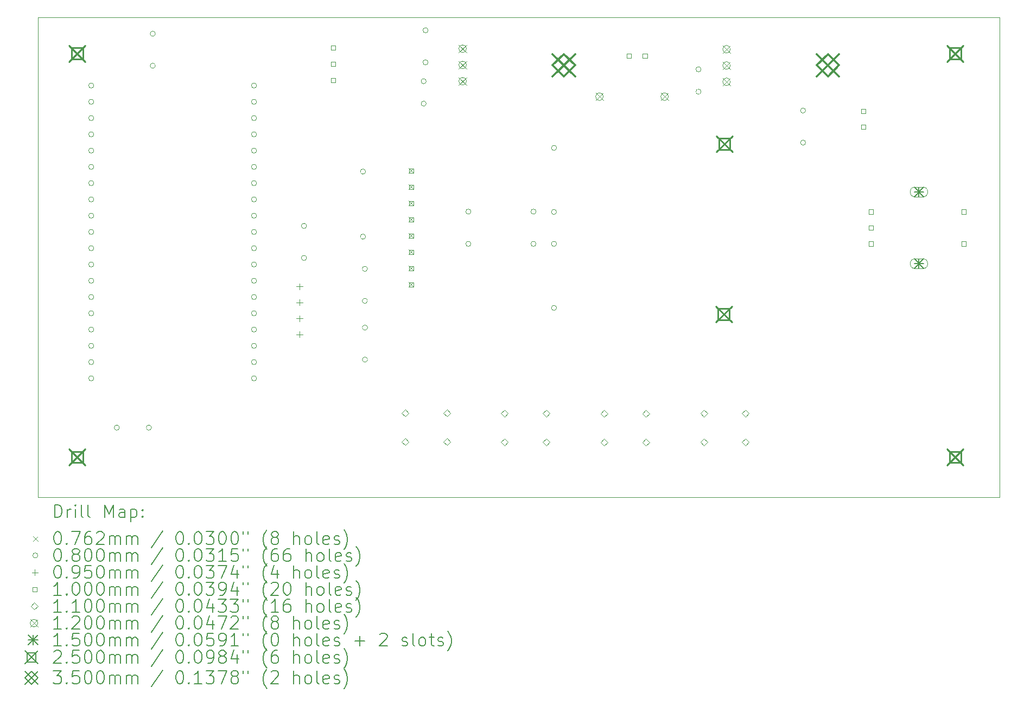
<source format=gbr>
%TF.GenerationSoftware,KiCad,Pcbnew,8.0.3*%
%TF.CreationDate,2024-07-01T22:09:37+02:00*%
%TF.ProjectId,VFO na esp32,56464f20-6e61-4206-9573-7033322e6b69,rev?*%
%TF.SameCoordinates,Original*%
%TF.FileFunction,Drillmap*%
%TF.FilePolarity,Positive*%
%FSLAX45Y45*%
G04 Gerber Fmt 4.5, Leading zero omitted, Abs format (unit mm)*
G04 Created by KiCad (PCBNEW 8.0.3) date 2024-07-01 22:09:37*
%MOMM*%
%LPD*%
G01*
G04 APERTURE LIST*
%ADD10C,0.050000*%
%ADD11C,0.200000*%
%ADD12C,0.100000*%
%ADD13C,0.110000*%
%ADD14C,0.120000*%
%ADD15C,0.150000*%
%ADD16C,0.250000*%
%ADD17C,0.350000*%
G04 APERTURE END LIST*
D10*
X9590000Y-6030000D02*
X24590000Y-6030000D01*
X24590000Y-13530000D01*
X9590000Y-13530000D01*
X9590000Y-6030000D01*
D11*
D12*
X15371900Y-8391900D02*
X15448100Y-8468100D01*
X15448100Y-8391900D02*
X15371900Y-8468100D01*
X15371900Y-8645900D02*
X15448100Y-8722100D01*
X15448100Y-8645900D02*
X15371900Y-8722100D01*
X15371900Y-8899900D02*
X15448100Y-8976100D01*
X15448100Y-8899900D02*
X15371900Y-8976100D01*
X15371900Y-9153900D02*
X15448100Y-9230100D01*
X15448100Y-9153900D02*
X15371900Y-9230100D01*
X15371900Y-9407900D02*
X15448100Y-9484100D01*
X15448100Y-9407900D02*
X15371900Y-9484100D01*
X15371900Y-9661900D02*
X15448100Y-9738100D01*
X15448100Y-9661900D02*
X15371900Y-9738100D01*
X15371900Y-9915900D02*
X15448100Y-9992100D01*
X15448100Y-9915900D02*
X15371900Y-9992100D01*
X15371900Y-10169900D02*
X15448100Y-10246100D01*
X15448100Y-10169900D02*
X15371900Y-10246100D01*
X10460000Y-7098344D02*
G75*
G02*
X10380000Y-7098344I-40000J0D01*
G01*
X10380000Y-7098344D02*
G75*
G02*
X10460000Y-7098344I40000J0D01*
G01*
X10460000Y-7352344D02*
G75*
G02*
X10380000Y-7352344I-40000J0D01*
G01*
X10380000Y-7352344D02*
G75*
G02*
X10460000Y-7352344I40000J0D01*
G01*
X10460000Y-7606344D02*
G75*
G02*
X10380000Y-7606344I-40000J0D01*
G01*
X10380000Y-7606344D02*
G75*
G02*
X10460000Y-7606344I40000J0D01*
G01*
X10460000Y-7860344D02*
G75*
G02*
X10380000Y-7860344I-40000J0D01*
G01*
X10380000Y-7860344D02*
G75*
G02*
X10460000Y-7860344I40000J0D01*
G01*
X10460000Y-8114344D02*
G75*
G02*
X10380000Y-8114344I-40000J0D01*
G01*
X10380000Y-8114344D02*
G75*
G02*
X10460000Y-8114344I40000J0D01*
G01*
X10460000Y-8368344D02*
G75*
G02*
X10380000Y-8368344I-40000J0D01*
G01*
X10380000Y-8368344D02*
G75*
G02*
X10460000Y-8368344I40000J0D01*
G01*
X10460000Y-8622344D02*
G75*
G02*
X10380000Y-8622344I-40000J0D01*
G01*
X10380000Y-8622344D02*
G75*
G02*
X10460000Y-8622344I40000J0D01*
G01*
X10460000Y-8876344D02*
G75*
G02*
X10380000Y-8876344I-40000J0D01*
G01*
X10380000Y-8876344D02*
G75*
G02*
X10460000Y-8876344I40000J0D01*
G01*
X10460000Y-9130344D02*
G75*
G02*
X10380000Y-9130344I-40000J0D01*
G01*
X10380000Y-9130344D02*
G75*
G02*
X10460000Y-9130344I40000J0D01*
G01*
X10460000Y-9384344D02*
G75*
G02*
X10380000Y-9384344I-40000J0D01*
G01*
X10380000Y-9384344D02*
G75*
G02*
X10460000Y-9384344I40000J0D01*
G01*
X10460000Y-9638344D02*
G75*
G02*
X10380000Y-9638344I-40000J0D01*
G01*
X10380000Y-9638344D02*
G75*
G02*
X10460000Y-9638344I40000J0D01*
G01*
X10460000Y-9892344D02*
G75*
G02*
X10380000Y-9892344I-40000J0D01*
G01*
X10380000Y-9892344D02*
G75*
G02*
X10460000Y-9892344I40000J0D01*
G01*
X10460000Y-10146344D02*
G75*
G02*
X10380000Y-10146344I-40000J0D01*
G01*
X10380000Y-10146344D02*
G75*
G02*
X10460000Y-10146344I40000J0D01*
G01*
X10460000Y-10400344D02*
G75*
G02*
X10380000Y-10400344I-40000J0D01*
G01*
X10380000Y-10400344D02*
G75*
G02*
X10460000Y-10400344I40000J0D01*
G01*
X10460000Y-10654344D02*
G75*
G02*
X10380000Y-10654344I-40000J0D01*
G01*
X10380000Y-10654344D02*
G75*
G02*
X10460000Y-10654344I40000J0D01*
G01*
X10460000Y-10908344D02*
G75*
G02*
X10380000Y-10908344I-40000J0D01*
G01*
X10380000Y-10908344D02*
G75*
G02*
X10460000Y-10908344I40000J0D01*
G01*
X10460000Y-11162344D02*
G75*
G02*
X10380000Y-11162344I-40000J0D01*
G01*
X10380000Y-11162344D02*
G75*
G02*
X10460000Y-11162344I40000J0D01*
G01*
X10460000Y-11416344D02*
G75*
G02*
X10380000Y-11416344I-40000J0D01*
G01*
X10380000Y-11416344D02*
G75*
G02*
X10460000Y-11416344I40000J0D01*
G01*
X10460000Y-11670344D02*
G75*
G02*
X10380000Y-11670344I-40000J0D01*
G01*
X10380000Y-11670344D02*
G75*
G02*
X10460000Y-11670344I40000J0D01*
G01*
X10860000Y-12440000D02*
G75*
G02*
X10780000Y-12440000I-40000J0D01*
G01*
X10780000Y-12440000D02*
G75*
G02*
X10860000Y-12440000I40000J0D01*
G01*
X11360000Y-12440000D02*
G75*
G02*
X11280000Y-12440000I-40000J0D01*
G01*
X11280000Y-12440000D02*
G75*
G02*
X11360000Y-12440000I40000J0D01*
G01*
X11420000Y-6290000D02*
G75*
G02*
X11340000Y-6290000I-40000J0D01*
G01*
X11340000Y-6290000D02*
G75*
G02*
X11420000Y-6290000I40000J0D01*
G01*
X11420000Y-6790000D02*
G75*
G02*
X11340000Y-6790000I-40000J0D01*
G01*
X11340000Y-6790000D02*
G75*
G02*
X11420000Y-6790000I40000J0D01*
G01*
X12999632Y-7098616D02*
G75*
G02*
X12919632Y-7098616I-40000J0D01*
G01*
X12919632Y-7098616D02*
G75*
G02*
X12999632Y-7098616I40000J0D01*
G01*
X12999632Y-7352616D02*
G75*
G02*
X12919632Y-7352616I-40000J0D01*
G01*
X12919632Y-7352616D02*
G75*
G02*
X12999632Y-7352616I40000J0D01*
G01*
X13000000Y-7606344D02*
G75*
G02*
X12920000Y-7606344I-40000J0D01*
G01*
X12920000Y-7606344D02*
G75*
G02*
X13000000Y-7606344I40000J0D01*
G01*
X13000000Y-7860344D02*
G75*
G02*
X12920000Y-7860344I-40000J0D01*
G01*
X12920000Y-7860344D02*
G75*
G02*
X13000000Y-7860344I40000J0D01*
G01*
X13000000Y-8114344D02*
G75*
G02*
X12920000Y-8114344I-40000J0D01*
G01*
X12920000Y-8114344D02*
G75*
G02*
X13000000Y-8114344I40000J0D01*
G01*
X13000000Y-8368344D02*
G75*
G02*
X12920000Y-8368344I-40000J0D01*
G01*
X12920000Y-8368344D02*
G75*
G02*
X13000000Y-8368344I40000J0D01*
G01*
X13000000Y-8622344D02*
G75*
G02*
X12920000Y-8622344I-40000J0D01*
G01*
X12920000Y-8622344D02*
G75*
G02*
X13000000Y-8622344I40000J0D01*
G01*
X13000000Y-8876344D02*
G75*
G02*
X12920000Y-8876344I-40000J0D01*
G01*
X12920000Y-8876344D02*
G75*
G02*
X13000000Y-8876344I40000J0D01*
G01*
X13000000Y-9130344D02*
G75*
G02*
X12920000Y-9130344I-40000J0D01*
G01*
X12920000Y-9130344D02*
G75*
G02*
X13000000Y-9130344I40000J0D01*
G01*
X13000000Y-9384344D02*
G75*
G02*
X12920000Y-9384344I-40000J0D01*
G01*
X12920000Y-9384344D02*
G75*
G02*
X13000000Y-9384344I40000J0D01*
G01*
X13000000Y-9638344D02*
G75*
G02*
X12920000Y-9638344I-40000J0D01*
G01*
X12920000Y-9638344D02*
G75*
G02*
X13000000Y-9638344I40000J0D01*
G01*
X13000000Y-9892344D02*
G75*
G02*
X12920000Y-9892344I-40000J0D01*
G01*
X12920000Y-9892344D02*
G75*
G02*
X13000000Y-9892344I40000J0D01*
G01*
X13000000Y-10146344D02*
G75*
G02*
X12920000Y-10146344I-40000J0D01*
G01*
X12920000Y-10146344D02*
G75*
G02*
X13000000Y-10146344I40000J0D01*
G01*
X13000000Y-10400344D02*
G75*
G02*
X12920000Y-10400344I-40000J0D01*
G01*
X12920000Y-10400344D02*
G75*
G02*
X13000000Y-10400344I40000J0D01*
G01*
X13000000Y-10654344D02*
G75*
G02*
X12920000Y-10654344I-40000J0D01*
G01*
X12920000Y-10654344D02*
G75*
G02*
X13000000Y-10654344I40000J0D01*
G01*
X13000000Y-10908344D02*
G75*
G02*
X12920000Y-10908344I-40000J0D01*
G01*
X12920000Y-10908344D02*
G75*
G02*
X13000000Y-10908344I40000J0D01*
G01*
X13000000Y-11162344D02*
G75*
G02*
X12920000Y-11162344I-40000J0D01*
G01*
X12920000Y-11162344D02*
G75*
G02*
X13000000Y-11162344I40000J0D01*
G01*
X13000000Y-11416344D02*
G75*
G02*
X12920000Y-11416344I-40000J0D01*
G01*
X12920000Y-11416344D02*
G75*
G02*
X13000000Y-11416344I40000J0D01*
G01*
X13000000Y-11670344D02*
G75*
G02*
X12920000Y-11670344I-40000J0D01*
G01*
X12920000Y-11670344D02*
G75*
G02*
X13000000Y-11670344I40000J0D01*
G01*
X13780000Y-9290000D02*
G75*
G02*
X13700000Y-9290000I-40000J0D01*
G01*
X13700000Y-9290000D02*
G75*
G02*
X13780000Y-9290000I40000J0D01*
G01*
X13780000Y-9790000D02*
G75*
G02*
X13700000Y-9790000I-40000J0D01*
G01*
X13700000Y-9790000D02*
G75*
G02*
X13780000Y-9790000I40000J0D01*
G01*
X14700000Y-8442000D02*
G75*
G02*
X14620000Y-8442000I-40000J0D01*
G01*
X14620000Y-8442000D02*
G75*
G02*
X14700000Y-8442000I40000J0D01*
G01*
X14700000Y-9458000D02*
G75*
G02*
X14620000Y-9458000I-40000J0D01*
G01*
X14620000Y-9458000D02*
G75*
G02*
X14700000Y-9458000I40000J0D01*
G01*
X14730000Y-9960000D02*
G75*
G02*
X14650000Y-9960000I-40000J0D01*
G01*
X14650000Y-9960000D02*
G75*
G02*
X14730000Y-9960000I40000J0D01*
G01*
X14730000Y-10460000D02*
G75*
G02*
X14650000Y-10460000I-40000J0D01*
G01*
X14650000Y-10460000D02*
G75*
G02*
X14730000Y-10460000I40000J0D01*
G01*
X14731000Y-10877000D02*
G75*
G02*
X14651000Y-10877000I-40000J0D01*
G01*
X14651000Y-10877000D02*
G75*
G02*
X14731000Y-10877000I40000J0D01*
G01*
X14731000Y-11377000D02*
G75*
G02*
X14651000Y-11377000I-40000J0D01*
G01*
X14651000Y-11377000D02*
G75*
G02*
X14731000Y-11377000I40000J0D01*
G01*
X15647000Y-7030735D02*
G75*
G02*
X15567000Y-7030735I-40000J0D01*
G01*
X15567000Y-7030735D02*
G75*
G02*
X15647000Y-7030735I40000J0D01*
G01*
X15647000Y-7380735D02*
G75*
G02*
X15567000Y-7380735I-40000J0D01*
G01*
X15567000Y-7380735D02*
G75*
G02*
X15647000Y-7380735I40000J0D01*
G01*
X15676000Y-6236000D02*
G75*
G02*
X15596000Y-6236000I-40000J0D01*
G01*
X15596000Y-6236000D02*
G75*
G02*
X15676000Y-6236000I40000J0D01*
G01*
X15676000Y-6736000D02*
G75*
G02*
X15596000Y-6736000I-40000J0D01*
G01*
X15596000Y-6736000D02*
G75*
G02*
X15676000Y-6736000I40000J0D01*
G01*
X16344000Y-9570000D02*
G75*
G02*
X16264000Y-9570000I-40000J0D01*
G01*
X16264000Y-9570000D02*
G75*
G02*
X16344000Y-9570000I40000J0D01*
G01*
X16345000Y-9067000D02*
G75*
G02*
X16265000Y-9067000I-40000J0D01*
G01*
X16265000Y-9067000D02*
G75*
G02*
X16345000Y-9067000I40000J0D01*
G01*
X17360000Y-9570000D02*
G75*
G02*
X17280000Y-9570000I-40000J0D01*
G01*
X17280000Y-9570000D02*
G75*
G02*
X17360000Y-9570000I40000J0D01*
G01*
X17361000Y-9067000D02*
G75*
G02*
X17281000Y-9067000I-40000J0D01*
G01*
X17281000Y-9067000D02*
G75*
G02*
X17361000Y-9067000I40000J0D01*
G01*
X17680000Y-8072000D02*
G75*
G02*
X17600000Y-8072000I-40000J0D01*
G01*
X17600000Y-8072000D02*
G75*
G02*
X17680000Y-8072000I40000J0D01*
G01*
X17680000Y-9072000D02*
G75*
G02*
X17600000Y-9072000I-40000J0D01*
G01*
X17600000Y-9072000D02*
G75*
G02*
X17680000Y-9072000I40000J0D01*
G01*
X17680000Y-9570000D02*
G75*
G02*
X17600000Y-9570000I-40000J0D01*
G01*
X17600000Y-9570000D02*
G75*
G02*
X17680000Y-9570000I40000J0D01*
G01*
X17680000Y-10570000D02*
G75*
G02*
X17600000Y-10570000I-40000J0D01*
G01*
X17600000Y-10570000D02*
G75*
G02*
X17680000Y-10570000I40000J0D01*
G01*
X19935000Y-6845000D02*
G75*
G02*
X19855000Y-6845000I-40000J0D01*
G01*
X19855000Y-6845000D02*
G75*
G02*
X19935000Y-6845000I40000J0D01*
G01*
X19935000Y-7195000D02*
G75*
G02*
X19855000Y-7195000I-40000J0D01*
G01*
X19855000Y-7195000D02*
G75*
G02*
X19935000Y-7195000I40000J0D01*
G01*
X21566000Y-7489000D02*
G75*
G02*
X21486000Y-7489000I-40000J0D01*
G01*
X21486000Y-7489000D02*
G75*
G02*
X21566000Y-7489000I40000J0D01*
G01*
X21566000Y-7989000D02*
G75*
G02*
X21486000Y-7989000I-40000J0D01*
G01*
X21486000Y-7989000D02*
G75*
G02*
X21566000Y-7989000I40000J0D01*
G01*
X13670000Y-10187500D02*
X13670000Y-10282500D01*
X13622500Y-10235000D02*
X13717500Y-10235000D01*
X13670000Y-10437500D02*
X13670000Y-10532500D01*
X13622500Y-10485000D02*
X13717500Y-10485000D01*
X13670000Y-10687500D02*
X13670000Y-10782500D01*
X13622500Y-10735000D02*
X13717500Y-10735000D01*
X13670000Y-10937500D02*
X13670000Y-11032500D01*
X13622500Y-10985000D02*
X13717500Y-10985000D01*
X14232356Y-6542856D02*
X14232356Y-6472144D01*
X14161644Y-6472144D01*
X14161644Y-6542856D01*
X14232356Y-6542856D01*
X14232356Y-6796856D02*
X14232356Y-6726144D01*
X14161644Y-6726144D01*
X14161644Y-6796856D01*
X14232356Y-6796856D01*
X14232356Y-7050856D02*
X14232356Y-6980144D01*
X14161644Y-6980144D01*
X14161644Y-7050856D01*
X14232356Y-7050856D01*
X15447856Y-8467856D02*
X15447856Y-8397144D01*
X15377144Y-8397144D01*
X15377144Y-8467856D01*
X15447856Y-8467856D01*
X15447856Y-8721856D02*
X15447856Y-8651144D01*
X15377144Y-8651144D01*
X15377144Y-8721856D01*
X15447856Y-8721856D01*
X15447856Y-8975856D02*
X15447856Y-8905144D01*
X15377144Y-8905144D01*
X15377144Y-8975856D01*
X15447856Y-8975856D01*
X15447856Y-9229856D02*
X15447856Y-9159144D01*
X15377144Y-9159144D01*
X15377144Y-9229856D01*
X15447856Y-9229856D01*
X15447856Y-9483856D02*
X15447856Y-9413144D01*
X15377144Y-9413144D01*
X15377144Y-9483856D01*
X15447856Y-9483856D01*
X15447856Y-9737856D02*
X15447856Y-9667144D01*
X15377144Y-9667144D01*
X15377144Y-9737856D01*
X15447856Y-9737856D01*
X15447856Y-9991856D02*
X15447856Y-9921144D01*
X15377144Y-9921144D01*
X15377144Y-9991856D01*
X15447856Y-9991856D01*
X15447856Y-10245856D02*
X15447856Y-10175144D01*
X15377144Y-10175144D01*
X15377144Y-10245856D01*
X15447856Y-10245856D01*
X18845356Y-6671356D02*
X18845356Y-6600644D01*
X18774644Y-6600644D01*
X18774644Y-6671356D01*
X18845356Y-6671356D01*
X19095356Y-6671356D02*
X19095356Y-6600644D01*
X19024644Y-6600644D01*
X19024644Y-6671356D01*
X19095356Y-6671356D01*
X22502356Y-7531356D02*
X22502356Y-7460644D01*
X22431644Y-7460644D01*
X22431644Y-7531356D01*
X22502356Y-7531356D01*
X22502356Y-7781356D02*
X22502356Y-7710644D01*
X22431644Y-7710644D01*
X22431644Y-7781356D01*
X22502356Y-7781356D01*
X22620356Y-9105356D02*
X22620356Y-9034644D01*
X22549644Y-9034644D01*
X22549644Y-9105356D01*
X22620356Y-9105356D01*
X22620356Y-9355356D02*
X22620356Y-9284644D01*
X22549644Y-9284644D01*
X22549644Y-9355356D01*
X22620356Y-9355356D01*
X22620356Y-9605356D02*
X22620356Y-9534644D01*
X22549644Y-9534644D01*
X22549644Y-9605356D01*
X22620356Y-9605356D01*
X24070356Y-9105356D02*
X24070356Y-9034644D01*
X23999644Y-9034644D01*
X23999644Y-9105356D01*
X24070356Y-9105356D01*
X24070356Y-9605356D02*
X24070356Y-9534644D01*
X23999644Y-9534644D01*
X23999644Y-9605356D01*
X24070356Y-9605356D01*
D13*
X15320000Y-12266000D02*
X15375000Y-12211000D01*
X15320000Y-12156000D01*
X15265000Y-12211000D01*
X15320000Y-12266000D01*
X15320000Y-12716000D02*
X15375000Y-12661000D01*
X15320000Y-12606000D01*
X15265000Y-12661000D01*
X15320000Y-12716000D01*
X15970000Y-12266000D02*
X16025000Y-12211000D01*
X15970000Y-12156000D01*
X15915000Y-12211000D01*
X15970000Y-12266000D01*
X15970000Y-12716000D02*
X16025000Y-12661000D01*
X15970000Y-12606000D01*
X15915000Y-12661000D01*
X15970000Y-12716000D01*
X16870000Y-12272000D02*
X16925000Y-12217000D01*
X16870000Y-12162000D01*
X16815000Y-12217000D01*
X16870000Y-12272000D01*
X16870000Y-12722000D02*
X16925000Y-12667000D01*
X16870000Y-12612000D01*
X16815000Y-12667000D01*
X16870000Y-12722000D01*
X17520000Y-12272000D02*
X17575000Y-12217000D01*
X17520000Y-12162000D01*
X17465000Y-12217000D01*
X17520000Y-12272000D01*
X17520000Y-12722000D02*
X17575000Y-12667000D01*
X17520000Y-12612000D01*
X17465000Y-12667000D01*
X17520000Y-12722000D01*
X18423000Y-12275000D02*
X18478000Y-12220000D01*
X18423000Y-12165000D01*
X18368000Y-12220000D01*
X18423000Y-12275000D01*
X18423000Y-12725000D02*
X18478000Y-12670000D01*
X18423000Y-12615000D01*
X18368000Y-12670000D01*
X18423000Y-12725000D01*
X19073000Y-12275000D02*
X19128000Y-12220000D01*
X19073000Y-12165000D01*
X19018000Y-12220000D01*
X19073000Y-12275000D01*
X19073000Y-12725000D02*
X19128000Y-12670000D01*
X19073000Y-12615000D01*
X19018000Y-12670000D01*
X19073000Y-12725000D01*
X19979000Y-12272000D02*
X20034000Y-12217000D01*
X19979000Y-12162000D01*
X19924000Y-12217000D01*
X19979000Y-12272000D01*
X19979000Y-12722000D02*
X20034000Y-12667000D01*
X19979000Y-12612000D01*
X19924000Y-12667000D01*
X19979000Y-12722000D01*
X20629000Y-12272000D02*
X20684000Y-12217000D01*
X20629000Y-12162000D01*
X20574000Y-12217000D01*
X20629000Y-12272000D01*
X20629000Y-12722000D02*
X20684000Y-12667000D01*
X20629000Y-12612000D01*
X20574000Y-12667000D01*
X20629000Y-12722000D01*
D14*
X16155000Y-6463000D02*
X16275000Y-6583000D01*
X16275000Y-6463000D02*
X16155000Y-6583000D01*
X16275000Y-6523000D02*
G75*
G02*
X16155000Y-6523000I-60000J0D01*
G01*
X16155000Y-6523000D02*
G75*
G02*
X16275000Y-6523000I60000J0D01*
G01*
X16155000Y-6717000D02*
X16275000Y-6837000D01*
X16275000Y-6717000D02*
X16155000Y-6837000D01*
X16275000Y-6777000D02*
G75*
G02*
X16155000Y-6777000I-60000J0D01*
G01*
X16155000Y-6777000D02*
G75*
G02*
X16275000Y-6777000I60000J0D01*
G01*
X16155000Y-6971000D02*
X16275000Y-7091000D01*
X16275000Y-6971000D02*
X16155000Y-7091000D01*
X16275000Y-7031000D02*
G75*
G02*
X16155000Y-7031000I-60000J0D01*
G01*
X16155000Y-7031000D02*
G75*
G02*
X16275000Y-7031000I60000J0D01*
G01*
X18290000Y-7212000D02*
X18410000Y-7332000D01*
X18410000Y-7212000D02*
X18290000Y-7332000D01*
X18410000Y-7272000D02*
G75*
G02*
X18290000Y-7272000I-60000J0D01*
G01*
X18290000Y-7272000D02*
G75*
G02*
X18410000Y-7272000I60000J0D01*
G01*
X19306000Y-7212000D02*
X19426000Y-7332000D01*
X19426000Y-7212000D02*
X19306000Y-7332000D01*
X19426000Y-7272000D02*
G75*
G02*
X19306000Y-7272000I-60000J0D01*
G01*
X19306000Y-7272000D02*
G75*
G02*
X19426000Y-7272000I60000J0D01*
G01*
X20273000Y-6472000D02*
X20393000Y-6592000D01*
X20393000Y-6472000D02*
X20273000Y-6592000D01*
X20393000Y-6532000D02*
G75*
G02*
X20273000Y-6532000I-60000J0D01*
G01*
X20273000Y-6532000D02*
G75*
G02*
X20393000Y-6532000I60000J0D01*
G01*
X20273000Y-6726000D02*
X20393000Y-6846000D01*
X20393000Y-6726000D02*
X20273000Y-6846000D01*
X20393000Y-6786000D02*
G75*
G02*
X20273000Y-6786000I-60000J0D01*
G01*
X20273000Y-6786000D02*
G75*
G02*
X20393000Y-6786000I60000J0D01*
G01*
X20273000Y-6980000D02*
X20393000Y-7100000D01*
X20393000Y-6980000D02*
X20273000Y-7100000D01*
X20393000Y-7040000D02*
G75*
G02*
X20273000Y-7040000I-60000J0D01*
G01*
X20273000Y-7040000D02*
G75*
G02*
X20393000Y-7040000I60000J0D01*
G01*
D15*
X23260000Y-8685000D02*
X23410000Y-8835000D01*
X23410000Y-8685000D02*
X23260000Y-8835000D01*
X23335000Y-8685000D02*
X23335000Y-8835000D01*
X23260000Y-8760000D02*
X23410000Y-8760000D01*
D12*
X23270000Y-8835000D02*
X23400000Y-8835000D01*
X23400000Y-8685000D02*
G75*
G02*
X23400000Y-8835000I0J-75000D01*
G01*
X23400000Y-8685000D02*
X23270000Y-8685000D01*
X23270000Y-8685000D02*
G75*
G03*
X23270000Y-8835000I0J-75000D01*
G01*
D15*
X23260000Y-9805000D02*
X23410000Y-9955000D01*
X23410000Y-9805000D02*
X23260000Y-9955000D01*
X23335000Y-9805000D02*
X23335000Y-9955000D01*
X23260000Y-9880000D02*
X23410000Y-9880000D01*
D12*
X23270000Y-9955000D02*
X23400000Y-9955000D01*
X23400000Y-9805000D02*
G75*
G02*
X23400000Y-9955000I0J-75000D01*
G01*
X23400000Y-9805000D02*
X23270000Y-9805000D01*
X23270000Y-9805000D02*
G75*
G03*
X23270000Y-9955000I0J-75000D01*
G01*
D16*
X10075000Y-6475000D02*
X10325000Y-6725000D01*
X10325000Y-6475000D02*
X10075000Y-6725000D01*
X10288389Y-6688389D02*
X10288389Y-6511611D01*
X10111611Y-6511611D01*
X10111611Y-6688389D01*
X10288389Y-6688389D01*
X10075000Y-12775000D02*
X10325000Y-13025000D01*
X10325000Y-12775000D02*
X10075000Y-13025000D01*
X10288389Y-12988389D02*
X10288389Y-12811611D01*
X10111611Y-12811611D01*
X10111611Y-12988389D01*
X10288389Y-12988389D01*
X20165000Y-10545000D02*
X20415000Y-10795000D01*
X20415000Y-10545000D02*
X20165000Y-10795000D01*
X20378389Y-10758389D02*
X20378389Y-10581611D01*
X20201611Y-10581611D01*
X20201611Y-10758389D01*
X20378389Y-10758389D01*
X20175000Y-7885000D02*
X20425000Y-8135000D01*
X20425000Y-7885000D02*
X20175000Y-8135000D01*
X20388389Y-8098389D02*
X20388389Y-7921611D01*
X20211611Y-7921611D01*
X20211611Y-8098389D01*
X20388389Y-8098389D01*
X23775000Y-6475000D02*
X24025000Y-6725000D01*
X24025000Y-6475000D02*
X23775000Y-6725000D01*
X23988389Y-6688389D02*
X23988389Y-6511611D01*
X23811611Y-6511611D01*
X23811611Y-6688389D01*
X23988389Y-6688389D01*
X23775000Y-12775000D02*
X24025000Y-13025000D01*
X24025000Y-12775000D02*
X23775000Y-13025000D01*
X23988389Y-12988389D02*
X23988389Y-12811611D01*
X23811611Y-12811611D01*
X23811611Y-12988389D01*
X23988389Y-12988389D01*
D17*
X17620000Y-6606000D02*
X17970000Y-6956000D01*
X17970000Y-6606000D02*
X17620000Y-6956000D01*
X17795000Y-6956000D02*
X17970000Y-6781000D01*
X17795000Y-6606000D01*
X17620000Y-6781000D01*
X17795000Y-6956000D01*
X21740000Y-6608000D02*
X22090000Y-6958000D01*
X22090000Y-6608000D02*
X21740000Y-6958000D01*
X21915000Y-6958000D02*
X22090000Y-6783000D01*
X21915000Y-6608000D01*
X21740000Y-6783000D01*
X21915000Y-6958000D01*
D11*
X9848277Y-13843984D02*
X9848277Y-13643984D01*
X9848277Y-13643984D02*
X9895896Y-13643984D01*
X9895896Y-13643984D02*
X9924467Y-13653508D01*
X9924467Y-13653508D02*
X9943515Y-13672555D01*
X9943515Y-13672555D02*
X9953039Y-13691603D01*
X9953039Y-13691603D02*
X9962563Y-13729698D01*
X9962563Y-13729698D02*
X9962563Y-13758269D01*
X9962563Y-13758269D02*
X9953039Y-13796365D01*
X9953039Y-13796365D02*
X9943515Y-13815412D01*
X9943515Y-13815412D02*
X9924467Y-13834460D01*
X9924467Y-13834460D02*
X9895896Y-13843984D01*
X9895896Y-13843984D02*
X9848277Y-13843984D01*
X10048277Y-13843984D02*
X10048277Y-13710650D01*
X10048277Y-13748746D02*
X10057801Y-13729698D01*
X10057801Y-13729698D02*
X10067324Y-13720174D01*
X10067324Y-13720174D02*
X10086372Y-13710650D01*
X10086372Y-13710650D02*
X10105420Y-13710650D01*
X10172086Y-13843984D02*
X10172086Y-13710650D01*
X10172086Y-13643984D02*
X10162563Y-13653508D01*
X10162563Y-13653508D02*
X10172086Y-13663031D01*
X10172086Y-13663031D02*
X10181610Y-13653508D01*
X10181610Y-13653508D02*
X10172086Y-13643984D01*
X10172086Y-13643984D02*
X10172086Y-13663031D01*
X10295896Y-13843984D02*
X10276848Y-13834460D01*
X10276848Y-13834460D02*
X10267324Y-13815412D01*
X10267324Y-13815412D02*
X10267324Y-13643984D01*
X10400658Y-13843984D02*
X10381610Y-13834460D01*
X10381610Y-13834460D02*
X10372086Y-13815412D01*
X10372086Y-13815412D02*
X10372086Y-13643984D01*
X10629229Y-13843984D02*
X10629229Y-13643984D01*
X10629229Y-13643984D02*
X10695896Y-13786841D01*
X10695896Y-13786841D02*
X10762563Y-13643984D01*
X10762563Y-13643984D02*
X10762563Y-13843984D01*
X10943515Y-13843984D02*
X10943515Y-13739222D01*
X10943515Y-13739222D02*
X10933991Y-13720174D01*
X10933991Y-13720174D02*
X10914944Y-13710650D01*
X10914944Y-13710650D02*
X10876848Y-13710650D01*
X10876848Y-13710650D02*
X10857801Y-13720174D01*
X10943515Y-13834460D02*
X10924467Y-13843984D01*
X10924467Y-13843984D02*
X10876848Y-13843984D01*
X10876848Y-13843984D02*
X10857801Y-13834460D01*
X10857801Y-13834460D02*
X10848277Y-13815412D01*
X10848277Y-13815412D02*
X10848277Y-13796365D01*
X10848277Y-13796365D02*
X10857801Y-13777317D01*
X10857801Y-13777317D02*
X10876848Y-13767793D01*
X10876848Y-13767793D02*
X10924467Y-13767793D01*
X10924467Y-13767793D02*
X10943515Y-13758269D01*
X11038753Y-13710650D02*
X11038753Y-13910650D01*
X11038753Y-13720174D02*
X11057801Y-13710650D01*
X11057801Y-13710650D02*
X11095896Y-13710650D01*
X11095896Y-13710650D02*
X11114944Y-13720174D01*
X11114944Y-13720174D02*
X11124467Y-13729698D01*
X11124467Y-13729698D02*
X11133991Y-13748746D01*
X11133991Y-13748746D02*
X11133991Y-13805888D01*
X11133991Y-13805888D02*
X11124467Y-13824936D01*
X11124467Y-13824936D02*
X11114944Y-13834460D01*
X11114944Y-13834460D02*
X11095896Y-13843984D01*
X11095896Y-13843984D02*
X11057801Y-13843984D01*
X11057801Y-13843984D02*
X11038753Y-13834460D01*
X11219705Y-13824936D02*
X11229229Y-13834460D01*
X11229229Y-13834460D02*
X11219705Y-13843984D01*
X11219705Y-13843984D02*
X11210182Y-13834460D01*
X11210182Y-13834460D02*
X11219705Y-13824936D01*
X11219705Y-13824936D02*
X11219705Y-13843984D01*
X11219705Y-13720174D02*
X11229229Y-13729698D01*
X11229229Y-13729698D02*
X11219705Y-13739222D01*
X11219705Y-13739222D02*
X11210182Y-13729698D01*
X11210182Y-13729698D02*
X11219705Y-13720174D01*
X11219705Y-13720174D02*
X11219705Y-13739222D01*
D12*
X9511300Y-14134400D02*
X9587500Y-14210600D01*
X9587500Y-14134400D02*
X9511300Y-14210600D01*
D11*
X9886372Y-14063984D02*
X9905420Y-14063984D01*
X9905420Y-14063984D02*
X9924467Y-14073508D01*
X9924467Y-14073508D02*
X9933991Y-14083031D01*
X9933991Y-14083031D02*
X9943515Y-14102079D01*
X9943515Y-14102079D02*
X9953039Y-14140174D01*
X9953039Y-14140174D02*
X9953039Y-14187793D01*
X9953039Y-14187793D02*
X9943515Y-14225888D01*
X9943515Y-14225888D02*
X9933991Y-14244936D01*
X9933991Y-14244936D02*
X9924467Y-14254460D01*
X9924467Y-14254460D02*
X9905420Y-14263984D01*
X9905420Y-14263984D02*
X9886372Y-14263984D01*
X9886372Y-14263984D02*
X9867324Y-14254460D01*
X9867324Y-14254460D02*
X9857801Y-14244936D01*
X9857801Y-14244936D02*
X9848277Y-14225888D01*
X9848277Y-14225888D02*
X9838753Y-14187793D01*
X9838753Y-14187793D02*
X9838753Y-14140174D01*
X9838753Y-14140174D02*
X9848277Y-14102079D01*
X9848277Y-14102079D02*
X9857801Y-14083031D01*
X9857801Y-14083031D02*
X9867324Y-14073508D01*
X9867324Y-14073508D02*
X9886372Y-14063984D01*
X10038753Y-14244936D02*
X10048277Y-14254460D01*
X10048277Y-14254460D02*
X10038753Y-14263984D01*
X10038753Y-14263984D02*
X10029229Y-14254460D01*
X10029229Y-14254460D02*
X10038753Y-14244936D01*
X10038753Y-14244936D02*
X10038753Y-14263984D01*
X10114944Y-14063984D02*
X10248277Y-14063984D01*
X10248277Y-14063984D02*
X10162563Y-14263984D01*
X10410182Y-14063984D02*
X10372086Y-14063984D01*
X10372086Y-14063984D02*
X10353039Y-14073508D01*
X10353039Y-14073508D02*
X10343515Y-14083031D01*
X10343515Y-14083031D02*
X10324467Y-14111603D01*
X10324467Y-14111603D02*
X10314944Y-14149698D01*
X10314944Y-14149698D02*
X10314944Y-14225888D01*
X10314944Y-14225888D02*
X10324467Y-14244936D01*
X10324467Y-14244936D02*
X10333991Y-14254460D01*
X10333991Y-14254460D02*
X10353039Y-14263984D01*
X10353039Y-14263984D02*
X10391134Y-14263984D01*
X10391134Y-14263984D02*
X10410182Y-14254460D01*
X10410182Y-14254460D02*
X10419705Y-14244936D01*
X10419705Y-14244936D02*
X10429229Y-14225888D01*
X10429229Y-14225888D02*
X10429229Y-14178269D01*
X10429229Y-14178269D02*
X10419705Y-14159222D01*
X10419705Y-14159222D02*
X10410182Y-14149698D01*
X10410182Y-14149698D02*
X10391134Y-14140174D01*
X10391134Y-14140174D02*
X10353039Y-14140174D01*
X10353039Y-14140174D02*
X10333991Y-14149698D01*
X10333991Y-14149698D02*
X10324467Y-14159222D01*
X10324467Y-14159222D02*
X10314944Y-14178269D01*
X10505420Y-14083031D02*
X10514944Y-14073508D01*
X10514944Y-14073508D02*
X10533991Y-14063984D01*
X10533991Y-14063984D02*
X10581610Y-14063984D01*
X10581610Y-14063984D02*
X10600658Y-14073508D01*
X10600658Y-14073508D02*
X10610182Y-14083031D01*
X10610182Y-14083031D02*
X10619705Y-14102079D01*
X10619705Y-14102079D02*
X10619705Y-14121127D01*
X10619705Y-14121127D02*
X10610182Y-14149698D01*
X10610182Y-14149698D02*
X10495896Y-14263984D01*
X10495896Y-14263984D02*
X10619705Y-14263984D01*
X10705420Y-14263984D02*
X10705420Y-14130650D01*
X10705420Y-14149698D02*
X10714944Y-14140174D01*
X10714944Y-14140174D02*
X10733991Y-14130650D01*
X10733991Y-14130650D02*
X10762563Y-14130650D01*
X10762563Y-14130650D02*
X10781610Y-14140174D01*
X10781610Y-14140174D02*
X10791134Y-14159222D01*
X10791134Y-14159222D02*
X10791134Y-14263984D01*
X10791134Y-14159222D02*
X10800658Y-14140174D01*
X10800658Y-14140174D02*
X10819705Y-14130650D01*
X10819705Y-14130650D02*
X10848277Y-14130650D01*
X10848277Y-14130650D02*
X10867325Y-14140174D01*
X10867325Y-14140174D02*
X10876848Y-14159222D01*
X10876848Y-14159222D02*
X10876848Y-14263984D01*
X10972086Y-14263984D02*
X10972086Y-14130650D01*
X10972086Y-14149698D02*
X10981610Y-14140174D01*
X10981610Y-14140174D02*
X11000658Y-14130650D01*
X11000658Y-14130650D02*
X11029229Y-14130650D01*
X11029229Y-14130650D02*
X11048277Y-14140174D01*
X11048277Y-14140174D02*
X11057801Y-14159222D01*
X11057801Y-14159222D02*
X11057801Y-14263984D01*
X11057801Y-14159222D02*
X11067325Y-14140174D01*
X11067325Y-14140174D02*
X11086372Y-14130650D01*
X11086372Y-14130650D02*
X11114944Y-14130650D01*
X11114944Y-14130650D02*
X11133991Y-14140174D01*
X11133991Y-14140174D02*
X11143515Y-14159222D01*
X11143515Y-14159222D02*
X11143515Y-14263984D01*
X11533991Y-14054460D02*
X11362563Y-14311603D01*
X11791134Y-14063984D02*
X11810182Y-14063984D01*
X11810182Y-14063984D02*
X11829229Y-14073508D01*
X11829229Y-14073508D02*
X11838753Y-14083031D01*
X11838753Y-14083031D02*
X11848277Y-14102079D01*
X11848277Y-14102079D02*
X11857801Y-14140174D01*
X11857801Y-14140174D02*
X11857801Y-14187793D01*
X11857801Y-14187793D02*
X11848277Y-14225888D01*
X11848277Y-14225888D02*
X11838753Y-14244936D01*
X11838753Y-14244936D02*
X11829229Y-14254460D01*
X11829229Y-14254460D02*
X11810182Y-14263984D01*
X11810182Y-14263984D02*
X11791134Y-14263984D01*
X11791134Y-14263984D02*
X11772086Y-14254460D01*
X11772086Y-14254460D02*
X11762563Y-14244936D01*
X11762563Y-14244936D02*
X11753039Y-14225888D01*
X11753039Y-14225888D02*
X11743515Y-14187793D01*
X11743515Y-14187793D02*
X11743515Y-14140174D01*
X11743515Y-14140174D02*
X11753039Y-14102079D01*
X11753039Y-14102079D02*
X11762563Y-14083031D01*
X11762563Y-14083031D02*
X11772086Y-14073508D01*
X11772086Y-14073508D02*
X11791134Y-14063984D01*
X11943515Y-14244936D02*
X11953039Y-14254460D01*
X11953039Y-14254460D02*
X11943515Y-14263984D01*
X11943515Y-14263984D02*
X11933991Y-14254460D01*
X11933991Y-14254460D02*
X11943515Y-14244936D01*
X11943515Y-14244936D02*
X11943515Y-14263984D01*
X12076848Y-14063984D02*
X12095896Y-14063984D01*
X12095896Y-14063984D02*
X12114944Y-14073508D01*
X12114944Y-14073508D02*
X12124467Y-14083031D01*
X12124467Y-14083031D02*
X12133991Y-14102079D01*
X12133991Y-14102079D02*
X12143515Y-14140174D01*
X12143515Y-14140174D02*
X12143515Y-14187793D01*
X12143515Y-14187793D02*
X12133991Y-14225888D01*
X12133991Y-14225888D02*
X12124467Y-14244936D01*
X12124467Y-14244936D02*
X12114944Y-14254460D01*
X12114944Y-14254460D02*
X12095896Y-14263984D01*
X12095896Y-14263984D02*
X12076848Y-14263984D01*
X12076848Y-14263984D02*
X12057801Y-14254460D01*
X12057801Y-14254460D02*
X12048277Y-14244936D01*
X12048277Y-14244936D02*
X12038753Y-14225888D01*
X12038753Y-14225888D02*
X12029229Y-14187793D01*
X12029229Y-14187793D02*
X12029229Y-14140174D01*
X12029229Y-14140174D02*
X12038753Y-14102079D01*
X12038753Y-14102079D02*
X12048277Y-14083031D01*
X12048277Y-14083031D02*
X12057801Y-14073508D01*
X12057801Y-14073508D02*
X12076848Y-14063984D01*
X12210182Y-14063984D02*
X12333991Y-14063984D01*
X12333991Y-14063984D02*
X12267325Y-14140174D01*
X12267325Y-14140174D02*
X12295896Y-14140174D01*
X12295896Y-14140174D02*
X12314944Y-14149698D01*
X12314944Y-14149698D02*
X12324467Y-14159222D01*
X12324467Y-14159222D02*
X12333991Y-14178269D01*
X12333991Y-14178269D02*
X12333991Y-14225888D01*
X12333991Y-14225888D02*
X12324467Y-14244936D01*
X12324467Y-14244936D02*
X12314944Y-14254460D01*
X12314944Y-14254460D02*
X12295896Y-14263984D01*
X12295896Y-14263984D02*
X12238753Y-14263984D01*
X12238753Y-14263984D02*
X12219706Y-14254460D01*
X12219706Y-14254460D02*
X12210182Y-14244936D01*
X12457801Y-14063984D02*
X12476848Y-14063984D01*
X12476848Y-14063984D02*
X12495896Y-14073508D01*
X12495896Y-14073508D02*
X12505420Y-14083031D01*
X12505420Y-14083031D02*
X12514944Y-14102079D01*
X12514944Y-14102079D02*
X12524467Y-14140174D01*
X12524467Y-14140174D02*
X12524467Y-14187793D01*
X12524467Y-14187793D02*
X12514944Y-14225888D01*
X12514944Y-14225888D02*
X12505420Y-14244936D01*
X12505420Y-14244936D02*
X12495896Y-14254460D01*
X12495896Y-14254460D02*
X12476848Y-14263984D01*
X12476848Y-14263984D02*
X12457801Y-14263984D01*
X12457801Y-14263984D02*
X12438753Y-14254460D01*
X12438753Y-14254460D02*
X12429229Y-14244936D01*
X12429229Y-14244936D02*
X12419706Y-14225888D01*
X12419706Y-14225888D02*
X12410182Y-14187793D01*
X12410182Y-14187793D02*
X12410182Y-14140174D01*
X12410182Y-14140174D02*
X12419706Y-14102079D01*
X12419706Y-14102079D02*
X12429229Y-14083031D01*
X12429229Y-14083031D02*
X12438753Y-14073508D01*
X12438753Y-14073508D02*
X12457801Y-14063984D01*
X12648277Y-14063984D02*
X12667325Y-14063984D01*
X12667325Y-14063984D02*
X12686372Y-14073508D01*
X12686372Y-14073508D02*
X12695896Y-14083031D01*
X12695896Y-14083031D02*
X12705420Y-14102079D01*
X12705420Y-14102079D02*
X12714944Y-14140174D01*
X12714944Y-14140174D02*
X12714944Y-14187793D01*
X12714944Y-14187793D02*
X12705420Y-14225888D01*
X12705420Y-14225888D02*
X12695896Y-14244936D01*
X12695896Y-14244936D02*
X12686372Y-14254460D01*
X12686372Y-14254460D02*
X12667325Y-14263984D01*
X12667325Y-14263984D02*
X12648277Y-14263984D01*
X12648277Y-14263984D02*
X12629229Y-14254460D01*
X12629229Y-14254460D02*
X12619706Y-14244936D01*
X12619706Y-14244936D02*
X12610182Y-14225888D01*
X12610182Y-14225888D02*
X12600658Y-14187793D01*
X12600658Y-14187793D02*
X12600658Y-14140174D01*
X12600658Y-14140174D02*
X12610182Y-14102079D01*
X12610182Y-14102079D02*
X12619706Y-14083031D01*
X12619706Y-14083031D02*
X12629229Y-14073508D01*
X12629229Y-14073508D02*
X12648277Y-14063984D01*
X12791134Y-14063984D02*
X12791134Y-14102079D01*
X12867325Y-14063984D02*
X12867325Y-14102079D01*
X13162563Y-14340174D02*
X13153039Y-14330650D01*
X13153039Y-14330650D02*
X13133991Y-14302079D01*
X13133991Y-14302079D02*
X13124468Y-14283031D01*
X13124468Y-14283031D02*
X13114944Y-14254460D01*
X13114944Y-14254460D02*
X13105420Y-14206841D01*
X13105420Y-14206841D02*
X13105420Y-14168746D01*
X13105420Y-14168746D02*
X13114944Y-14121127D01*
X13114944Y-14121127D02*
X13124468Y-14092555D01*
X13124468Y-14092555D02*
X13133991Y-14073508D01*
X13133991Y-14073508D02*
X13153039Y-14044936D01*
X13153039Y-14044936D02*
X13162563Y-14035412D01*
X13267325Y-14149698D02*
X13248277Y-14140174D01*
X13248277Y-14140174D02*
X13238753Y-14130650D01*
X13238753Y-14130650D02*
X13229229Y-14111603D01*
X13229229Y-14111603D02*
X13229229Y-14102079D01*
X13229229Y-14102079D02*
X13238753Y-14083031D01*
X13238753Y-14083031D02*
X13248277Y-14073508D01*
X13248277Y-14073508D02*
X13267325Y-14063984D01*
X13267325Y-14063984D02*
X13305420Y-14063984D01*
X13305420Y-14063984D02*
X13324468Y-14073508D01*
X13324468Y-14073508D02*
X13333991Y-14083031D01*
X13333991Y-14083031D02*
X13343515Y-14102079D01*
X13343515Y-14102079D02*
X13343515Y-14111603D01*
X13343515Y-14111603D02*
X13333991Y-14130650D01*
X13333991Y-14130650D02*
X13324468Y-14140174D01*
X13324468Y-14140174D02*
X13305420Y-14149698D01*
X13305420Y-14149698D02*
X13267325Y-14149698D01*
X13267325Y-14149698D02*
X13248277Y-14159222D01*
X13248277Y-14159222D02*
X13238753Y-14168746D01*
X13238753Y-14168746D02*
X13229229Y-14187793D01*
X13229229Y-14187793D02*
X13229229Y-14225888D01*
X13229229Y-14225888D02*
X13238753Y-14244936D01*
X13238753Y-14244936D02*
X13248277Y-14254460D01*
X13248277Y-14254460D02*
X13267325Y-14263984D01*
X13267325Y-14263984D02*
X13305420Y-14263984D01*
X13305420Y-14263984D02*
X13324468Y-14254460D01*
X13324468Y-14254460D02*
X13333991Y-14244936D01*
X13333991Y-14244936D02*
X13343515Y-14225888D01*
X13343515Y-14225888D02*
X13343515Y-14187793D01*
X13343515Y-14187793D02*
X13333991Y-14168746D01*
X13333991Y-14168746D02*
X13324468Y-14159222D01*
X13324468Y-14159222D02*
X13305420Y-14149698D01*
X13581610Y-14263984D02*
X13581610Y-14063984D01*
X13667325Y-14263984D02*
X13667325Y-14159222D01*
X13667325Y-14159222D02*
X13657801Y-14140174D01*
X13657801Y-14140174D02*
X13638753Y-14130650D01*
X13638753Y-14130650D02*
X13610182Y-14130650D01*
X13610182Y-14130650D02*
X13591134Y-14140174D01*
X13591134Y-14140174D02*
X13581610Y-14149698D01*
X13791134Y-14263984D02*
X13772087Y-14254460D01*
X13772087Y-14254460D02*
X13762563Y-14244936D01*
X13762563Y-14244936D02*
X13753039Y-14225888D01*
X13753039Y-14225888D02*
X13753039Y-14168746D01*
X13753039Y-14168746D02*
X13762563Y-14149698D01*
X13762563Y-14149698D02*
X13772087Y-14140174D01*
X13772087Y-14140174D02*
X13791134Y-14130650D01*
X13791134Y-14130650D02*
X13819706Y-14130650D01*
X13819706Y-14130650D02*
X13838753Y-14140174D01*
X13838753Y-14140174D02*
X13848277Y-14149698D01*
X13848277Y-14149698D02*
X13857801Y-14168746D01*
X13857801Y-14168746D02*
X13857801Y-14225888D01*
X13857801Y-14225888D02*
X13848277Y-14244936D01*
X13848277Y-14244936D02*
X13838753Y-14254460D01*
X13838753Y-14254460D02*
X13819706Y-14263984D01*
X13819706Y-14263984D02*
X13791134Y-14263984D01*
X13972087Y-14263984D02*
X13953039Y-14254460D01*
X13953039Y-14254460D02*
X13943515Y-14235412D01*
X13943515Y-14235412D02*
X13943515Y-14063984D01*
X14124468Y-14254460D02*
X14105420Y-14263984D01*
X14105420Y-14263984D02*
X14067325Y-14263984D01*
X14067325Y-14263984D02*
X14048277Y-14254460D01*
X14048277Y-14254460D02*
X14038753Y-14235412D01*
X14038753Y-14235412D02*
X14038753Y-14159222D01*
X14038753Y-14159222D02*
X14048277Y-14140174D01*
X14048277Y-14140174D02*
X14067325Y-14130650D01*
X14067325Y-14130650D02*
X14105420Y-14130650D01*
X14105420Y-14130650D02*
X14124468Y-14140174D01*
X14124468Y-14140174D02*
X14133991Y-14159222D01*
X14133991Y-14159222D02*
X14133991Y-14178269D01*
X14133991Y-14178269D02*
X14038753Y-14197317D01*
X14210182Y-14254460D02*
X14229230Y-14263984D01*
X14229230Y-14263984D02*
X14267325Y-14263984D01*
X14267325Y-14263984D02*
X14286372Y-14254460D01*
X14286372Y-14254460D02*
X14295896Y-14235412D01*
X14295896Y-14235412D02*
X14295896Y-14225888D01*
X14295896Y-14225888D02*
X14286372Y-14206841D01*
X14286372Y-14206841D02*
X14267325Y-14197317D01*
X14267325Y-14197317D02*
X14238753Y-14197317D01*
X14238753Y-14197317D02*
X14219706Y-14187793D01*
X14219706Y-14187793D02*
X14210182Y-14168746D01*
X14210182Y-14168746D02*
X14210182Y-14159222D01*
X14210182Y-14159222D02*
X14219706Y-14140174D01*
X14219706Y-14140174D02*
X14238753Y-14130650D01*
X14238753Y-14130650D02*
X14267325Y-14130650D01*
X14267325Y-14130650D02*
X14286372Y-14140174D01*
X14362563Y-14340174D02*
X14372087Y-14330650D01*
X14372087Y-14330650D02*
X14391134Y-14302079D01*
X14391134Y-14302079D02*
X14400658Y-14283031D01*
X14400658Y-14283031D02*
X14410182Y-14254460D01*
X14410182Y-14254460D02*
X14419706Y-14206841D01*
X14419706Y-14206841D02*
X14419706Y-14168746D01*
X14419706Y-14168746D02*
X14410182Y-14121127D01*
X14410182Y-14121127D02*
X14400658Y-14092555D01*
X14400658Y-14092555D02*
X14391134Y-14073508D01*
X14391134Y-14073508D02*
X14372087Y-14044936D01*
X14372087Y-14044936D02*
X14362563Y-14035412D01*
D12*
X9587500Y-14436500D02*
G75*
G02*
X9507500Y-14436500I-40000J0D01*
G01*
X9507500Y-14436500D02*
G75*
G02*
X9587500Y-14436500I40000J0D01*
G01*
D11*
X9886372Y-14327984D02*
X9905420Y-14327984D01*
X9905420Y-14327984D02*
X9924467Y-14337508D01*
X9924467Y-14337508D02*
X9933991Y-14347031D01*
X9933991Y-14347031D02*
X9943515Y-14366079D01*
X9943515Y-14366079D02*
X9953039Y-14404174D01*
X9953039Y-14404174D02*
X9953039Y-14451793D01*
X9953039Y-14451793D02*
X9943515Y-14489888D01*
X9943515Y-14489888D02*
X9933991Y-14508936D01*
X9933991Y-14508936D02*
X9924467Y-14518460D01*
X9924467Y-14518460D02*
X9905420Y-14527984D01*
X9905420Y-14527984D02*
X9886372Y-14527984D01*
X9886372Y-14527984D02*
X9867324Y-14518460D01*
X9867324Y-14518460D02*
X9857801Y-14508936D01*
X9857801Y-14508936D02*
X9848277Y-14489888D01*
X9848277Y-14489888D02*
X9838753Y-14451793D01*
X9838753Y-14451793D02*
X9838753Y-14404174D01*
X9838753Y-14404174D02*
X9848277Y-14366079D01*
X9848277Y-14366079D02*
X9857801Y-14347031D01*
X9857801Y-14347031D02*
X9867324Y-14337508D01*
X9867324Y-14337508D02*
X9886372Y-14327984D01*
X10038753Y-14508936D02*
X10048277Y-14518460D01*
X10048277Y-14518460D02*
X10038753Y-14527984D01*
X10038753Y-14527984D02*
X10029229Y-14518460D01*
X10029229Y-14518460D02*
X10038753Y-14508936D01*
X10038753Y-14508936D02*
X10038753Y-14527984D01*
X10162563Y-14413698D02*
X10143515Y-14404174D01*
X10143515Y-14404174D02*
X10133991Y-14394650D01*
X10133991Y-14394650D02*
X10124467Y-14375603D01*
X10124467Y-14375603D02*
X10124467Y-14366079D01*
X10124467Y-14366079D02*
X10133991Y-14347031D01*
X10133991Y-14347031D02*
X10143515Y-14337508D01*
X10143515Y-14337508D02*
X10162563Y-14327984D01*
X10162563Y-14327984D02*
X10200658Y-14327984D01*
X10200658Y-14327984D02*
X10219705Y-14337508D01*
X10219705Y-14337508D02*
X10229229Y-14347031D01*
X10229229Y-14347031D02*
X10238753Y-14366079D01*
X10238753Y-14366079D02*
X10238753Y-14375603D01*
X10238753Y-14375603D02*
X10229229Y-14394650D01*
X10229229Y-14394650D02*
X10219705Y-14404174D01*
X10219705Y-14404174D02*
X10200658Y-14413698D01*
X10200658Y-14413698D02*
X10162563Y-14413698D01*
X10162563Y-14413698D02*
X10143515Y-14423222D01*
X10143515Y-14423222D02*
X10133991Y-14432746D01*
X10133991Y-14432746D02*
X10124467Y-14451793D01*
X10124467Y-14451793D02*
X10124467Y-14489888D01*
X10124467Y-14489888D02*
X10133991Y-14508936D01*
X10133991Y-14508936D02*
X10143515Y-14518460D01*
X10143515Y-14518460D02*
X10162563Y-14527984D01*
X10162563Y-14527984D02*
X10200658Y-14527984D01*
X10200658Y-14527984D02*
X10219705Y-14518460D01*
X10219705Y-14518460D02*
X10229229Y-14508936D01*
X10229229Y-14508936D02*
X10238753Y-14489888D01*
X10238753Y-14489888D02*
X10238753Y-14451793D01*
X10238753Y-14451793D02*
X10229229Y-14432746D01*
X10229229Y-14432746D02*
X10219705Y-14423222D01*
X10219705Y-14423222D02*
X10200658Y-14413698D01*
X10362563Y-14327984D02*
X10381610Y-14327984D01*
X10381610Y-14327984D02*
X10400658Y-14337508D01*
X10400658Y-14337508D02*
X10410182Y-14347031D01*
X10410182Y-14347031D02*
X10419705Y-14366079D01*
X10419705Y-14366079D02*
X10429229Y-14404174D01*
X10429229Y-14404174D02*
X10429229Y-14451793D01*
X10429229Y-14451793D02*
X10419705Y-14489888D01*
X10419705Y-14489888D02*
X10410182Y-14508936D01*
X10410182Y-14508936D02*
X10400658Y-14518460D01*
X10400658Y-14518460D02*
X10381610Y-14527984D01*
X10381610Y-14527984D02*
X10362563Y-14527984D01*
X10362563Y-14527984D02*
X10343515Y-14518460D01*
X10343515Y-14518460D02*
X10333991Y-14508936D01*
X10333991Y-14508936D02*
X10324467Y-14489888D01*
X10324467Y-14489888D02*
X10314944Y-14451793D01*
X10314944Y-14451793D02*
X10314944Y-14404174D01*
X10314944Y-14404174D02*
X10324467Y-14366079D01*
X10324467Y-14366079D02*
X10333991Y-14347031D01*
X10333991Y-14347031D02*
X10343515Y-14337508D01*
X10343515Y-14337508D02*
X10362563Y-14327984D01*
X10553039Y-14327984D02*
X10572086Y-14327984D01*
X10572086Y-14327984D02*
X10591134Y-14337508D01*
X10591134Y-14337508D02*
X10600658Y-14347031D01*
X10600658Y-14347031D02*
X10610182Y-14366079D01*
X10610182Y-14366079D02*
X10619705Y-14404174D01*
X10619705Y-14404174D02*
X10619705Y-14451793D01*
X10619705Y-14451793D02*
X10610182Y-14489888D01*
X10610182Y-14489888D02*
X10600658Y-14508936D01*
X10600658Y-14508936D02*
X10591134Y-14518460D01*
X10591134Y-14518460D02*
X10572086Y-14527984D01*
X10572086Y-14527984D02*
X10553039Y-14527984D01*
X10553039Y-14527984D02*
X10533991Y-14518460D01*
X10533991Y-14518460D02*
X10524467Y-14508936D01*
X10524467Y-14508936D02*
X10514944Y-14489888D01*
X10514944Y-14489888D02*
X10505420Y-14451793D01*
X10505420Y-14451793D02*
X10505420Y-14404174D01*
X10505420Y-14404174D02*
X10514944Y-14366079D01*
X10514944Y-14366079D02*
X10524467Y-14347031D01*
X10524467Y-14347031D02*
X10533991Y-14337508D01*
X10533991Y-14337508D02*
X10553039Y-14327984D01*
X10705420Y-14527984D02*
X10705420Y-14394650D01*
X10705420Y-14413698D02*
X10714944Y-14404174D01*
X10714944Y-14404174D02*
X10733991Y-14394650D01*
X10733991Y-14394650D02*
X10762563Y-14394650D01*
X10762563Y-14394650D02*
X10781610Y-14404174D01*
X10781610Y-14404174D02*
X10791134Y-14423222D01*
X10791134Y-14423222D02*
X10791134Y-14527984D01*
X10791134Y-14423222D02*
X10800658Y-14404174D01*
X10800658Y-14404174D02*
X10819705Y-14394650D01*
X10819705Y-14394650D02*
X10848277Y-14394650D01*
X10848277Y-14394650D02*
X10867325Y-14404174D01*
X10867325Y-14404174D02*
X10876848Y-14423222D01*
X10876848Y-14423222D02*
X10876848Y-14527984D01*
X10972086Y-14527984D02*
X10972086Y-14394650D01*
X10972086Y-14413698D02*
X10981610Y-14404174D01*
X10981610Y-14404174D02*
X11000658Y-14394650D01*
X11000658Y-14394650D02*
X11029229Y-14394650D01*
X11029229Y-14394650D02*
X11048277Y-14404174D01*
X11048277Y-14404174D02*
X11057801Y-14423222D01*
X11057801Y-14423222D02*
X11057801Y-14527984D01*
X11057801Y-14423222D02*
X11067325Y-14404174D01*
X11067325Y-14404174D02*
X11086372Y-14394650D01*
X11086372Y-14394650D02*
X11114944Y-14394650D01*
X11114944Y-14394650D02*
X11133991Y-14404174D01*
X11133991Y-14404174D02*
X11143515Y-14423222D01*
X11143515Y-14423222D02*
X11143515Y-14527984D01*
X11533991Y-14318460D02*
X11362563Y-14575603D01*
X11791134Y-14327984D02*
X11810182Y-14327984D01*
X11810182Y-14327984D02*
X11829229Y-14337508D01*
X11829229Y-14337508D02*
X11838753Y-14347031D01*
X11838753Y-14347031D02*
X11848277Y-14366079D01*
X11848277Y-14366079D02*
X11857801Y-14404174D01*
X11857801Y-14404174D02*
X11857801Y-14451793D01*
X11857801Y-14451793D02*
X11848277Y-14489888D01*
X11848277Y-14489888D02*
X11838753Y-14508936D01*
X11838753Y-14508936D02*
X11829229Y-14518460D01*
X11829229Y-14518460D02*
X11810182Y-14527984D01*
X11810182Y-14527984D02*
X11791134Y-14527984D01*
X11791134Y-14527984D02*
X11772086Y-14518460D01*
X11772086Y-14518460D02*
X11762563Y-14508936D01*
X11762563Y-14508936D02*
X11753039Y-14489888D01*
X11753039Y-14489888D02*
X11743515Y-14451793D01*
X11743515Y-14451793D02*
X11743515Y-14404174D01*
X11743515Y-14404174D02*
X11753039Y-14366079D01*
X11753039Y-14366079D02*
X11762563Y-14347031D01*
X11762563Y-14347031D02*
X11772086Y-14337508D01*
X11772086Y-14337508D02*
X11791134Y-14327984D01*
X11943515Y-14508936D02*
X11953039Y-14518460D01*
X11953039Y-14518460D02*
X11943515Y-14527984D01*
X11943515Y-14527984D02*
X11933991Y-14518460D01*
X11933991Y-14518460D02*
X11943515Y-14508936D01*
X11943515Y-14508936D02*
X11943515Y-14527984D01*
X12076848Y-14327984D02*
X12095896Y-14327984D01*
X12095896Y-14327984D02*
X12114944Y-14337508D01*
X12114944Y-14337508D02*
X12124467Y-14347031D01*
X12124467Y-14347031D02*
X12133991Y-14366079D01*
X12133991Y-14366079D02*
X12143515Y-14404174D01*
X12143515Y-14404174D02*
X12143515Y-14451793D01*
X12143515Y-14451793D02*
X12133991Y-14489888D01*
X12133991Y-14489888D02*
X12124467Y-14508936D01*
X12124467Y-14508936D02*
X12114944Y-14518460D01*
X12114944Y-14518460D02*
X12095896Y-14527984D01*
X12095896Y-14527984D02*
X12076848Y-14527984D01*
X12076848Y-14527984D02*
X12057801Y-14518460D01*
X12057801Y-14518460D02*
X12048277Y-14508936D01*
X12048277Y-14508936D02*
X12038753Y-14489888D01*
X12038753Y-14489888D02*
X12029229Y-14451793D01*
X12029229Y-14451793D02*
X12029229Y-14404174D01*
X12029229Y-14404174D02*
X12038753Y-14366079D01*
X12038753Y-14366079D02*
X12048277Y-14347031D01*
X12048277Y-14347031D02*
X12057801Y-14337508D01*
X12057801Y-14337508D02*
X12076848Y-14327984D01*
X12210182Y-14327984D02*
X12333991Y-14327984D01*
X12333991Y-14327984D02*
X12267325Y-14404174D01*
X12267325Y-14404174D02*
X12295896Y-14404174D01*
X12295896Y-14404174D02*
X12314944Y-14413698D01*
X12314944Y-14413698D02*
X12324467Y-14423222D01*
X12324467Y-14423222D02*
X12333991Y-14442269D01*
X12333991Y-14442269D02*
X12333991Y-14489888D01*
X12333991Y-14489888D02*
X12324467Y-14508936D01*
X12324467Y-14508936D02*
X12314944Y-14518460D01*
X12314944Y-14518460D02*
X12295896Y-14527984D01*
X12295896Y-14527984D02*
X12238753Y-14527984D01*
X12238753Y-14527984D02*
X12219706Y-14518460D01*
X12219706Y-14518460D02*
X12210182Y-14508936D01*
X12524467Y-14527984D02*
X12410182Y-14527984D01*
X12467325Y-14527984D02*
X12467325Y-14327984D01*
X12467325Y-14327984D02*
X12448277Y-14356555D01*
X12448277Y-14356555D02*
X12429229Y-14375603D01*
X12429229Y-14375603D02*
X12410182Y-14385127D01*
X12705420Y-14327984D02*
X12610182Y-14327984D01*
X12610182Y-14327984D02*
X12600658Y-14423222D01*
X12600658Y-14423222D02*
X12610182Y-14413698D01*
X12610182Y-14413698D02*
X12629229Y-14404174D01*
X12629229Y-14404174D02*
X12676848Y-14404174D01*
X12676848Y-14404174D02*
X12695896Y-14413698D01*
X12695896Y-14413698D02*
X12705420Y-14423222D01*
X12705420Y-14423222D02*
X12714944Y-14442269D01*
X12714944Y-14442269D02*
X12714944Y-14489888D01*
X12714944Y-14489888D02*
X12705420Y-14508936D01*
X12705420Y-14508936D02*
X12695896Y-14518460D01*
X12695896Y-14518460D02*
X12676848Y-14527984D01*
X12676848Y-14527984D02*
X12629229Y-14527984D01*
X12629229Y-14527984D02*
X12610182Y-14518460D01*
X12610182Y-14518460D02*
X12600658Y-14508936D01*
X12791134Y-14327984D02*
X12791134Y-14366079D01*
X12867325Y-14327984D02*
X12867325Y-14366079D01*
X13162563Y-14604174D02*
X13153039Y-14594650D01*
X13153039Y-14594650D02*
X13133991Y-14566079D01*
X13133991Y-14566079D02*
X13124468Y-14547031D01*
X13124468Y-14547031D02*
X13114944Y-14518460D01*
X13114944Y-14518460D02*
X13105420Y-14470841D01*
X13105420Y-14470841D02*
X13105420Y-14432746D01*
X13105420Y-14432746D02*
X13114944Y-14385127D01*
X13114944Y-14385127D02*
X13124468Y-14356555D01*
X13124468Y-14356555D02*
X13133991Y-14337508D01*
X13133991Y-14337508D02*
X13153039Y-14308936D01*
X13153039Y-14308936D02*
X13162563Y-14299412D01*
X13324468Y-14327984D02*
X13286372Y-14327984D01*
X13286372Y-14327984D02*
X13267325Y-14337508D01*
X13267325Y-14337508D02*
X13257801Y-14347031D01*
X13257801Y-14347031D02*
X13238753Y-14375603D01*
X13238753Y-14375603D02*
X13229229Y-14413698D01*
X13229229Y-14413698D02*
X13229229Y-14489888D01*
X13229229Y-14489888D02*
X13238753Y-14508936D01*
X13238753Y-14508936D02*
X13248277Y-14518460D01*
X13248277Y-14518460D02*
X13267325Y-14527984D01*
X13267325Y-14527984D02*
X13305420Y-14527984D01*
X13305420Y-14527984D02*
X13324468Y-14518460D01*
X13324468Y-14518460D02*
X13333991Y-14508936D01*
X13333991Y-14508936D02*
X13343515Y-14489888D01*
X13343515Y-14489888D02*
X13343515Y-14442269D01*
X13343515Y-14442269D02*
X13333991Y-14423222D01*
X13333991Y-14423222D02*
X13324468Y-14413698D01*
X13324468Y-14413698D02*
X13305420Y-14404174D01*
X13305420Y-14404174D02*
X13267325Y-14404174D01*
X13267325Y-14404174D02*
X13248277Y-14413698D01*
X13248277Y-14413698D02*
X13238753Y-14423222D01*
X13238753Y-14423222D02*
X13229229Y-14442269D01*
X13514944Y-14327984D02*
X13476848Y-14327984D01*
X13476848Y-14327984D02*
X13457801Y-14337508D01*
X13457801Y-14337508D02*
X13448277Y-14347031D01*
X13448277Y-14347031D02*
X13429229Y-14375603D01*
X13429229Y-14375603D02*
X13419706Y-14413698D01*
X13419706Y-14413698D02*
X13419706Y-14489888D01*
X13419706Y-14489888D02*
X13429229Y-14508936D01*
X13429229Y-14508936D02*
X13438753Y-14518460D01*
X13438753Y-14518460D02*
X13457801Y-14527984D01*
X13457801Y-14527984D02*
X13495896Y-14527984D01*
X13495896Y-14527984D02*
X13514944Y-14518460D01*
X13514944Y-14518460D02*
X13524468Y-14508936D01*
X13524468Y-14508936D02*
X13533991Y-14489888D01*
X13533991Y-14489888D02*
X13533991Y-14442269D01*
X13533991Y-14442269D02*
X13524468Y-14423222D01*
X13524468Y-14423222D02*
X13514944Y-14413698D01*
X13514944Y-14413698D02*
X13495896Y-14404174D01*
X13495896Y-14404174D02*
X13457801Y-14404174D01*
X13457801Y-14404174D02*
X13438753Y-14413698D01*
X13438753Y-14413698D02*
X13429229Y-14423222D01*
X13429229Y-14423222D02*
X13419706Y-14442269D01*
X13772087Y-14527984D02*
X13772087Y-14327984D01*
X13857801Y-14527984D02*
X13857801Y-14423222D01*
X13857801Y-14423222D02*
X13848277Y-14404174D01*
X13848277Y-14404174D02*
X13829230Y-14394650D01*
X13829230Y-14394650D02*
X13800658Y-14394650D01*
X13800658Y-14394650D02*
X13781610Y-14404174D01*
X13781610Y-14404174D02*
X13772087Y-14413698D01*
X13981610Y-14527984D02*
X13962563Y-14518460D01*
X13962563Y-14518460D02*
X13953039Y-14508936D01*
X13953039Y-14508936D02*
X13943515Y-14489888D01*
X13943515Y-14489888D02*
X13943515Y-14432746D01*
X13943515Y-14432746D02*
X13953039Y-14413698D01*
X13953039Y-14413698D02*
X13962563Y-14404174D01*
X13962563Y-14404174D02*
X13981610Y-14394650D01*
X13981610Y-14394650D02*
X14010182Y-14394650D01*
X14010182Y-14394650D02*
X14029230Y-14404174D01*
X14029230Y-14404174D02*
X14038753Y-14413698D01*
X14038753Y-14413698D02*
X14048277Y-14432746D01*
X14048277Y-14432746D02*
X14048277Y-14489888D01*
X14048277Y-14489888D02*
X14038753Y-14508936D01*
X14038753Y-14508936D02*
X14029230Y-14518460D01*
X14029230Y-14518460D02*
X14010182Y-14527984D01*
X14010182Y-14527984D02*
X13981610Y-14527984D01*
X14162563Y-14527984D02*
X14143515Y-14518460D01*
X14143515Y-14518460D02*
X14133991Y-14499412D01*
X14133991Y-14499412D02*
X14133991Y-14327984D01*
X14314944Y-14518460D02*
X14295896Y-14527984D01*
X14295896Y-14527984D02*
X14257801Y-14527984D01*
X14257801Y-14527984D02*
X14238753Y-14518460D01*
X14238753Y-14518460D02*
X14229230Y-14499412D01*
X14229230Y-14499412D02*
X14229230Y-14423222D01*
X14229230Y-14423222D02*
X14238753Y-14404174D01*
X14238753Y-14404174D02*
X14257801Y-14394650D01*
X14257801Y-14394650D02*
X14295896Y-14394650D01*
X14295896Y-14394650D02*
X14314944Y-14404174D01*
X14314944Y-14404174D02*
X14324468Y-14423222D01*
X14324468Y-14423222D02*
X14324468Y-14442269D01*
X14324468Y-14442269D02*
X14229230Y-14461317D01*
X14400658Y-14518460D02*
X14419706Y-14527984D01*
X14419706Y-14527984D02*
X14457801Y-14527984D01*
X14457801Y-14527984D02*
X14476849Y-14518460D01*
X14476849Y-14518460D02*
X14486372Y-14499412D01*
X14486372Y-14499412D02*
X14486372Y-14489888D01*
X14486372Y-14489888D02*
X14476849Y-14470841D01*
X14476849Y-14470841D02*
X14457801Y-14461317D01*
X14457801Y-14461317D02*
X14429230Y-14461317D01*
X14429230Y-14461317D02*
X14410182Y-14451793D01*
X14410182Y-14451793D02*
X14400658Y-14432746D01*
X14400658Y-14432746D02*
X14400658Y-14423222D01*
X14400658Y-14423222D02*
X14410182Y-14404174D01*
X14410182Y-14404174D02*
X14429230Y-14394650D01*
X14429230Y-14394650D02*
X14457801Y-14394650D01*
X14457801Y-14394650D02*
X14476849Y-14404174D01*
X14553039Y-14604174D02*
X14562563Y-14594650D01*
X14562563Y-14594650D02*
X14581611Y-14566079D01*
X14581611Y-14566079D02*
X14591134Y-14547031D01*
X14591134Y-14547031D02*
X14600658Y-14518460D01*
X14600658Y-14518460D02*
X14610182Y-14470841D01*
X14610182Y-14470841D02*
X14610182Y-14432746D01*
X14610182Y-14432746D02*
X14600658Y-14385127D01*
X14600658Y-14385127D02*
X14591134Y-14356555D01*
X14591134Y-14356555D02*
X14581611Y-14337508D01*
X14581611Y-14337508D02*
X14562563Y-14308936D01*
X14562563Y-14308936D02*
X14553039Y-14299412D01*
D12*
X9540000Y-14653000D02*
X9540000Y-14748000D01*
X9492500Y-14700500D02*
X9587500Y-14700500D01*
D11*
X9886372Y-14591984D02*
X9905420Y-14591984D01*
X9905420Y-14591984D02*
X9924467Y-14601508D01*
X9924467Y-14601508D02*
X9933991Y-14611031D01*
X9933991Y-14611031D02*
X9943515Y-14630079D01*
X9943515Y-14630079D02*
X9953039Y-14668174D01*
X9953039Y-14668174D02*
X9953039Y-14715793D01*
X9953039Y-14715793D02*
X9943515Y-14753888D01*
X9943515Y-14753888D02*
X9933991Y-14772936D01*
X9933991Y-14772936D02*
X9924467Y-14782460D01*
X9924467Y-14782460D02*
X9905420Y-14791984D01*
X9905420Y-14791984D02*
X9886372Y-14791984D01*
X9886372Y-14791984D02*
X9867324Y-14782460D01*
X9867324Y-14782460D02*
X9857801Y-14772936D01*
X9857801Y-14772936D02*
X9848277Y-14753888D01*
X9848277Y-14753888D02*
X9838753Y-14715793D01*
X9838753Y-14715793D02*
X9838753Y-14668174D01*
X9838753Y-14668174D02*
X9848277Y-14630079D01*
X9848277Y-14630079D02*
X9857801Y-14611031D01*
X9857801Y-14611031D02*
X9867324Y-14601508D01*
X9867324Y-14601508D02*
X9886372Y-14591984D01*
X10038753Y-14772936D02*
X10048277Y-14782460D01*
X10048277Y-14782460D02*
X10038753Y-14791984D01*
X10038753Y-14791984D02*
X10029229Y-14782460D01*
X10029229Y-14782460D02*
X10038753Y-14772936D01*
X10038753Y-14772936D02*
X10038753Y-14791984D01*
X10143515Y-14791984D02*
X10181610Y-14791984D01*
X10181610Y-14791984D02*
X10200658Y-14782460D01*
X10200658Y-14782460D02*
X10210182Y-14772936D01*
X10210182Y-14772936D02*
X10229229Y-14744365D01*
X10229229Y-14744365D02*
X10238753Y-14706269D01*
X10238753Y-14706269D02*
X10238753Y-14630079D01*
X10238753Y-14630079D02*
X10229229Y-14611031D01*
X10229229Y-14611031D02*
X10219705Y-14601508D01*
X10219705Y-14601508D02*
X10200658Y-14591984D01*
X10200658Y-14591984D02*
X10162563Y-14591984D01*
X10162563Y-14591984D02*
X10143515Y-14601508D01*
X10143515Y-14601508D02*
X10133991Y-14611031D01*
X10133991Y-14611031D02*
X10124467Y-14630079D01*
X10124467Y-14630079D02*
X10124467Y-14677698D01*
X10124467Y-14677698D02*
X10133991Y-14696746D01*
X10133991Y-14696746D02*
X10143515Y-14706269D01*
X10143515Y-14706269D02*
X10162563Y-14715793D01*
X10162563Y-14715793D02*
X10200658Y-14715793D01*
X10200658Y-14715793D02*
X10219705Y-14706269D01*
X10219705Y-14706269D02*
X10229229Y-14696746D01*
X10229229Y-14696746D02*
X10238753Y-14677698D01*
X10419705Y-14591984D02*
X10324467Y-14591984D01*
X10324467Y-14591984D02*
X10314944Y-14687222D01*
X10314944Y-14687222D02*
X10324467Y-14677698D01*
X10324467Y-14677698D02*
X10343515Y-14668174D01*
X10343515Y-14668174D02*
X10391134Y-14668174D01*
X10391134Y-14668174D02*
X10410182Y-14677698D01*
X10410182Y-14677698D02*
X10419705Y-14687222D01*
X10419705Y-14687222D02*
X10429229Y-14706269D01*
X10429229Y-14706269D02*
X10429229Y-14753888D01*
X10429229Y-14753888D02*
X10419705Y-14772936D01*
X10419705Y-14772936D02*
X10410182Y-14782460D01*
X10410182Y-14782460D02*
X10391134Y-14791984D01*
X10391134Y-14791984D02*
X10343515Y-14791984D01*
X10343515Y-14791984D02*
X10324467Y-14782460D01*
X10324467Y-14782460D02*
X10314944Y-14772936D01*
X10553039Y-14591984D02*
X10572086Y-14591984D01*
X10572086Y-14591984D02*
X10591134Y-14601508D01*
X10591134Y-14601508D02*
X10600658Y-14611031D01*
X10600658Y-14611031D02*
X10610182Y-14630079D01*
X10610182Y-14630079D02*
X10619705Y-14668174D01*
X10619705Y-14668174D02*
X10619705Y-14715793D01*
X10619705Y-14715793D02*
X10610182Y-14753888D01*
X10610182Y-14753888D02*
X10600658Y-14772936D01*
X10600658Y-14772936D02*
X10591134Y-14782460D01*
X10591134Y-14782460D02*
X10572086Y-14791984D01*
X10572086Y-14791984D02*
X10553039Y-14791984D01*
X10553039Y-14791984D02*
X10533991Y-14782460D01*
X10533991Y-14782460D02*
X10524467Y-14772936D01*
X10524467Y-14772936D02*
X10514944Y-14753888D01*
X10514944Y-14753888D02*
X10505420Y-14715793D01*
X10505420Y-14715793D02*
X10505420Y-14668174D01*
X10505420Y-14668174D02*
X10514944Y-14630079D01*
X10514944Y-14630079D02*
X10524467Y-14611031D01*
X10524467Y-14611031D02*
X10533991Y-14601508D01*
X10533991Y-14601508D02*
X10553039Y-14591984D01*
X10705420Y-14791984D02*
X10705420Y-14658650D01*
X10705420Y-14677698D02*
X10714944Y-14668174D01*
X10714944Y-14668174D02*
X10733991Y-14658650D01*
X10733991Y-14658650D02*
X10762563Y-14658650D01*
X10762563Y-14658650D02*
X10781610Y-14668174D01*
X10781610Y-14668174D02*
X10791134Y-14687222D01*
X10791134Y-14687222D02*
X10791134Y-14791984D01*
X10791134Y-14687222D02*
X10800658Y-14668174D01*
X10800658Y-14668174D02*
X10819705Y-14658650D01*
X10819705Y-14658650D02*
X10848277Y-14658650D01*
X10848277Y-14658650D02*
X10867325Y-14668174D01*
X10867325Y-14668174D02*
X10876848Y-14687222D01*
X10876848Y-14687222D02*
X10876848Y-14791984D01*
X10972086Y-14791984D02*
X10972086Y-14658650D01*
X10972086Y-14677698D02*
X10981610Y-14668174D01*
X10981610Y-14668174D02*
X11000658Y-14658650D01*
X11000658Y-14658650D02*
X11029229Y-14658650D01*
X11029229Y-14658650D02*
X11048277Y-14668174D01*
X11048277Y-14668174D02*
X11057801Y-14687222D01*
X11057801Y-14687222D02*
X11057801Y-14791984D01*
X11057801Y-14687222D02*
X11067325Y-14668174D01*
X11067325Y-14668174D02*
X11086372Y-14658650D01*
X11086372Y-14658650D02*
X11114944Y-14658650D01*
X11114944Y-14658650D02*
X11133991Y-14668174D01*
X11133991Y-14668174D02*
X11143515Y-14687222D01*
X11143515Y-14687222D02*
X11143515Y-14791984D01*
X11533991Y-14582460D02*
X11362563Y-14839603D01*
X11791134Y-14591984D02*
X11810182Y-14591984D01*
X11810182Y-14591984D02*
X11829229Y-14601508D01*
X11829229Y-14601508D02*
X11838753Y-14611031D01*
X11838753Y-14611031D02*
X11848277Y-14630079D01*
X11848277Y-14630079D02*
X11857801Y-14668174D01*
X11857801Y-14668174D02*
X11857801Y-14715793D01*
X11857801Y-14715793D02*
X11848277Y-14753888D01*
X11848277Y-14753888D02*
X11838753Y-14772936D01*
X11838753Y-14772936D02*
X11829229Y-14782460D01*
X11829229Y-14782460D02*
X11810182Y-14791984D01*
X11810182Y-14791984D02*
X11791134Y-14791984D01*
X11791134Y-14791984D02*
X11772086Y-14782460D01*
X11772086Y-14782460D02*
X11762563Y-14772936D01*
X11762563Y-14772936D02*
X11753039Y-14753888D01*
X11753039Y-14753888D02*
X11743515Y-14715793D01*
X11743515Y-14715793D02*
X11743515Y-14668174D01*
X11743515Y-14668174D02*
X11753039Y-14630079D01*
X11753039Y-14630079D02*
X11762563Y-14611031D01*
X11762563Y-14611031D02*
X11772086Y-14601508D01*
X11772086Y-14601508D02*
X11791134Y-14591984D01*
X11943515Y-14772936D02*
X11953039Y-14782460D01*
X11953039Y-14782460D02*
X11943515Y-14791984D01*
X11943515Y-14791984D02*
X11933991Y-14782460D01*
X11933991Y-14782460D02*
X11943515Y-14772936D01*
X11943515Y-14772936D02*
X11943515Y-14791984D01*
X12076848Y-14591984D02*
X12095896Y-14591984D01*
X12095896Y-14591984D02*
X12114944Y-14601508D01*
X12114944Y-14601508D02*
X12124467Y-14611031D01*
X12124467Y-14611031D02*
X12133991Y-14630079D01*
X12133991Y-14630079D02*
X12143515Y-14668174D01*
X12143515Y-14668174D02*
X12143515Y-14715793D01*
X12143515Y-14715793D02*
X12133991Y-14753888D01*
X12133991Y-14753888D02*
X12124467Y-14772936D01*
X12124467Y-14772936D02*
X12114944Y-14782460D01*
X12114944Y-14782460D02*
X12095896Y-14791984D01*
X12095896Y-14791984D02*
X12076848Y-14791984D01*
X12076848Y-14791984D02*
X12057801Y-14782460D01*
X12057801Y-14782460D02*
X12048277Y-14772936D01*
X12048277Y-14772936D02*
X12038753Y-14753888D01*
X12038753Y-14753888D02*
X12029229Y-14715793D01*
X12029229Y-14715793D02*
X12029229Y-14668174D01*
X12029229Y-14668174D02*
X12038753Y-14630079D01*
X12038753Y-14630079D02*
X12048277Y-14611031D01*
X12048277Y-14611031D02*
X12057801Y-14601508D01*
X12057801Y-14601508D02*
X12076848Y-14591984D01*
X12210182Y-14591984D02*
X12333991Y-14591984D01*
X12333991Y-14591984D02*
X12267325Y-14668174D01*
X12267325Y-14668174D02*
X12295896Y-14668174D01*
X12295896Y-14668174D02*
X12314944Y-14677698D01*
X12314944Y-14677698D02*
X12324467Y-14687222D01*
X12324467Y-14687222D02*
X12333991Y-14706269D01*
X12333991Y-14706269D02*
X12333991Y-14753888D01*
X12333991Y-14753888D02*
X12324467Y-14772936D01*
X12324467Y-14772936D02*
X12314944Y-14782460D01*
X12314944Y-14782460D02*
X12295896Y-14791984D01*
X12295896Y-14791984D02*
X12238753Y-14791984D01*
X12238753Y-14791984D02*
X12219706Y-14782460D01*
X12219706Y-14782460D02*
X12210182Y-14772936D01*
X12400658Y-14591984D02*
X12533991Y-14591984D01*
X12533991Y-14591984D02*
X12448277Y-14791984D01*
X12695896Y-14658650D02*
X12695896Y-14791984D01*
X12648277Y-14582460D02*
X12600658Y-14725317D01*
X12600658Y-14725317D02*
X12724467Y-14725317D01*
X12791134Y-14591984D02*
X12791134Y-14630079D01*
X12867325Y-14591984D02*
X12867325Y-14630079D01*
X13162563Y-14868174D02*
X13153039Y-14858650D01*
X13153039Y-14858650D02*
X13133991Y-14830079D01*
X13133991Y-14830079D02*
X13124468Y-14811031D01*
X13124468Y-14811031D02*
X13114944Y-14782460D01*
X13114944Y-14782460D02*
X13105420Y-14734841D01*
X13105420Y-14734841D02*
X13105420Y-14696746D01*
X13105420Y-14696746D02*
X13114944Y-14649127D01*
X13114944Y-14649127D02*
X13124468Y-14620555D01*
X13124468Y-14620555D02*
X13133991Y-14601508D01*
X13133991Y-14601508D02*
X13153039Y-14572936D01*
X13153039Y-14572936D02*
X13162563Y-14563412D01*
X13324468Y-14658650D02*
X13324468Y-14791984D01*
X13276848Y-14582460D02*
X13229229Y-14725317D01*
X13229229Y-14725317D02*
X13353039Y-14725317D01*
X13581610Y-14791984D02*
X13581610Y-14591984D01*
X13667325Y-14791984D02*
X13667325Y-14687222D01*
X13667325Y-14687222D02*
X13657801Y-14668174D01*
X13657801Y-14668174D02*
X13638753Y-14658650D01*
X13638753Y-14658650D02*
X13610182Y-14658650D01*
X13610182Y-14658650D02*
X13591134Y-14668174D01*
X13591134Y-14668174D02*
X13581610Y-14677698D01*
X13791134Y-14791984D02*
X13772087Y-14782460D01*
X13772087Y-14782460D02*
X13762563Y-14772936D01*
X13762563Y-14772936D02*
X13753039Y-14753888D01*
X13753039Y-14753888D02*
X13753039Y-14696746D01*
X13753039Y-14696746D02*
X13762563Y-14677698D01*
X13762563Y-14677698D02*
X13772087Y-14668174D01*
X13772087Y-14668174D02*
X13791134Y-14658650D01*
X13791134Y-14658650D02*
X13819706Y-14658650D01*
X13819706Y-14658650D02*
X13838753Y-14668174D01*
X13838753Y-14668174D02*
X13848277Y-14677698D01*
X13848277Y-14677698D02*
X13857801Y-14696746D01*
X13857801Y-14696746D02*
X13857801Y-14753888D01*
X13857801Y-14753888D02*
X13848277Y-14772936D01*
X13848277Y-14772936D02*
X13838753Y-14782460D01*
X13838753Y-14782460D02*
X13819706Y-14791984D01*
X13819706Y-14791984D02*
X13791134Y-14791984D01*
X13972087Y-14791984D02*
X13953039Y-14782460D01*
X13953039Y-14782460D02*
X13943515Y-14763412D01*
X13943515Y-14763412D02*
X13943515Y-14591984D01*
X14124468Y-14782460D02*
X14105420Y-14791984D01*
X14105420Y-14791984D02*
X14067325Y-14791984D01*
X14067325Y-14791984D02*
X14048277Y-14782460D01*
X14048277Y-14782460D02*
X14038753Y-14763412D01*
X14038753Y-14763412D02*
X14038753Y-14687222D01*
X14038753Y-14687222D02*
X14048277Y-14668174D01*
X14048277Y-14668174D02*
X14067325Y-14658650D01*
X14067325Y-14658650D02*
X14105420Y-14658650D01*
X14105420Y-14658650D02*
X14124468Y-14668174D01*
X14124468Y-14668174D02*
X14133991Y-14687222D01*
X14133991Y-14687222D02*
X14133991Y-14706269D01*
X14133991Y-14706269D02*
X14038753Y-14725317D01*
X14210182Y-14782460D02*
X14229230Y-14791984D01*
X14229230Y-14791984D02*
X14267325Y-14791984D01*
X14267325Y-14791984D02*
X14286372Y-14782460D01*
X14286372Y-14782460D02*
X14295896Y-14763412D01*
X14295896Y-14763412D02*
X14295896Y-14753888D01*
X14295896Y-14753888D02*
X14286372Y-14734841D01*
X14286372Y-14734841D02*
X14267325Y-14725317D01*
X14267325Y-14725317D02*
X14238753Y-14725317D01*
X14238753Y-14725317D02*
X14219706Y-14715793D01*
X14219706Y-14715793D02*
X14210182Y-14696746D01*
X14210182Y-14696746D02*
X14210182Y-14687222D01*
X14210182Y-14687222D02*
X14219706Y-14668174D01*
X14219706Y-14668174D02*
X14238753Y-14658650D01*
X14238753Y-14658650D02*
X14267325Y-14658650D01*
X14267325Y-14658650D02*
X14286372Y-14668174D01*
X14362563Y-14868174D02*
X14372087Y-14858650D01*
X14372087Y-14858650D02*
X14391134Y-14830079D01*
X14391134Y-14830079D02*
X14400658Y-14811031D01*
X14400658Y-14811031D02*
X14410182Y-14782460D01*
X14410182Y-14782460D02*
X14419706Y-14734841D01*
X14419706Y-14734841D02*
X14419706Y-14696746D01*
X14419706Y-14696746D02*
X14410182Y-14649127D01*
X14410182Y-14649127D02*
X14400658Y-14620555D01*
X14400658Y-14620555D02*
X14391134Y-14601508D01*
X14391134Y-14601508D02*
X14372087Y-14572936D01*
X14372087Y-14572936D02*
X14362563Y-14563412D01*
D12*
X9572856Y-14999856D02*
X9572856Y-14929144D01*
X9502144Y-14929144D01*
X9502144Y-14999856D01*
X9572856Y-14999856D01*
D11*
X9953039Y-15055984D02*
X9838753Y-15055984D01*
X9895896Y-15055984D02*
X9895896Y-14855984D01*
X9895896Y-14855984D02*
X9876848Y-14884555D01*
X9876848Y-14884555D02*
X9857801Y-14903603D01*
X9857801Y-14903603D02*
X9838753Y-14913127D01*
X10038753Y-15036936D02*
X10048277Y-15046460D01*
X10048277Y-15046460D02*
X10038753Y-15055984D01*
X10038753Y-15055984D02*
X10029229Y-15046460D01*
X10029229Y-15046460D02*
X10038753Y-15036936D01*
X10038753Y-15036936D02*
X10038753Y-15055984D01*
X10172086Y-14855984D02*
X10191134Y-14855984D01*
X10191134Y-14855984D02*
X10210182Y-14865508D01*
X10210182Y-14865508D02*
X10219705Y-14875031D01*
X10219705Y-14875031D02*
X10229229Y-14894079D01*
X10229229Y-14894079D02*
X10238753Y-14932174D01*
X10238753Y-14932174D02*
X10238753Y-14979793D01*
X10238753Y-14979793D02*
X10229229Y-15017888D01*
X10229229Y-15017888D02*
X10219705Y-15036936D01*
X10219705Y-15036936D02*
X10210182Y-15046460D01*
X10210182Y-15046460D02*
X10191134Y-15055984D01*
X10191134Y-15055984D02*
X10172086Y-15055984D01*
X10172086Y-15055984D02*
X10153039Y-15046460D01*
X10153039Y-15046460D02*
X10143515Y-15036936D01*
X10143515Y-15036936D02*
X10133991Y-15017888D01*
X10133991Y-15017888D02*
X10124467Y-14979793D01*
X10124467Y-14979793D02*
X10124467Y-14932174D01*
X10124467Y-14932174D02*
X10133991Y-14894079D01*
X10133991Y-14894079D02*
X10143515Y-14875031D01*
X10143515Y-14875031D02*
X10153039Y-14865508D01*
X10153039Y-14865508D02*
X10172086Y-14855984D01*
X10362563Y-14855984D02*
X10381610Y-14855984D01*
X10381610Y-14855984D02*
X10400658Y-14865508D01*
X10400658Y-14865508D02*
X10410182Y-14875031D01*
X10410182Y-14875031D02*
X10419705Y-14894079D01*
X10419705Y-14894079D02*
X10429229Y-14932174D01*
X10429229Y-14932174D02*
X10429229Y-14979793D01*
X10429229Y-14979793D02*
X10419705Y-15017888D01*
X10419705Y-15017888D02*
X10410182Y-15036936D01*
X10410182Y-15036936D02*
X10400658Y-15046460D01*
X10400658Y-15046460D02*
X10381610Y-15055984D01*
X10381610Y-15055984D02*
X10362563Y-15055984D01*
X10362563Y-15055984D02*
X10343515Y-15046460D01*
X10343515Y-15046460D02*
X10333991Y-15036936D01*
X10333991Y-15036936D02*
X10324467Y-15017888D01*
X10324467Y-15017888D02*
X10314944Y-14979793D01*
X10314944Y-14979793D02*
X10314944Y-14932174D01*
X10314944Y-14932174D02*
X10324467Y-14894079D01*
X10324467Y-14894079D02*
X10333991Y-14875031D01*
X10333991Y-14875031D02*
X10343515Y-14865508D01*
X10343515Y-14865508D02*
X10362563Y-14855984D01*
X10553039Y-14855984D02*
X10572086Y-14855984D01*
X10572086Y-14855984D02*
X10591134Y-14865508D01*
X10591134Y-14865508D02*
X10600658Y-14875031D01*
X10600658Y-14875031D02*
X10610182Y-14894079D01*
X10610182Y-14894079D02*
X10619705Y-14932174D01*
X10619705Y-14932174D02*
X10619705Y-14979793D01*
X10619705Y-14979793D02*
X10610182Y-15017888D01*
X10610182Y-15017888D02*
X10600658Y-15036936D01*
X10600658Y-15036936D02*
X10591134Y-15046460D01*
X10591134Y-15046460D02*
X10572086Y-15055984D01*
X10572086Y-15055984D02*
X10553039Y-15055984D01*
X10553039Y-15055984D02*
X10533991Y-15046460D01*
X10533991Y-15046460D02*
X10524467Y-15036936D01*
X10524467Y-15036936D02*
X10514944Y-15017888D01*
X10514944Y-15017888D02*
X10505420Y-14979793D01*
X10505420Y-14979793D02*
X10505420Y-14932174D01*
X10505420Y-14932174D02*
X10514944Y-14894079D01*
X10514944Y-14894079D02*
X10524467Y-14875031D01*
X10524467Y-14875031D02*
X10533991Y-14865508D01*
X10533991Y-14865508D02*
X10553039Y-14855984D01*
X10705420Y-15055984D02*
X10705420Y-14922650D01*
X10705420Y-14941698D02*
X10714944Y-14932174D01*
X10714944Y-14932174D02*
X10733991Y-14922650D01*
X10733991Y-14922650D02*
X10762563Y-14922650D01*
X10762563Y-14922650D02*
X10781610Y-14932174D01*
X10781610Y-14932174D02*
X10791134Y-14951222D01*
X10791134Y-14951222D02*
X10791134Y-15055984D01*
X10791134Y-14951222D02*
X10800658Y-14932174D01*
X10800658Y-14932174D02*
X10819705Y-14922650D01*
X10819705Y-14922650D02*
X10848277Y-14922650D01*
X10848277Y-14922650D02*
X10867325Y-14932174D01*
X10867325Y-14932174D02*
X10876848Y-14951222D01*
X10876848Y-14951222D02*
X10876848Y-15055984D01*
X10972086Y-15055984D02*
X10972086Y-14922650D01*
X10972086Y-14941698D02*
X10981610Y-14932174D01*
X10981610Y-14932174D02*
X11000658Y-14922650D01*
X11000658Y-14922650D02*
X11029229Y-14922650D01*
X11029229Y-14922650D02*
X11048277Y-14932174D01*
X11048277Y-14932174D02*
X11057801Y-14951222D01*
X11057801Y-14951222D02*
X11057801Y-15055984D01*
X11057801Y-14951222D02*
X11067325Y-14932174D01*
X11067325Y-14932174D02*
X11086372Y-14922650D01*
X11086372Y-14922650D02*
X11114944Y-14922650D01*
X11114944Y-14922650D02*
X11133991Y-14932174D01*
X11133991Y-14932174D02*
X11143515Y-14951222D01*
X11143515Y-14951222D02*
X11143515Y-15055984D01*
X11533991Y-14846460D02*
X11362563Y-15103603D01*
X11791134Y-14855984D02*
X11810182Y-14855984D01*
X11810182Y-14855984D02*
X11829229Y-14865508D01*
X11829229Y-14865508D02*
X11838753Y-14875031D01*
X11838753Y-14875031D02*
X11848277Y-14894079D01*
X11848277Y-14894079D02*
X11857801Y-14932174D01*
X11857801Y-14932174D02*
X11857801Y-14979793D01*
X11857801Y-14979793D02*
X11848277Y-15017888D01*
X11848277Y-15017888D02*
X11838753Y-15036936D01*
X11838753Y-15036936D02*
X11829229Y-15046460D01*
X11829229Y-15046460D02*
X11810182Y-15055984D01*
X11810182Y-15055984D02*
X11791134Y-15055984D01*
X11791134Y-15055984D02*
X11772086Y-15046460D01*
X11772086Y-15046460D02*
X11762563Y-15036936D01*
X11762563Y-15036936D02*
X11753039Y-15017888D01*
X11753039Y-15017888D02*
X11743515Y-14979793D01*
X11743515Y-14979793D02*
X11743515Y-14932174D01*
X11743515Y-14932174D02*
X11753039Y-14894079D01*
X11753039Y-14894079D02*
X11762563Y-14875031D01*
X11762563Y-14875031D02*
X11772086Y-14865508D01*
X11772086Y-14865508D02*
X11791134Y-14855984D01*
X11943515Y-15036936D02*
X11953039Y-15046460D01*
X11953039Y-15046460D02*
X11943515Y-15055984D01*
X11943515Y-15055984D02*
X11933991Y-15046460D01*
X11933991Y-15046460D02*
X11943515Y-15036936D01*
X11943515Y-15036936D02*
X11943515Y-15055984D01*
X12076848Y-14855984D02*
X12095896Y-14855984D01*
X12095896Y-14855984D02*
X12114944Y-14865508D01*
X12114944Y-14865508D02*
X12124467Y-14875031D01*
X12124467Y-14875031D02*
X12133991Y-14894079D01*
X12133991Y-14894079D02*
X12143515Y-14932174D01*
X12143515Y-14932174D02*
X12143515Y-14979793D01*
X12143515Y-14979793D02*
X12133991Y-15017888D01*
X12133991Y-15017888D02*
X12124467Y-15036936D01*
X12124467Y-15036936D02*
X12114944Y-15046460D01*
X12114944Y-15046460D02*
X12095896Y-15055984D01*
X12095896Y-15055984D02*
X12076848Y-15055984D01*
X12076848Y-15055984D02*
X12057801Y-15046460D01*
X12057801Y-15046460D02*
X12048277Y-15036936D01*
X12048277Y-15036936D02*
X12038753Y-15017888D01*
X12038753Y-15017888D02*
X12029229Y-14979793D01*
X12029229Y-14979793D02*
X12029229Y-14932174D01*
X12029229Y-14932174D02*
X12038753Y-14894079D01*
X12038753Y-14894079D02*
X12048277Y-14875031D01*
X12048277Y-14875031D02*
X12057801Y-14865508D01*
X12057801Y-14865508D02*
X12076848Y-14855984D01*
X12210182Y-14855984D02*
X12333991Y-14855984D01*
X12333991Y-14855984D02*
X12267325Y-14932174D01*
X12267325Y-14932174D02*
X12295896Y-14932174D01*
X12295896Y-14932174D02*
X12314944Y-14941698D01*
X12314944Y-14941698D02*
X12324467Y-14951222D01*
X12324467Y-14951222D02*
X12333991Y-14970269D01*
X12333991Y-14970269D02*
X12333991Y-15017888D01*
X12333991Y-15017888D02*
X12324467Y-15036936D01*
X12324467Y-15036936D02*
X12314944Y-15046460D01*
X12314944Y-15046460D02*
X12295896Y-15055984D01*
X12295896Y-15055984D02*
X12238753Y-15055984D01*
X12238753Y-15055984D02*
X12219706Y-15046460D01*
X12219706Y-15046460D02*
X12210182Y-15036936D01*
X12429229Y-15055984D02*
X12467325Y-15055984D01*
X12467325Y-15055984D02*
X12486372Y-15046460D01*
X12486372Y-15046460D02*
X12495896Y-15036936D01*
X12495896Y-15036936D02*
X12514944Y-15008365D01*
X12514944Y-15008365D02*
X12524467Y-14970269D01*
X12524467Y-14970269D02*
X12524467Y-14894079D01*
X12524467Y-14894079D02*
X12514944Y-14875031D01*
X12514944Y-14875031D02*
X12505420Y-14865508D01*
X12505420Y-14865508D02*
X12486372Y-14855984D01*
X12486372Y-14855984D02*
X12448277Y-14855984D01*
X12448277Y-14855984D02*
X12429229Y-14865508D01*
X12429229Y-14865508D02*
X12419706Y-14875031D01*
X12419706Y-14875031D02*
X12410182Y-14894079D01*
X12410182Y-14894079D02*
X12410182Y-14941698D01*
X12410182Y-14941698D02*
X12419706Y-14960746D01*
X12419706Y-14960746D02*
X12429229Y-14970269D01*
X12429229Y-14970269D02*
X12448277Y-14979793D01*
X12448277Y-14979793D02*
X12486372Y-14979793D01*
X12486372Y-14979793D02*
X12505420Y-14970269D01*
X12505420Y-14970269D02*
X12514944Y-14960746D01*
X12514944Y-14960746D02*
X12524467Y-14941698D01*
X12695896Y-14922650D02*
X12695896Y-15055984D01*
X12648277Y-14846460D02*
X12600658Y-14989317D01*
X12600658Y-14989317D02*
X12724467Y-14989317D01*
X12791134Y-14855984D02*
X12791134Y-14894079D01*
X12867325Y-14855984D02*
X12867325Y-14894079D01*
X13162563Y-15132174D02*
X13153039Y-15122650D01*
X13153039Y-15122650D02*
X13133991Y-15094079D01*
X13133991Y-15094079D02*
X13124468Y-15075031D01*
X13124468Y-15075031D02*
X13114944Y-15046460D01*
X13114944Y-15046460D02*
X13105420Y-14998841D01*
X13105420Y-14998841D02*
X13105420Y-14960746D01*
X13105420Y-14960746D02*
X13114944Y-14913127D01*
X13114944Y-14913127D02*
X13124468Y-14884555D01*
X13124468Y-14884555D02*
X13133991Y-14865508D01*
X13133991Y-14865508D02*
X13153039Y-14836936D01*
X13153039Y-14836936D02*
X13162563Y-14827412D01*
X13229229Y-14875031D02*
X13238753Y-14865508D01*
X13238753Y-14865508D02*
X13257801Y-14855984D01*
X13257801Y-14855984D02*
X13305420Y-14855984D01*
X13305420Y-14855984D02*
X13324468Y-14865508D01*
X13324468Y-14865508D02*
X13333991Y-14875031D01*
X13333991Y-14875031D02*
X13343515Y-14894079D01*
X13343515Y-14894079D02*
X13343515Y-14913127D01*
X13343515Y-14913127D02*
X13333991Y-14941698D01*
X13333991Y-14941698D02*
X13219706Y-15055984D01*
X13219706Y-15055984D02*
X13343515Y-15055984D01*
X13467325Y-14855984D02*
X13486372Y-14855984D01*
X13486372Y-14855984D02*
X13505420Y-14865508D01*
X13505420Y-14865508D02*
X13514944Y-14875031D01*
X13514944Y-14875031D02*
X13524468Y-14894079D01*
X13524468Y-14894079D02*
X13533991Y-14932174D01*
X13533991Y-14932174D02*
X13533991Y-14979793D01*
X13533991Y-14979793D02*
X13524468Y-15017888D01*
X13524468Y-15017888D02*
X13514944Y-15036936D01*
X13514944Y-15036936D02*
X13505420Y-15046460D01*
X13505420Y-15046460D02*
X13486372Y-15055984D01*
X13486372Y-15055984D02*
X13467325Y-15055984D01*
X13467325Y-15055984D02*
X13448277Y-15046460D01*
X13448277Y-15046460D02*
X13438753Y-15036936D01*
X13438753Y-15036936D02*
X13429229Y-15017888D01*
X13429229Y-15017888D02*
X13419706Y-14979793D01*
X13419706Y-14979793D02*
X13419706Y-14932174D01*
X13419706Y-14932174D02*
X13429229Y-14894079D01*
X13429229Y-14894079D02*
X13438753Y-14875031D01*
X13438753Y-14875031D02*
X13448277Y-14865508D01*
X13448277Y-14865508D02*
X13467325Y-14855984D01*
X13772087Y-15055984D02*
X13772087Y-14855984D01*
X13857801Y-15055984D02*
X13857801Y-14951222D01*
X13857801Y-14951222D02*
X13848277Y-14932174D01*
X13848277Y-14932174D02*
X13829230Y-14922650D01*
X13829230Y-14922650D02*
X13800658Y-14922650D01*
X13800658Y-14922650D02*
X13781610Y-14932174D01*
X13781610Y-14932174D02*
X13772087Y-14941698D01*
X13981610Y-15055984D02*
X13962563Y-15046460D01*
X13962563Y-15046460D02*
X13953039Y-15036936D01*
X13953039Y-15036936D02*
X13943515Y-15017888D01*
X13943515Y-15017888D02*
X13943515Y-14960746D01*
X13943515Y-14960746D02*
X13953039Y-14941698D01*
X13953039Y-14941698D02*
X13962563Y-14932174D01*
X13962563Y-14932174D02*
X13981610Y-14922650D01*
X13981610Y-14922650D02*
X14010182Y-14922650D01*
X14010182Y-14922650D02*
X14029230Y-14932174D01*
X14029230Y-14932174D02*
X14038753Y-14941698D01*
X14038753Y-14941698D02*
X14048277Y-14960746D01*
X14048277Y-14960746D02*
X14048277Y-15017888D01*
X14048277Y-15017888D02*
X14038753Y-15036936D01*
X14038753Y-15036936D02*
X14029230Y-15046460D01*
X14029230Y-15046460D02*
X14010182Y-15055984D01*
X14010182Y-15055984D02*
X13981610Y-15055984D01*
X14162563Y-15055984D02*
X14143515Y-15046460D01*
X14143515Y-15046460D02*
X14133991Y-15027412D01*
X14133991Y-15027412D02*
X14133991Y-14855984D01*
X14314944Y-15046460D02*
X14295896Y-15055984D01*
X14295896Y-15055984D02*
X14257801Y-15055984D01*
X14257801Y-15055984D02*
X14238753Y-15046460D01*
X14238753Y-15046460D02*
X14229230Y-15027412D01*
X14229230Y-15027412D02*
X14229230Y-14951222D01*
X14229230Y-14951222D02*
X14238753Y-14932174D01*
X14238753Y-14932174D02*
X14257801Y-14922650D01*
X14257801Y-14922650D02*
X14295896Y-14922650D01*
X14295896Y-14922650D02*
X14314944Y-14932174D01*
X14314944Y-14932174D02*
X14324468Y-14951222D01*
X14324468Y-14951222D02*
X14324468Y-14970269D01*
X14324468Y-14970269D02*
X14229230Y-14989317D01*
X14400658Y-15046460D02*
X14419706Y-15055984D01*
X14419706Y-15055984D02*
X14457801Y-15055984D01*
X14457801Y-15055984D02*
X14476849Y-15046460D01*
X14476849Y-15046460D02*
X14486372Y-15027412D01*
X14486372Y-15027412D02*
X14486372Y-15017888D01*
X14486372Y-15017888D02*
X14476849Y-14998841D01*
X14476849Y-14998841D02*
X14457801Y-14989317D01*
X14457801Y-14989317D02*
X14429230Y-14989317D01*
X14429230Y-14989317D02*
X14410182Y-14979793D01*
X14410182Y-14979793D02*
X14400658Y-14960746D01*
X14400658Y-14960746D02*
X14400658Y-14951222D01*
X14400658Y-14951222D02*
X14410182Y-14932174D01*
X14410182Y-14932174D02*
X14429230Y-14922650D01*
X14429230Y-14922650D02*
X14457801Y-14922650D01*
X14457801Y-14922650D02*
X14476849Y-14932174D01*
X14553039Y-15132174D02*
X14562563Y-15122650D01*
X14562563Y-15122650D02*
X14581611Y-15094079D01*
X14581611Y-15094079D02*
X14591134Y-15075031D01*
X14591134Y-15075031D02*
X14600658Y-15046460D01*
X14600658Y-15046460D02*
X14610182Y-14998841D01*
X14610182Y-14998841D02*
X14610182Y-14960746D01*
X14610182Y-14960746D02*
X14600658Y-14913127D01*
X14600658Y-14913127D02*
X14591134Y-14884555D01*
X14591134Y-14884555D02*
X14581611Y-14865508D01*
X14581611Y-14865508D02*
X14562563Y-14836936D01*
X14562563Y-14836936D02*
X14553039Y-14827412D01*
D13*
X9532500Y-15283500D02*
X9587500Y-15228500D01*
X9532500Y-15173500D01*
X9477500Y-15228500D01*
X9532500Y-15283500D01*
D11*
X9953039Y-15319984D02*
X9838753Y-15319984D01*
X9895896Y-15319984D02*
X9895896Y-15119984D01*
X9895896Y-15119984D02*
X9876848Y-15148555D01*
X9876848Y-15148555D02*
X9857801Y-15167603D01*
X9857801Y-15167603D02*
X9838753Y-15177127D01*
X10038753Y-15300936D02*
X10048277Y-15310460D01*
X10048277Y-15310460D02*
X10038753Y-15319984D01*
X10038753Y-15319984D02*
X10029229Y-15310460D01*
X10029229Y-15310460D02*
X10038753Y-15300936D01*
X10038753Y-15300936D02*
X10038753Y-15319984D01*
X10238753Y-15319984D02*
X10124467Y-15319984D01*
X10181610Y-15319984D02*
X10181610Y-15119984D01*
X10181610Y-15119984D02*
X10162563Y-15148555D01*
X10162563Y-15148555D02*
X10143515Y-15167603D01*
X10143515Y-15167603D02*
X10124467Y-15177127D01*
X10362563Y-15119984D02*
X10381610Y-15119984D01*
X10381610Y-15119984D02*
X10400658Y-15129508D01*
X10400658Y-15129508D02*
X10410182Y-15139031D01*
X10410182Y-15139031D02*
X10419705Y-15158079D01*
X10419705Y-15158079D02*
X10429229Y-15196174D01*
X10429229Y-15196174D02*
X10429229Y-15243793D01*
X10429229Y-15243793D02*
X10419705Y-15281888D01*
X10419705Y-15281888D02*
X10410182Y-15300936D01*
X10410182Y-15300936D02*
X10400658Y-15310460D01*
X10400658Y-15310460D02*
X10381610Y-15319984D01*
X10381610Y-15319984D02*
X10362563Y-15319984D01*
X10362563Y-15319984D02*
X10343515Y-15310460D01*
X10343515Y-15310460D02*
X10333991Y-15300936D01*
X10333991Y-15300936D02*
X10324467Y-15281888D01*
X10324467Y-15281888D02*
X10314944Y-15243793D01*
X10314944Y-15243793D02*
X10314944Y-15196174D01*
X10314944Y-15196174D02*
X10324467Y-15158079D01*
X10324467Y-15158079D02*
X10333991Y-15139031D01*
X10333991Y-15139031D02*
X10343515Y-15129508D01*
X10343515Y-15129508D02*
X10362563Y-15119984D01*
X10553039Y-15119984D02*
X10572086Y-15119984D01*
X10572086Y-15119984D02*
X10591134Y-15129508D01*
X10591134Y-15129508D02*
X10600658Y-15139031D01*
X10600658Y-15139031D02*
X10610182Y-15158079D01*
X10610182Y-15158079D02*
X10619705Y-15196174D01*
X10619705Y-15196174D02*
X10619705Y-15243793D01*
X10619705Y-15243793D02*
X10610182Y-15281888D01*
X10610182Y-15281888D02*
X10600658Y-15300936D01*
X10600658Y-15300936D02*
X10591134Y-15310460D01*
X10591134Y-15310460D02*
X10572086Y-15319984D01*
X10572086Y-15319984D02*
X10553039Y-15319984D01*
X10553039Y-15319984D02*
X10533991Y-15310460D01*
X10533991Y-15310460D02*
X10524467Y-15300936D01*
X10524467Y-15300936D02*
X10514944Y-15281888D01*
X10514944Y-15281888D02*
X10505420Y-15243793D01*
X10505420Y-15243793D02*
X10505420Y-15196174D01*
X10505420Y-15196174D02*
X10514944Y-15158079D01*
X10514944Y-15158079D02*
X10524467Y-15139031D01*
X10524467Y-15139031D02*
X10533991Y-15129508D01*
X10533991Y-15129508D02*
X10553039Y-15119984D01*
X10705420Y-15319984D02*
X10705420Y-15186650D01*
X10705420Y-15205698D02*
X10714944Y-15196174D01*
X10714944Y-15196174D02*
X10733991Y-15186650D01*
X10733991Y-15186650D02*
X10762563Y-15186650D01*
X10762563Y-15186650D02*
X10781610Y-15196174D01*
X10781610Y-15196174D02*
X10791134Y-15215222D01*
X10791134Y-15215222D02*
X10791134Y-15319984D01*
X10791134Y-15215222D02*
X10800658Y-15196174D01*
X10800658Y-15196174D02*
X10819705Y-15186650D01*
X10819705Y-15186650D02*
X10848277Y-15186650D01*
X10848277Y-15186650D02*
X10867325Y-15196174D01*
X10867325Y-15196174D02*
X10876848Y-15215222D01*
X10876848Y-15215222D02*
X10876848Y-15319984D01*
X10972086Y-15319984D02*
X10972086Y-15186650D01*
X10972086Y-15205698D02*
X10981610Y-15196174D01*
X10981610Y-15196174D02*
X11000658Y-15186650D01*
X11000658Y-15186650D02*
X11029229Y-15186650D01*
X11029229Y-15186650D02*
X11048277Y-15196174D01*
X11048277Y-15196174D02*
X11057801Y-15215222D01*
X11057801Y-15215222D02*
X11057801Y-15319984D01*
X11057801Y-15215222D02*
X11067325Y-15196174D01*
X11067325Y-15196174D02*
X11086372Y-15186650D01*
X11086372Y-15186650D02*
X11114944Y-15186650D01*
X11114944Y-15186650D02*
X11133991Y-15196174D01*
X11133991Y-15196174D02*
X11143515Y-15215222D01*
X11143515Y-15215222D02*
X11143515Y-15319984D01*
X11533991Y-15110460D02*
X11362563Y-15367603D01*
X11791134Y-15119984D02*
X11810182Y-15119984D01*
X11810182Y-15119984D02*
X11829229Y-15129508D01*
X11829229Y-15129508D02*
X11838753Y-15139031D01*
X11838753Y-15139031D02*
X11848277Y-15158079D01*
X11848277Y-15158079D02*
X11857801Y-15196174D01*
X11857801Y-15196174D02*
X11857801Y-15243793D01*
X11857801Y-15243793D02*
X11848277Y-15281888D01*
X11848277Y-15281888D02*
X11838753Y-15300936D01*
X11838753Y-15300936D02*
X11829229Y-15310460D01*
X11829229Y-15310460D02*
X11810182Y-15319984D01*
X11810182Y-15319984D02*
X11791134Y-15319984D01*
X11791134Y-15319984D02*
X11772086Y-15310460D01*
X11772086Y-15310460D02*
X11762563Y-15300936D01*
X11762563Y-15300936D02*
X11753039Y-15281888D01*
X11753039Y-15281888D02*
X11743515Y-15243793D01*
X11743515Y-15243793D02*
X11743515Y-15196174D01*
X11743515Y-15196174D02*
X11753039Y-15158079D01*
X11753039Y-15158079D02*
X11762563Y-15139031D01*
X11762563Y-15139031D02*
X11772086Y-15129508D01*
X11772086Y-15129508D02*
X11791134Y-15119984D01*
X11943515Y-15300936D02*
X11953039Y-15310460D01*
X11953039Y-15310460D02*
X11943515Y-15319984D01*
X11943515Y-15319984D02*
X11933991Y-15310460D01*
X11933991Y-15310460D02*
X11943515Y-15300936D01*
X11943515Y-15300936D02*
X11943515Y-15319984D01*
X12076848Y-15119984D02*
X12095896Y-15119984D01*
X12095896Y-15119984D02*
X12114944Y-15129508D01*
X12114944Y-15129508D02*
X12124467Y-15139031D01*
X12124467Y-15139031D02*
X12133991Y-15158079D01*
X12133991Y-15158079D02*
X12143515Y-15196174D01*
X12143515Y-15196174D02*
X12143515Y-15243793D01*
X12143515Y-15243793D02*
X12133991Y-15281888D01*
X12133991Y-15281888D02*
X12124467Y-15300936D01*
X12124467Y-15300936D02*
X12114944Y-15310460D01*
X12114944Y-15310460D02*
X12095896Y-15319984D01*
X12095896Y-15319984D02*
X12076848Y-15319984D01*
X12076848Y-15319984D02*
X12057801Y-15310460D01*
X12057801Y-15310460D02*
X12048277Y-15300936D01*
X12048277Y-15300936D02*
X12038753Y-15281888D01*
X12038753Y-15281888D02*
X12029229Y-15243793D01*
X12029229Y-15243793D02*
X12029229Y-15196174D01*
X12029229Y-15196174D02*
X12038753Y-15158079D01*
X12038753Y-15158079D02*
X12048277Y-15139031D01*
X12048277Y-15139031D02*
X12057801Y-15129508D01*
X12057801Y-15129508D02*
X12076848Y-15119984D01*
X12314944Y-15186650D02*
X12314944Y-15319984D01*
X12267325Y-15110460D02*
X12219706Y-15253317D01*
X12219706Y-15253317D02*
X12343515Y-15253317D01*
X12400658Y-15119984D02*
X12524467Y-15119984D01*
X12524467Y-15119984D02*
X12457801Y-15196174D01*
X12457801Y-15196174D02*
X12486372Y-15196174D01*
X12486372Y-15196174D02*
X12505420Y-15205698D01*
X12505420Y-15205698D02*
X12514944Y-15215222D01*
X12514944Y-15215222D02*
X12524467Y-15234269D01*
X12524467Y-15234269D02*
X12524467Y-15281888D01*
X12524467Y-15281888D02*
X12514944Y-15300936D01*
X12514944Y-15300936D02*
X12505420Y-15310460D01*
X12505420Y-15310460D02*
X12486372Y-15319984D01*
X12486372Y-15319984D02*
X12429229Y-15319984D01*
X12429229Y-15319984D02*
X12410182Y-15310460D01*
X12410182Y-15310460D02*
X12400658Y-15300936D01*
X12591134Y-15119984D02*
X12714944Y-15119984D01*
X12714944Y-15119984D02*
X12648277Y-15196174D01*
X12648277Y-15196174D02*
X12676848Y-15196174D01*
X12676848Y-15196174D02*
X12695896Y-15205698D01*
X12695896Y-15205698D02*
X12705420Y-15215222D01*
X12705420Y-15215222D02*
X12714944Y-15234269D01*
X12714944Y-15234269D02*
X12714944Y-15281888D01*
X12714944Y-15281888D02*
X12705420Y-15300936D01*
X12705420Y-15300936D02*
X12695896Y-15310460D01*
X12695896Y-15310460D02*
X12676848Y-15319984D01*
X12676848Y-15319984D02*
X12619706Y-15319984D01*
X12619706Y-15319984D02*
X12600658Y-15310460D01*
X12600658Y-15310460D02*
X12591134Y-15300936D01*
X12791134Y-15119984D02*
X12791134Y-15158079D01*
X12867325Y-15119984D02*
X12867325Y-15158079D01*
X13162563Y-15396174D02*
X13153039Y-15386650D01*
X13153039Y-15386650D02*
X13133991Y-15358079D01*
X13133991Y-15358079D02*
X13124468Y-15339031D01*
X13124468Y-15339031D02*
X13114944Y-15310460D01*
X13114944Y-15310460D02*
X13105420Y-15262841D01*
X13105420Y-15262841D02*
X13105420Y-15224746D01*
X13105420Y-15224746D02*
X13114944Y-15177127D01*
X13114944Y-15177127D02*
X13124468Y-15148555D01*
X13124468Y-15148555D02*
X13133991Y-15129508D01*
X13133991Y-15129508D02*
X13153039Y-15100936D01*
X13153039Y-15100936D02*
X13162563Y-15091412D01*
X13343515Y-15319984D02*
X13229229Y-15319984D01*
X13286372Y-15319984D02*
X13286372Y-15119984D01*
X13286372Y-15119984D02*
X13267325Y-15148555D01*
X13267325Y-15148555D02*
X13248277Y-15167603D01*
X13248277Y-15167603D02*
X13229229Y-15177127D01*
X13514944Y-15119984D02*
X13476848Y-15119984D01*
X13476848Y-15119984D02*
X13457801Y-15129508D01*
X13457801Y-15129508D02*
X13448277Y-15139031D01*
X13448277Y-15139031D02*
X13429229Y-15167603D01*
X13429229Y-15167603D02*
X13419706Y-15205698D01*
X13419706Y-15205698D02*
X13419706Y-15281888D01*
X13419706Y-15281888D02*
X13429229Y-15300936D01*
X13429229Y-15300936D02*
X13438753Y-15310460D01*
X13438753Y-15310460D02*
X13457801Y-15319984D01*
X13457801Y-15319984D02*
X13495896Y-15319984D01*
X13495896Y-15319984D02*
X13514944Y-15310460D01*
X13514944Y-15310460D02*
X13524468Y-15300936D01*
X13524468Y-15300936D02*
X13533991Y-15281888D01*
X13533991Y-15281888D02*
X13533991Y-15234269D01*
X13533991Y-15234269D02*
X13524468Y-15215222D01*
X13524468Y-15215222D02*
X13514944Y-15205698D01*
X13514944Y-15205698D02*
X13495896Y-15196174D01*
X13495896Y-15196174D02*
X13457801Y-15196174D01*
X13457801Y-15196174D02*
X13438753Y-15205698D01*
X13438753Y-15205698D02*
X13429229Y-15215222D01*
X13429229Y-15215222D02*
X13419706Y-15234269D01*
X13772087Y-15319984D02*
X13772087Y-15119984D01*
X13857801Y-15319984D02*
X13857801Y-15215222D01*
X13857801Y-15215222D02*
X13848277Y-15196174D01*
X13848277Y-15196174D02*
X13829230Y-15186650D01*
X13829230Y-15186650D02*
X13800658Y-15186650D01*
X13800658Y-15186650D02*
X13781610Y-15196174D01*
X13781610Y-15196174D02*
X13772087Y-15205698D01*
X13981610Y-15319984D02*
X13962563Y-15310460D01*
X13962563Y-15310460D02*
X13953039Y-15300936D01*
X13953039Y-15300936D02*
X13943515Y-15281888D01*
X13943515Y-15281888D02*
X13943515Y-15224746D01*
X13943515Y-15224746D02*
X13953039Y-15205698D01*
X13953039Y-15205698D02*
X13962563Y-15196174D01*
X13962563Y-15196174D02*
X13981610Y-15186650D01*
X13981610Y-15186650D02*
X14010182Y-15186650D01*
X14010182Y-15186650D02*
X14029230Y-15196174D01*
X14029230Y-15196174D02*
X14038753Y-15205698D01*
X14038753Y-15205698D02*
X14048277Y-15224746D01*
X14048277Y-15224746D02*
X14048277Y-15281888D01*
X14048277Y-15281888D02*
X14038753Y-15300936D01*
X14038753Y-15300936D02*
X14029230Y-15310460D01*
X14029230Y-15310460D02*
X14010182Y-15319984D01*
X14010182Y-15319984D02*
X13981610Y-15319984D01*
X14162563Y-15319984D02*
X14143515Y-15310460D01*
X14143515Y-15310460D02*
X14133991Y-15291412D01*
X14133991Y-15291412D02*
X14133991Y-15119984D01*
X14314944Y-15310460D02*
X14295896Y-15319984D01*
X14295896Y-15319984D02*
X14257801Y-15319984D01*
X14257801Y-15319984D02*
X14238753Y-15310460D01*
X14238753Y-15310460D02*
X14229230Y-15291412D01*
X14229230Y-15291412D02*
X14229230Y-15215222D01*
X14229230Y-15215222D02*
X14238753Y-15196174D01*
X14238753Y-15196174D02*
X14257801Y-15186650D01*
X14257801Y-15186650D02*
X14295896Y-15186650D01*
X14295896Y-15186650D02*
X14314944Y-15196174D01*
X14314944Y-15196174D02*
X14324468Y-15215222D01*
X14324468Y-15215222D02*
X14324468Y-15234269D01*
X14324468Y-15234269D02*
X14229230Y-15253317D01*
X14400658Y-15310460D02*
X14419706Y-15319984D01*
X14419706Y-15319984D02*
X14457801Y-15319984D01*
X14457801Y-15319984D02*
X14476849Y-15310460D01*
X14476849Y-15310460D02*
X14486372Y-15291412D01*
X14486372Y-15291412D02*
X14486372Y-15281888D01*
X14486372Y-15281888D02*
X14476849Y-15262841D01*
X14476849Y-15262841D02*
X14457801Y-15253317D01*
X14457801Y-15253317D02*
X14429230Y-15253317D01*
X14429230Y-15253317D02*
X14410182Y-15243793D01*
X14410182Y-15243793D02*
X14400658Y-15224746D01*
X14400658Y-15224746D02*
X14400658Y-15215222D01*
X14400658Y-15215222D02*
X14410182Y-15196174D01*
X14410182Y-15196174D02*
X14429230Y-15186650D01*
X14429230Y-15186650D02*
X14457801Y-15186650D01*
X14457801Y-15186650D02*
X14476849Y-15196174D01*
X14553039Y-15396174D02*
X14562563Y-15386650D01*
X14562563Y-15386650D02*
X14581611Y-15358079D01*
X14581611Y-15358079D02*
X14591134Y-15339031D01*
X14591134Y-15339031D02*
X14600658Y-15310460D01*
X14600658Y-15310460D02*
X14610182Y-15262841D01*
X14610182Y-15262841D02*
X14610182Y-15224746D01*
X14610182Y-15224746D02*
X14600658Y-15177127D01*
X14600658Y-15177127D02*
X14591134Y-15148555D01*
X14591134Y-15148555D02*
X14581611Y-15129508D01*
X14581611Y-15129508D02*
X14562563Y-15100936D01*
X14562563Y-15100936D02*
X14553039Y-15091412D01*
D14*
X9467500Y-15432500D02*
X9587500Y-15552500D01*
X9587500Y-15432500D02*
X9467500Y-15552500D01*
X9587500Y-15492500D02*
G75*
G02*
X9467500Y-15492500I-60000J0D01*
G01*
X9467500Y-15492500D02*
G75*
G02*
X9587500Y-15492500I60000J0D01*
G01*
D11*
X9953039Y-15583984D02*
X9838753Y-15583984D01*
X9895896Y-15583984D02*
X9895896Y-15383984D01*
X9895896Y-15383984D02*
X9876848Y-15412555D01*
X9876848Y-15412555D02*
X9857801Y-15431603D01*
X9857801Y-15431603D02*
X9838753Y-15441127D01*
X10038753Y-15564936D02*
X10048277Y-15574460D01*
X10048277Y-15574460D02*
X10038753Y-15583984D01*
X10038753Y-15583984D02*
X10029229Y-15574460D01*
X10029229Y-15574460D02*
X10038753Y-15564936D01*
X10038753Y-15564936D02*
X10038753Y-15583984D01*
X10124467Y-15403031D02*
X10133991Y-15393508D01*
X10133991Y-15393508D02*
X10153039Y-15383984D01*
X10153039Y-15383984D02*
X10200658Y-15383984D01*
X10200658Y-15383984D02*
X10219705Y-15393508D01*
X10219705Y-15393508D02*
X10229229Y-15403031D01*
X10229229Y-15403031D02*
X10238753Y-15422079D01*
X10238753Y-15422079D02*
X10238753Y-15441127D01*
X10238753Y-15441127D02*
X10229229Y-15469698D01*
X10229229Y-15469698D02*
X10114944Y-15583984D01*
X10114944Y-15583984D02*
X10238753Y-15583984D01*
X10362563Y-15383984D02*
X10381610Y-15383984D01*
X10381610Y-15383984D02*
X10400658Y-15393508D01*
X10400658Y-15393508D02*
X10410182Y-15403031D01*
X10410182Y-15403031D02*
X10419705Y-15422079D01*
X10419705Y-15422079D02*
X10429229Y-15460174D01*
X10429229Y-15460174D02*
X10429229Y-15507793D01*
X10429229Y-15507793D02*
X10419705Y-15545888D01*
X10419705Y-15545888D02*
X10410182Y-15564936D01*
X10410182Y-15564936D02*
X10400658Y-15574460D01*
X10400658Y-15574460D02*
X10381610Y-15583984D01*
X10381610Y-15583984D02*
X10362563Y-15583984D01*
X10362563Y-15583984D02*
X10343515Y-15574460D01*
X10343515Y-15574460D02*
X10333991Y-15564936D01*
X10333991Y-15564936D02*
X10324467Y-15545888D01*
X10324467Y-15545888D02*
X10314944Y-15507793D01*
X10314944Y-15507793D02*
X10314944Y-15460174D01*
X10314944Y-15460174D02*
X10324467Y-15422079D01*
X10324467Y-15422079D02*
X10333991Y-15403031D01*
X10333991Y-15403031D02*
X10343515Y-15393508D01*
X10343515Y-15393508D02*
X10362563Y-15383984D01*
X10553039Y-15383984D02*
X10572086Y-15383984D01*
X10572086Y-15383984D02*
X10591134Y-15393508D01*
X10591134Y-15393508D02*
X10600658Y-15403031D01*
X10600658Y-15403031D02*
X10610182Y-15422079D01*
X10610182Y-15422079D02*
X10619705Y-15460174D01*
X10619705Y-15460174D02*
X10619705Y-15507793D01*
X10619705Y-15507793D02*
X10610182Y-15545888D01*
X10610182Y-15545888D02*
X10600658Y-15564936D01*
X10600658Y-15564936D02*
X10591134Y-15574460D01*
X10591134Y-15574460D02*
X10572086Y-15583984D01*
X10572086Y-15583984D02*
X10553039Y-15583984D01*
X10553039Y-15583984D02*
X10533991Y-15574460D01*
X10533991Y-15574460D02*
X10524467Y-15564936D01*
X10524467Y-15564936D02*
X10514944Y-15545888D01*
X10514944Y-15545888D02*
X10505420Y-15507793D01*
X10505420Y-15507793D02*
X10505420Y-15460174D01*
X10505420Y-15460174D02*
X10514944Y-15422079D01*
X10514944Y-15422079D02*
X10524467Y-15403031D01*
X10524467Y-15403031D02*
X10533991Y-15393508D01*
X10533991Y-15393508D02*
X10553039Y-15383984D01*
X10705420Y-15583984D02*
X10705420Y-15450650D01*
X10705420Y-15469698D02*
X10714944Y-15460174D01*
X10714944Y-15460174D02*
X10733991Y-15450650D01*
X10733991Y-15450650D02*
X10762563Y-15450650D01*
X10762563Y-15450650D02*
X10781610Y-15460174D01*
X10781610Y-15460174D02*
X10791134Y-15479222D01*
X10791134Y-15479222D02*
X10791134Y-15583984D01*
X10791134Y-15479222D02*
X10800658Y-15460174D01*
X10800658Y-15460174D02*
X10819705Y-15450650D01*
X10819705Y-15450650D02*
X10848277Y-15450650D01*
X10848277Y-15450650D02*
X10867325Y-15460174D01*
X10867325Y-15460174D02*
X10876848Y-15479222D01*
X10876848Y-15479222D02*
X10876848Y-15583984D01*
X10972086Y-15583984D02*
X10972086Y-15450650D01*
X10972086Y-15469698D02*
X10981610Y-15460174D01*
X10981610Y-15460174D02*
X11000658Y-15450650D01*
X11000658Y-15450650D02*
X11029229Y-15450650D01*
X11029229Y-15450650D02*
X11048277Y-15460174D01*
X11048277Y-15460174D02*
X11057801Y-15479222D01*
X11057801Y-15479222D02*
X11057801Y-15583984D01*
X11057801Y-15479222D02*
X11067325Y-15460174D01*
X11067325Y-15460174D02*
X11086372Y-15450650D01*
X11086372Y-15450650D02*
X11114944Y-15450650D01*
X11114944Y-15450650D02*
X11133991Y-15460174D01*
X11133991Y-15460174D02*
X11143515Y-15479222D01*
X11143515Y-15479222D02*
X11143515Y-15583984D01*
X11533991Y-15374460D02*
X11362563Y-15631603D01*
X11791134Y-15383984D02*
X11810182Y-15383984D01*
X11810182Y-15383984D02*
X11829229Y-15393508D01*
X11829229Y-15393508D02*
X11838753Y-15403031D01*
X11838753Y-15403031D02*
X11848277Y-15422079D01*
X11848277Y-15422079D02*
X11857801Y-15460174D01*
X11857801Y-15460174D02*
X11857801Y-15507793D01*
X11857801Y-15507793D02*
X11848277Y-15545888D01*
X11848277Y-15545888D02*
X11838753Y-15564936D01*
X11838753Y-15564936D02*
X11829229Y-15574460D01*
X11829229Y-15574460D02*
X11810182Y-15583984D01*
X11810182Y-15583984D02*
X11791134Y-15583984D01*
X11791134Y-15583984D02*
X11772086Y-15574460D01*
X11772086Y-15574460D02*
X11762563Y-15564936D01*
X11762563Y-15564936D02*
X11753039Y-15545888D01*
X11753039Y-15545888D02*
X11743515Y-15507793D01*
X11743515Y-15507793D02*
X11743515Y-15460174D01*
X11743515Y-15460174D02*
X11753039Y-15422079D01*
X11753039Y-15422079D02*
X11762563Y-15403031D01*
X11762563Y-15403031D02*
X11772086Y-15393508D01*
X11772086Y-15393508D02*
X11791134Y-15383984D01*
X11943515Y-15564936D02*
X11953039Y-15574460D01*
X11953039Y-15574460D02*
X11943515Y-15583984D01*
X11943515Y-15583984D02*
X11933991Y-15574460D01*
X11933991Y-15574460D02*
X11943515Y-15564936D01*
X11943515Y-15564936D02*
X11943515Y-15583984D01*
X12076848Y-15383984D02*
X12095896Y-15383984D01*
X12095896Y-15383984D02*
X12114944Y-15393508D01*
X12114944Y-15393508D02*
X12124467Y-15403031D01*
X12124467Y-15403031D02*
X12133991Y-15422079D01*
X12133991Y-15422079D02*
X12143515Y-15460174D01*
X12143515Y-15460174D02*
X12143515Y-15507793D01*
X12143515Y-15507793D02*
X12133991Y-15545888D01*
X12133991Y-15545888D02*
X12124467Y-15564936D01*
X12124467Y-15564936D02*
X12114944Y-15574460D01*
X12114944Y-15574460D02*
X12095896Y-15583984D01*
X12095896Y-15583984D02*
X12076848Y-15583984D01*
X12076848Y-15583984D02*
X12057801Y-15574460D01*
X12057801Y-15574460D02*
X12048277Y-15564936D01*
X12048277Y-15564936D02*
X12038753Y-15545888D01*
X12038753Y-15545888D02*
X12029229Y-15507793D01*
X12029229Y-15507793D02*
X12029229Y-15460174D01*
X12029229Y-15460174D02*
X12038753Y-15422079D01*
X12038753Y-15422079D02*
X12048277Y-15403031D01*
X12048277Y-15403031D02*
X12057801Y-15393508D01*
X12057801Y-15393508D02*
X12076848Y-15383984D01*
X12314944Y-15450650D02*
X12314944Y-15583984D01*
X12267325Y-15374460D02*
X12219706Y-15517317D01*
X12219706Y-15517317D02*
X12343515Y-15517317D01*
X12400658Y-15383984D02*
X12533991Y-15383984D01*
X12533991Y-15383984D02*
X12448277Y-15583984D01*
X12600658Y-15403031D02*
X12610182Y-15393508D01*
X12610182Y-15393508D02*
X12629229Y-15383984D01*
X12629229Y-15383984D02*
X12676848Y-15383984D01*
X12676848Y-15383984D02*
X12695896Y-15393508D01*
X12695896Y-15393508D02*
X12705420Y-15403031D01*
X12705420Y-15403031D02*
X12714944Y-15422079D01*
X12714944Y-15422079D02*
X12714944Y-15441127D01*
X12714944Y-15441127D02*
X12705420Y-15469698D01*
X12705420Y-15469698D02*
X12591134Y-15583984D01*
X12591134Y-15583984D02*
X12714944Y-15583984D01*
X12791134Y-15383984D02*
X12791134Y-15422079D01*
X12867325Y-15383984D02*
X12867325Y-15422079D01*
X13162563Y-15660174D02*
X13153039Y-15650650D01*
X13153039Y-15650650D02*
X13133991Y-15622079D01*
X13133991Y-15622079D02*
X13124468Y-15603031D01*
X13124468Y-15603031D02*
X13114944Y-15574460D01*
X13114944Y-15574460D02*
X13105420Y-15526841D01*
X13105420Y-15526841D02*
X13105420Y-15488746D01*
X13105420Y-15488746D02*
X13114944Y-15441127D01*
X13114944Y-15441127D02*
X13124468Y-15412555D01*
X13124468Y-15412555D02*
X13133991Y-15393508D01*
X13133991Y-15393508D02*
X13153039Y-15364936D01*
X13153039Y-15364936D02*
X13162563Y-15355412D01*
X13267325Y-15469698D02*
X13248277Y-15460174D01*
X13248277Y-15460174D02*
X13238753Y-15450650D01*
X13238753Y-15450650D02*
X13229229Y-15431603D01*
X13229229Y-15431603D02*
X13229229Y-15422079D01*
X13229229Y-15422079D02*
X13238753Y-15403031D01*
X13238753Y-15403031D02*
X13248277Y-15393508D01*
X13248277Y-15393508D02*
X13267325Y-15383984D01*
X13267325Y-15383984D02*
X13305420Y-15383984D01*
X13305420Y-15383984D02*
X13324468Y-15393508D01*
X13324468Y-15393508D02*
X13333991Y-15403031D01*
X13333991Y-15403031D02*
X13343515Y-15422079D01*
X13343515Y-15422079D02*
X13343515Y-15431603D01*
X13343515Y-15431603D02*
X13333991Y-15450650D01*
X13333991Y-15450650D02*
X13324468Y-15460174D01*
X13324468Y-15460174D02*
X13305420Y-15469698D01*
X13305420Y-15469698D02*
X13267325Y-15469698D01*
X13267325Y-15469698D02*
X13248277Y-15479222D01*
X13248277Y-15479222D02*
X13238753Y-15488746D01*
X13238753Y-15488746D02*
X13229229Y-15507793D01*
X13229229Y-15507793D02*
X13229229Y-15545888D01*
X13229229Y-15545888D02*
X13238753Y-15564936D01*
X13238753Y-15564936D02*
X13248277Y-15574460D01*
X13248277Y-15574460D02*
X13267325Y-15583984D01*
X13267325Y-15583984D02*
X13305420Y-15583984D01*
X13305420Y-15583984D02*
X13324468Y-15574460D01*
X13324468Y-15574460D02*
X13333991Y-15564936D01*
X13333991Y-15564936D02*
X13343515Y-15545888D01*
X13343515Y-15545888D02*
X13343515Y-15507793D01*
X13343515Y-15507793D02*
X13333991Y-15488746D01*
X13333991Y-15488746D02*
X13324468Y-15479222D01*
X13324468Y-15479222D02*
X13305420Y-15469698D01*
X13581610Y-15583984D02*
X13581610Y-15383984D01*
X13667325Y-15583984D02*
X13667325Y-15479222D01*
X13667325Y-15479222D02*
X13657801Y-15460174D01*
X13657801Y-15460174D02*
X13638753Y-15450650D01*
X13638753Y-15450650D02*
X13610182Y-15450650D01*
X13610182Y-15450650D02*
X13591134Y-15460174D01*
X13591134Y-15460174D02*
X13581610Y-15469698D01*
X13791134Y-15583984D02*
X13772087Y-15574460D01*
X13772087Y-15574460D02*
X13762563Y-15564936D01*
X13762563Y-15564936D02*
X13753039Y-15545888D01*
X13753039Y-15545888D02*
X13753039Y-15488746D01*
X13753039Y-15488746D02*
X13762563Y-15469698D01*
X13762563Y-15469698D02*
X13772087Y-15460174D01*
X13772087Y-15460174D02*
X13791134Y-15450650D01*
X13791134Y-15450650D02*
X13819706Y-15450650D01*
X13819706Y-15450650D02*
X13838753Y-15460174D01*
X13838753Y-15460174D02*
X13848277Y-15469698D01*
X13848277Y-15469698D02*
X13857801Y-15488746D01*
X13857801Y-15488746D02*
X13857801Y-15545888D01*
X13857801Y-15545888D02*
X13848277Y-15564936D01*
X13848277Y-15564936D02*
X13838753Y-15574460D01*
X13838753Y-15574460D02*
X13819706Y-15583984D01*
X13819706Y-15583984D02*
X13791134Y-15583984D01*
X13972087Y-15583984D02*
X13953039Y-15574460D01*
X13953039Y-15574460D02*
X13943515Y-15555412D01*
X13943515Y-15555412D02*
X13943515Y-15383984D01*
X14124468Y-15574460D02*
X14105420Y-15583984D01*
X14105420Y-15583984D02*
X14067325Y-15583984D01*
X14067325Y-15583984D02*
X14048277Y-15574460D01*
X14048277Y-15574460D02*
X14038753Y-15555412D01*
X14038753Y-15555412D02*
X14038753Y-15479222D01*
X14038753Y-15479222D02*
X14048277Y-15460174D01*
X14048277Y-15460174D02*
X14067325Y-15450650D01*
X14067325Y-15450650D02*
X14105420Y-15450650D01*
X14105420Y-15450650D02*
X14124468Y-15460174D01*
X14124468Y-15460174D02*
X14133991Y-15479222D01*
X14133991Y-15479222D02*
X14133991Y-15498269D01*
X14133991Y-15498269D02*
X14038753Y-15517317D01*
X14210182Y-15574460D02*
X14229230Y-15583984D01*
X14229230Y-15583984D02*
X14267325Y-15583984D01*
X14267325Y-15583984D02*
X14286372Y-15574460D01*
X14286372Y-15574460D02*
X14295896Y-15555412D01*
X14295896Y-15555412D02*
X14295896Y-15545888D01*
X14295896Y-15545888D02*
X14286372Y-15526841D01*
X14286372Y-15526841D02*
X14267325Y-15517317D01*
X14267325Y-15517317D02*
X14238753Y-15517317D01*
X14238753Y-15517317D02*
X14219706Y-15507793D01*
X14219706Y-15507793D02*
X14210182Y-15488746D01*
X14210182Y-15488746D02*
X14210182Y-15479222D01*
X14210182Y-15479222D02*
X14219706Y-15460174D01*
X14219706Y-15460174D02*
X14238753Y-15450650D01*
X14238753Y-15450650D02*
X14267325Y-15450650D01*
X14267325Y-15450650D02*
X14286372Y-15460174D01*
X14362563Y-15660174D02*
X14372087Y-15650650D01*
X14372087Y-15650650D02*
X14391134Y-15622079D01*
X14391134Y-15622079D02*
X14400658Y-15603031D01*
X14400658Y-15603031D02*
X14410182Y-15574460D01*
X14410182Y-15574460D02*
X14419706Y-15526841D01*
X14419706Y-15526841D02*
X14419706Y-15488746D01*
X14419706Y-15488746D02*
X14410182Y-15441127D01*
X14410182Y-15441127D02*
X14400658Y-15412555D01*
X14400658Y-15412555D02*
X14391134Y-15393508D01*
X14391134Y-15393508D02*
X14372087Y-15364936D01*
X14372087Y-15364936D02*
X14362563Y-15355412D01*
D15*
X9437500Y-15681500D02*
X9587500Y-15831500D01*
X9587500Y-15681500D02*
X9437500Y-15831500D01*
X9512500Y-15681500D02*
X9512500Y-15831500D01*
X9437500Y-15756500D02*
X9587500Y-15756500D01*
D11*
X9953039Y-15847984D02*
X9838753Y-15847984D01*
X9895896Y-15847984D02*
X9895896Y-15647984D01*
X9895896Y-15647984D02*
X9876848Y-15676555D01*
X9876848Y-15676555D02*
X9857801Y-15695603D01*
X9857801Y-15695603D02*
X9838753Y-15705127D01*
X10038753Y-15828936D02*
X10048277Y-15838460D01*
X10048277Y-15838460D02*
X10038753Y-15847984D01*
X10038753Y-15847984D02*
X10029229Y-15838460D01*
X10029229Y-15838460D02*
X10038753Y-15828936D01*
X10038753Y-15828936D02*
X10038753Y-15847984D01*
X10229229Y-15647984D02*
X10133991Y-15647984D01*
X10133991Y-15647984D02*
X10124467Y-15743222D01*
X10124467Y-15743222D02*
X10133991Y-15733698D01*
X10133991Y-15733698D02*
X10153039Y-15724174D01*
X10153039Y-15724174D02*
X10200658Y-15724174D01*
X10200658Y-15724174D02*
X10219705Y-15733698D01*
X10219705Y-15733698D02*
X10229229Y-15743222D01*
X10229229Y-15743222D02*
X10238753Y-15762269D01*
X10238753Y-15762269D02*
X10238753Y-15809888D01*
X10238753Y-15809888D02*
X10229229Y-15828936D01*
X10229229Y-15828936D02*
X10219705Y-15838460D01*
X10219705Y-15838460D02*
X10200658Y-15847984D01*
X10200658Y-15847984D02*
X10153039Y-15847984D01*
X10153039Y-15847984D02*
X10133991Y-15838460D01*
X10133991Y-15838460D02*
X10124467Y-15828936D01*
X10362563Y-15647984D02*
X10381610Y-15647984D01*
X10381610Y-15647984D02*
X10400658Y-15657508D01*
X10400658Y-15657508D02*
X10410182Y-15667031D01*
X10410182Y-15667031D02*
X10419705Y-15686079D01*
X10419705Y-15686079D02*
X10429229Y-15724174D01*
X10429229Y-15724174D02*
X10429229Y-15771793D01*
X10429229Y-15771793D02*
X10419705Y-15809888D01*
X10419705Y-15809888D02*
X10410182Y-15828936D01*
X10410182Y-15828936D02*
X10400658Y-15838460D01*
X10400658Y-15838460D02*
X10381610Y-15847984D01*
X10381610Y-15847984D02*
X10362563Y-15847984D01*
X10362563Y-15847984D02*
X10343515Y-15838460D01*
X10343515Y-15838460D02*
X10333991Y-15828936D01*
X10333991Y-15828936D02*
X10324467Y-15809888D01*
X10324467Y-15809888D02*
X10314944Y-15771793D01*
X10314944Y-15771793D02*
X10314944Y-15724174D01*
X10314944Y-15724174D02*
X10324467Y-15686079D01*
X10324467Y-15686079D02*
X10333991Y-15667031D01*
X10333991Y-15667031D02*
X10343515Y-15657508D01*
X10343515Y-15657508D02*
X10362563Y-15647984D01*
X10553039Y-15647984D02*
X10572086Y-15647984D01*
X10572086Y-15647984D02*
X10591134Y-15657508D01*
X10591134Y-15657508D02*
X10600658Y-15667031D01*
X10600658Y-15667031D02*
X10610182Y-15686079D01*
X10610182Y-15686079D02*
X10619705Y-15724174D01*
X10619705Y-15724174D02*
X10619705Y-15771793D01*
X10619705Y-15771793D02*
X10610182Y-15809888D01*
X10610182Y-15809888D02*
X10600658Y-15828936D01*
X10600658Y-15828936D02*
X10591134Y-15838460D01*
X10591134Y-15838460D02*
X10572086Y-15847984D01*
X10572086Y-15847984D02*
X10553039Y-15847984D01*
X10553039Y-15847984D02*
X10533991Y-15838460D01*
X10533991Y-15838460D02*
X10524467Y-15828936D01*
X10524467Y-15828936D02*
X10514944Y-15809888D01*
X10514944Y-15809888D02*
X10505420Y-15771793D01*
X10505420Y-15771793D02*
X10505420Y-15724174D01*
X10505420Y-15724174D02*
X10514944Y-15686079D01*
X10514944Y-15686079D02*
X10524467Y-15667031D01*
X10524467Y-15667031D02*
X10533991Y-15657508D01*
X10533991Y-15657508D02*
X10553039Y-15647984D01*
X10705420Y-15847984D02*
X10705420Y-15714650D01*
X10705420Y-15733698D02*
X10714944Y-15724174D01*
X10714944Y-15724174D02*
X10733991Y-15714650D01*
X10733991Y-15714650D02*
X10762563Y-15714650D01*
X10762563Y-15714650D02*
X10781610Y-15724174D01*
X10781610Y-15724174D02*
X10791134Y-15743222D01*
X10791134Y-15743222D02*
X10791134Y-15847984D01*
X10791134Y-15743222D02*
X10800658Y-15724174D01*
X10800658Y-15724174D02*
X10819705Y-15714650D01*
X10819705Y-15714650D02*
X10848277Y-15714650D01*
X10848277Y-15714650D02*
X10867325Y-15724174D01*
X10867325Y-15724174D02*
X10876848Y-15743222D01*
X10876848Y-15743222D02*
X10876848Y-15847984D01*
X10972086Y-15847984D02*
X10972086Y-15714650D01*
X10972086Y-15733698D02*
X10981610Y-15724174D01*
X10981610Y-15724174D02*
X11000658Y-15714650D01*
X11000658Y-15714650D02*
X11029229Y-15714650D01*
X11029229Y-15714650D02*
X11048277Y-15724174D01*
X11048277Y-15724174D02*
X11057801Y-15743222D01*
X11057801Y-15743222D02*
X11057801Y-15847984D01*
X11057801Y-15743222D02*
X11067325Y-15724174D01*
X11067325Y-15724174D02*
X11086372Y-15714650D01*
X11086372Y-15714650D02*
X11114944Y-15714650D01*
X11114944Y-15714650D02*
X11133991Y-15724174D01*
X11133991Y-15724174D02*
X11143515Y-15743222D01*
X11143515Y-15743222D02*
X11143515Y-15847984D01*
X11533991Y-15638460D02*
X11362563Y-15895603D01*
X11791134Y-15647984D02*
X11810182Y-15647984D01*
X11810182Y-15647984D02*
X11829229Y-15657508D01*
X11829229Y-15657508D02*
X11838753Y-15667031D01*
X11838753Y-15667031D02*
X11848277Y-15686079D01*
X11848277Y-15686079D02*
X11857801Y-15724174D01*
X11857801Y-15724174D02*
X11857801Y-15771793D01*
X11857801Y-15771793D02*
X11848277Y-15809888D01*
X11848277Y-15809888D02*
X11838753Y-15828936D01*
X11838753Y-15828936D02*
X11829229Y-15838460D01*
X11829229Y-15838460D02*
X11810182Y-15847984D01*
X11810182Y-15847984D02*
X11791134Y-15847984D01*
X11791134Y-15847984D02*
X11772086Y-15838460D01*
X11772086Y-15838460D02*
X11762563Y-15828936D01*
X11762563Y-15828936D02*
X11753039Y-15809888D01*
X11753039Y-15809888D02*
X11743515Y-15771793D01*
X11743515Y-15771793D02*
X11743515Y-15724174D01*
X11743515Y-15724174D02*
X11753039Y-15686079D01*
X11753039Y-15686079D02*
X11762563Y-15667031D01*
X11762563Y-15667031D02*
X11772086Y-15657508D01*
X11772086Y-15657508D02*
X11791134Y-15647984D01*
X11943515Y-15828936D02*
X11953039Y-15838460D01*
X11953039Y-15838460D02*
X11943515Y-15847984D01*
X11943515Y-15847984D02*
X11933991Y-15838460D01*
X11933991Y-15838460D02*
X11943515Y-15828936D01*
X11943515Y-15828936D02*
X11943515Y-15847984D01*
X12076848Y-15647984D02*
X12095896Y-15647984D01*
X12095896Y-15647984D02*
X12114944Y-15657508D01*
X12114944Y-15657508D02*
X12124467Y-15667031D01*
X12124467Y-15667031D02*
X12133991Y-15686079D01*
X12133991Y-15686079D02*
X12143515Y-15724174D01*
X12143515Y-15724174D02*
X12143515Y-15771793D01*
X12143515Y-15771793D02*
X12133991Y-15809888D01*
X12133991Y-15809888D02*
X12124467Y-15828936D01*
X12124467Y-15828936D02*
X12114944Y-15838460D01*
X12114944Y-15838460D02*
X12095896Y-15847984D01*
X12095896Y-15847984D02*
X12076848Y-15847984D01*
X12076848Y-15847984D02*
X12057801Y-15838460D01*
X12057801Y-15838460D02*
X12048277Y-15828936D01*
X12048277Y-15828936D02*
X12038753Y-15809888D01*
X12038753Y-15809888D02*
X12029229Y-15771793D01*
X12029229Y-15771793D02*
X12029229Y-15724174D01*
X12029229Y-15724174D02*
X12038753Y-15686079D01*
X12038753Y-15686079D02*
X12048277Y-15667031D01*
X12048277Y-15667031D02*
X12057801Y-15657508D01*
X12057801Y-15657508D02*
X12076848Y-15647984D01*
X12324467Y-15647984D02*
X12229229Y-15647984D01*
X12229229Y-15647984D02*
X12219706Y-15743222D01*
X12219706Y-15743222D02*
X12229229Y-15733698D01*
X12229229Y-15733698D02*
X12248277Y-15724174D01*
X12248277Y-15724174D02*
X12295896Y-15724174D01*
X12295896Y-15724174D02*
X12314944Y-15733698D01*
X12314944Y-15733698D02*
X12324467Y-15743222D01*
X12324467Y-15743222D02*
X12333991Y-15762269D01*
X12333991Y-15762269D02*
X12333991Y-15809888D01*
X12333991Y-15809888D02*
X12324467Y-15828936D01*
X12324467Y-15828936D02*
X12314944Y-15838460D01*
X12314944Y-15838460D02*
X12295896Y-15847984D01*
X12295896Y-15847984D02*
X12248277Y-15847984D01*
X12248277Y-15847984D02*
X12229229Y-15838460D01*
X12229229Y-15838460D02*
X12219706Y-15828936D01*
X12429229Y-15847984D02*
X12467325Y-15847984D01*
X12467325Y-15847984D02*
X12486372Y-15838460D01*
X12486372Y-15838460D02*
X12495896Y-15828936D01*
X12495896Y-15828936D02*
X12514944Y-15800365D01*
X12514944Y-15800365D02*
X12524467Y-15762269D01*
X12524467Y-15762269D02*
X12524467Y-15686079D01*
X12524467Y-15686079D02*
X12514944Y-15667031D01*
X12514944Y-15667031D02*
X12505420Y-15657508D01*
X12505420Y-15657508D02*
X12486372Y-15647984D01*
X12486372Y-15647984D02*
X12448277Y-15647984D01*
X12448277Y-15647984D02*
X12429229Y-15657508D01*
X12429229Y-15657508D02*
X12419706Y-15667031D01*
X12419706Y-15667031D02*
X12410182Y-15686079D01*
X12410182Y-15686079D02*
X12410182Y-15733698D01*
X12410182Y-15733698D02*
X12419706Y-15752746D01*
X12419706Y-15752746D02*
X12429229Y-15762269D01*
X12429229Y-15762269D02*
X12448277Y-15771793D01*
X12448277Y-15771793D02*
X12486372Y-15771793D01*
X12486372Y-15771793D02*
X12505420Y-15762269D01*
X12505420Y-15762269D02*
X12514944Y-15752746D01*
X12514944Y-15752746D02*
X12524467Y-15733698D01*
X12714944Y-15847984D02*
X12600658Y-15847984D01*
X12657801Y-15847984D02*
X12657801Y-15647984D01*
X12657801Y-15647984D02*
X12638753Y-15676555D01*
X12638753Y-15676555D02*
X12619706Y-15695603D01*
X12619706Y-15695603D02*
X12600658Y-15705127D01*
X12791134Y-15647984D02*
X12791134Y-15686079D01*
X12867325Y-15647984D02*
X12867325Y-15686079D01*
X13162563Y-15924174D02*
X13153039Y-15914650D01*
X13153039Y-15914650D02*
X13133991Y-15886079D01*
X13133991Y-15886079D02*
X13124468Y-15867031D01*
X13124468Y-15867031D02*
X13114944Y-15838460D01*
X13114944Y-15838460D02*
X13105420Y-15790841D01*
X13105420Y-15790841D02*
X13105420Y-15752746D01*
X13105420Y-15752746D02*
X13114944Y-15705127D01*
X13114944Y-15705127D02*
X13124468Y-15676555D01*
X13124468Y-15676555D02*
X13133991Y-15657508D01*
X13133991Y-15657508D02*
X13153039Y-15628936D01*
X13153039Y-15628936D02*
X13162563Y-15619412D01*
X13276848Y-15647984D02*
X13295896Y-15647984D01*
X13295896Y-15647984D02*
X13314944Y-15657508D01*
X13314944Y-15657508D02*
X13324468Y-15667031D01*
X13324468Y-15667031D02*
X13333991Y-15686079D01*
X13333991Y-15686079D02*
X13343515Y-15724174D01*
X13343515Y-15724174D02*
X13343515Y-15771793D01*
X13343515Y-15771793D02*
X13333991Y-15809888D01*
X13333991Y-15809888D02*
X13324468Y-15828936D01*
X13324468Y-15828936D02*
X13314944Y-15838460D01*
X13314944Y-15838460D02*
X13295896Y-15847984D01*
X13295896Y-15847984D02*
X13276848Y-15847984D01*
X13276848Y-15847984D02*
X13257801Y-15838460D01*
X13257801Y-15838460D02*
X13248277Y-15828936D01*
X13248277Y-15828936D02*
X13238753Y-15809888D01*
X13238753Y-15809888D02*
X13229229Y-15771793D01*
X13229229Y-15771793D02*
X13229229Y-15724174D01*
X13229229Y-15724174D02*
X13238753Y-15686079D01*
X13238753Y-15686079D02*
X13248277Y-15667031D01*
X13248277Y-15667031D02*
X13257801Y-15657508D01*
X13257801Y-15657508D02*
X13276848Y-15647984D01*
X13581610Y-15847984D02*
X13581610Y-15647984D01*
X13667325Y-15847984D02*
X13667325Y-15743222D01*
X13667325Y-15743222D02*
X13657801Y-15724174D01*
X13657801Y-15724174D02*
X13638753Y-15714650D01*
X13638753Y-15714650D02*
X13610182Y-15714650D01*
X13610182Y-15714650D02*
X13591134Y-15724174D01*
X13591134Y-15724174D02*
X13581610Y-15733698D01*
X13791134Y-15847984D02*
X13772087Y-15838460D01*
X13772087Y-15838460D02*
X13762563Y-15828936D01*
X13762563Y-15828936D02*
X13753039Y-15809888D01*
X13753039Y-15809888D02*
X13753039Y-15752746D01*
X13753039Y-15752746D02*
X13762563Y-15733698D01*
X13762563Y-15733698D02*
X13772087Y-15724174D01*
X13772087Y-15724174D02*
X13791134Y-15714650D01*
X13791134Y-15714650D02*
X13819706Y-15714650D01*
X13819706Y-15714650D02*
X13838753Y-15724174D01*
X13838753Y-15724174D02*
X13848277Y-15733698D01*
X13848277Y-15733698D02*
X13857801Y-15752746D01*
X13857801Y-15752746D02*
X13857801Y-15809888D01*
X13857801Y-15809888D02*
X13848277Y-15828936D01*
X13848277Y-15828936D02*
X13838753Y-15838460D01*
X13838753Y-15838460D02*
X13819706Y-15847984D01*
X13819706Y-15847984D02*
X13791134Y-15847984D01*
X13972087Y-15847984D02*
X13953039Y-15838460D01*
X13953039Y-15838460D02*
X13943515Y-15819412D01*
X13943515Y-15819412D02*
X13943515Y-15647984D01*
X14124468Y-15838460D02*
X14105420Y-15847984D01*
X14105420Y-15847984D02*
X14067325Y-15847984D01*
X14067325Y-15847984D02*
X14048277Y-15838460D01*
X14048277Y-15838460D02*
X14038753Y-15819412D01*
X14038753Y-15819412D02*
X14038753Y-15743222D01*
X14038753Y-15743222D02*
X14048277Y-15724174D01*
X14048277Y-15724174D02*
X14067325Y-15714650D01*
X14067325Y-15714650D02*
X14105420Y-15714650D01*
X14105420Y-15714650D02*
X14124468Y-15724174D01*
X14124468Y-15724174D02*
X14133991Y-15743222D01*
X14133991Y-15743222D02*
X14133991Y-15762269D01*
X14133991Y-15762269D02*
X14038753Y-15781317D01*
X14210182Y-15838460D02*
X14229230Y-15847984D01*
X14229230Y-15847984D02*
X14267325Y-15847984D01*
X14267325Y-15847984D02*
X14286372Y-15838460D01*
X14286372Y-15838460D02*
X14295896Y-15819412D01*
X14295896Y-15819412D02*
X14295896Y-15809888D01*
X14295896Y-15809888D02*
X14286372Y-15790841D01*
X14286372Y-15790841D02*
X14267325Y-15781317D01*
X14267325Y-15781317D02*
X14238753Y-15781317D01*
X14238753Y-15781317D02*
X14219706Y-15771793D01*
X14219706Y-15771793D02*
X14210182Y-15752746D01*
X14210182Y-15752746D02*
X14210182Y-15743222D01*
X14210182Y-15743222D02*
X14219706Y-15724174D01*
X14219706Y-15724174D02*
X14238753Y-15714650D01*
X14238753Y-15714650D02*
X14267325Y-15714650D01*
X14267325Y-15714650D02*
X14286372Y-15724174D01*
X14533992Y-15771793D02*
X14686373Y-15771793D01*
X14610182Y-15847984D02*
X14610182Y-15695603D01*
X14924468Y-15667031D02*
X14933992Y-15657508D01*
X14933992Y-15657508D02*
X14953039Y-15647984D01*
X14953039Y-15647984D02*
X15000658Y-15647984D01*
X15000658Y-15647984D02*
X15019706Y-15657508D01*
X15019706Y-15657508D02*
X15029230Y-15667031D01*
X15029230Y-15667031D02*
X15038753Y-15686079D01*
X15038753Y-15686079D02*
X15038753Y-15705127D01*
X15038753Y-15705127D02*
X15029230Y-15733698D01*
X15029230Y-15733698D02*
X14914944Y-15847984D01*
X14914944Y-15847984D02*
X15038753Y-15847984D01*
X15267325Y-15838460D02*
X15286373Y-15847984D01*
X15286373Y-15847984D02*
X15324468Y-15847984D01*
X15324468Y-15847984D02*
X15343515Y-15838460D01*
X15343515Y-15838460D02*
X15353039Y-15819412D01*
X15353039Y-15819412D02*
X15353039Y-15809888D01*
X15353039Y-15809888D02*
X15343515Y-15790841D01*
X15343515Y-15790841D02*
X15324468Y-15781317D01*
X15324468Y-15781317D02*
X15295896Y-15781317D01*
X15295896Y-15781317D02*
X15276849Y-15771793D01*
X15276849Y-15771793D02*
X15267325Y-15752746D01*
X15267325Y-15752746D02*
X15267325Y-15743222D01*
X15267325Y-15743222D02*
X15276849Y-15724174D01*
X15276849Y-15724174D02*
X15295896Y-15714650D01*
X15295896Y-15714650D02*
X15324468Y-15714650D01*
X15324468Y-15714650D02*
X15343515Y-15724174D01*
X15467325Y-15847984D02*
X15448277Y-15838460D01*
X15448277Y-15838460D02*
X15438754Y-15819412D01*
X15438754Y-15819412D02*
X15438754Y-15647984D01*
X15572087Y-15847984D02*
X15553039Y-15838460D01*
X15553039Y-15838460D02*
X15543515Y-15828936D01*
X15543515Y-15828936D02*
X15533992Y-15809888D01*
X15533992Y-15809888D02*
X15533992Y-15752746D01*
X15533992Y-15752746D02*
X15543515Y-15733698D01*
X15543515Y-15733698D02*
X15553039Y-15724174D01*
X15553039Y-15724174D02*
X15572087Y-15714650D01*
X15572087Y-15714650D02*
X15600658Y-15714650D01*
X15600658Y-15714650D02*
X15619706Y-15724174D01*
X15619706Y-15724174D02*
X15629230Y-15733698D01*
X15629230Y-15733698D02*
X15638754Y-15752746D01*
X15638754Y-15752746D02*
X15638754Y-15809888D01*
X15638754Y-15809888D02*
X15629230Y-15828936D01*
X15629230Y-15828936D02*
X15619706Y-15838460D01*
X15619706Y-15838460D02*
X15600658Y-15847984D01*
X15600658Y-15847984D02*
X15572087Y-15847984D01*
X15695896Y-15714650D02*
X15772087Y-15714650D01*
X15724468Y-15647984D02*
X15724468Y-15819412D01*
X15724468Y-15819412D02*
X15733992Y-15838460D01*
X15733992Y-15838460D02*
X15753039Y-15847984D01*
X15753039Y-15847984D02*
X15772087Y-15847984D01*
X15829230Y-15838460D02*
X15848277Y-15847984D01*
X15848277Y-15847984D02*
X15886373Y-15847984D01*
X15886373Y-15847984D02*
X15905420Y-15838460D01*
X15905420Y-15838460D02*
X15914944Y-15819412D01*
X15914944Y-15819412D02*
X15914944Y-15809888D01*
X15914944Y-15809888D02*
X15905420Y-15790841D01*
X15905420Y-15790841D02*
X15886373Y-15781317D01*
X15886373Y-15781317D02*
X15857801Y-15781317D01*
X15857801Y-15781317D02*
X15838754Y-15771793D01*
X15838754Y-15771793D02*
X15829230Y-15752746D01*
X15829230Y-15752746D02*
X15829230Y-15743222D01*
X15829230Y-15743222D02*
X15838754Y-15724174D01*
X15838754Y-15724174D02*
X15857801Y-15714650D01*
X15857801Y-15714650D02*
X15886373Y-15714650D01*
X15886373Y-15714650D02*
X15905420Y-15724174D01*
X15981611Y-15924174D02*
X15991135Y-15914650D01*
X15991135Y-15914650D02*
X16010182Y-15886079D01*
X16010182Y-15886079D02*
X16019706Y-15867031D01*
X16019706Y-15867031D02*
X16029230Y-15838460D01*
X16029230Y-15838460D02*
X16038754Y-15790841D01*
X16038754Y-15790841D02*
X16038754Y-15752746D01*
X16038754Y-15752746D02*
X16029230Y-15705127D01*
X16029230Y-15705127D02*
X16019706Y-15676555D01*
X16019706Y-15676555D02*
X16010182Y-15657508D01*
X16010182Y-15657508D02*
X15991135Y-15628936D01*
X15991135Y-15628936D02*
X15981611Y-15619412D01*
X9387500Y-15926500D02*
X9587500Y-16126500D01*
X9587500Y-15926500D02*
X9387500Y-16126500D01*
X9558211Y-16097211D02*
X9558211Y-15955789D01*
X9416789Y-15955789D01*
X9416789Y-16097211D01*
X9558211Y-16097211D01*
X9838753Y-15937031D02*
X9848277Y-15927508D01*
X9848277Y-15927508D02*
X9867324Y-15917984D01*
X9867324Y-15917984D02*
X9914944Y-15917984D01*
X9914944Y-15917984D02*
X9933991Y-15927508D01*
X9933991Y-15927508D02*
X9943515Y-15937031D01*
X9943515Y-15937031D02*
X9953039Y-15956079D01*
X9953039Y-15956079D02*
X9953039Y-15975127D01*
X9953039Y-15975127D02*
X9943515Y-16003698D01*
X9943515Y-16003698D02*
X9829229Y-16117984D01*
X9829229Y-16117984D02*
X9953039Y-16117984D01*
X10038753Y-16098936D02*
X10048277Y-16108460D01*
X10048277Y-16108460D02*
X10038753Y-16117984D01*
X10038753Y-16117984D02*
X10029229Y-16108460D01*
X10029229Y-16108460D02*
X10038753Y-16098936D01*
X10038753Y-16098936D02*
X10038753Y-16117984D01*
X10229229Y-15917984D02*
X10133991Y-15917984D01*
X10133991Y-15917984D02*
X10124467Y-16013222D01*
X10124467Y-16013222D02*
X10133991Y-16003698D01*
X10133991Y-16003698D02*
X10153039Y-15994174D01*
X10153039Y-15994174D02*
X10200658Y-15994174D01*
X10200658Y-15994174D02*
X10219705Y-16003698D01*
X10219705Y-16003698D02*
X10229229Y-16013222D01*
X10229229Y-16013222D02*
X10238753Y-16032269D01*
X10238753Y-16032269D02*
X10238753Y-16079888D01*
X10238753Y-16079888D02*
X10229229Y-16098936D01*
X10229229Y-16098936D02*
X10219705Y-16108460D01*
X10219705Y-16108460D02*
X10200658Y-16117984D01*
X10200658Y-16117984D02*
X10153039Y-16117984D01*
X10153039Y-16117984D02*
X10133991Y-16108460D01*
X10133991Y-16108460D02*
X10124467Y-16098936D01*
X10362563Y-15917984D02*
X10381610Y-15917984D01*
X10381610Y-15917984D02*
X10400658Y-15927508D01*
X10400658Y-15927508D02*
X10410182Y-15937031D01*
X10410182Y-15937031D02*
X10419705Y-15956079D01*
X10419705Y-15956079D02*
X10429229Y-15994174D01*
X10429229Y-15994174D02*
X10429229Y-16041793D01*
X10429229Y-16041793D02*
X10419705Y-16079888D01*
X10419705Y-16079888D02*
X10410182Y-16098936D01*
X10410182Y-16098936D02*
X10400658Y-16108460D01*
X10400658Y-16108460D02*
X10381610Y-16117984D01*
X10381610Y-16117984D02*
X10362563Y-16117984D01*
X10362563Y-16117984D02*
X10343515Y-16108460D01*
X10343515Y-16108460D02*
X10333991Y-16098936D01*
X10333991Y-16098936D02*
X10324467Y-16079888D01*
X10324467Y-16079888D02*
X10314944Y-16041793D01*
X10314944Y-16041793D02*
X10314944Y-15994174D01*
X10314944Y-15994174D02*
X10324467Y-15956079D01*
X10324467Y-15956079D02*
X10333991Y-15937031D01*
X10333991Y-15937031D02*
X10343515Y-15927508D01*
X10343515Y-15927508D02*
X10362563Y-15917984D01*
X10553039Y-15917984D02*
X10572086Y-15917984D01*
X10572086Y-15917984D02*
X10591134Y-15927508D01*
X10591134Y-15927508D02*
X10600658Y-15937031D01*
X10600658Y-15937031D02*
X10610182Y-15956079D01*
X10610182Y-15956079D02*
X10619705Y-15994174D01*
X10619705Y-15994174D02*
X10619705Y-16041793D01*
X10619705Y-16041793D02*
X10610182Y-16079888D01*
X10610182Y-16079888D02*
X10600658Y-16098936D01*
X10600658Y-16098936D02*
X10591134Y-16108460D01*
X10591134Y-16108460D02*
X10572086Y-16117984D01*
X10572086Y-16117984D02*
X10553039Y-16117984D01*
X10553039Y-16117984D02*
X10533991Y-16108460D01*
X10533991Y-16108460D02*
X10524467Y-16098936D01*
X10524467Y-16098936D02*
X10514944Y-16079888D01*
X10514944Y-16079888D02*
X10505420Y-16041793D01*
X10505420Y-16041793D02*
X10505420Y-15994174D01*
X10505420Y-15994174D02*
X10514944Y-15956079D01*
X10514944Y-15956079D02*
X10524467Y-15937031D01*
X10524467Y-15937031D02*
X10533991Y-15927508D01*
X10533991Y-15927508D02*
X10553039Y-15917984D01*
X10705420Y-16117984D02*
X10705420Y-15984650D01*
X10705420Y-16003698D02*
X10714944Y-15994174D01*
X10714944Y-15994174D02*
X10733991Y-15984650D01*
X10733991Y-15984650D02*
X10762563Y-15984650D01*
X10762563Y-15984650D02*
X10781610Y-15994174D01*
X10781610Y-15994174D02*
X10791134Y-16013222D01*
X10791134Y-16013222D02*
X10791134Y-16117984D01*
X10791134Y-16013222D02*
X10800658Y-15994174D01*
X10800658Y-15994174D02*
X10819705Y-15984650D01*
X10819705Y-15984650D02*
X10848277Y-15984650D01*
X10848277Y-15984650D02*
X10867325Y-15994174D01*
X10867325Y-15994174D02*
X10876848Y-16013222D01*
X10876848Y-16013222D02*
X10876848Y-16117984D01*
X10972086Y-16117984D02*
X10972086Y-15984650D01*
X10972086Y-16003698D02*
X10981610Y-15994174D01*
X10981610Y-15994174D02*
X11000658Y-15984650D01*
X11000658Y-15984650D02*
X11029229Y-15984650D01*
X11029229Y-15984650D02*
X11048277Y-15994174D01*
X11048277Y-15994174D02*
X11057801Y-16013222D01*
X11057801Y-16013222D02*
X11057801Y-16117984D01*
X11057801Y-16013222D02*
X11067325Y-15994174D01*
X11067325Y-15994174D02*
X11086372Y-15984650D01*
X11086372Y-15984650D02*
X11114944Y-15984650D01*
X11114944Y-15984650D02*
X11133991Y-15994174D01*
X11133991Y-15994174D02*
X11143515Y-16013222D01*
X11143515Y-16013222D02*
X11143515Y-16117984D01*
X11533991Y-15908460D02*
X11362563Y-16165603D01*
X11791134Y-15917984D02*
X11810182Y-15917984D01*
X11810182Y-15917984D02*
X11829229Y-15927508D01*
X11829229Y-15927508D02*
X11838753Y-15937031D01*
X11838753Y-15937031D02*
X11848277Y-15956079D01*
X11848277Y-15956079D02*
X11857801Y-15994174D01*
X11857801Y-15994174D02*
X11857801Y-16041793D01*
X11857801Y-16041793D02*
X11848277Y-16079888D01*
X11848277Y-16079888D02*
X11838753Y-16098936D01*
X11838753Y-16098936D02*
X11829229Y-16108460D01*
X11829229Y-16108460D02*
X11810182Y-16117984D01*
X11810182Y-16117984D02*
X11791134Y-16117984D01*
X11791134Y-16117984D02*
X11772086Y-16108460D01*
X11772086Y-16108460D02*
X11762563Y-16098936D01*
X11762563Y-16098936D02*
X11753039Y-16079888D01*
X11753039Y-16079888D02*
X11743515Y-16041793D01*
X11743515Y-16041793D02*
X11743515Y-15994174D01*
X11743515Y-15994174D02*
X11753039Y-15956079D01*
X11753039Y-15956079D02*
X11762563Y-15937031D01*
X11762563Y-15937031D02*
X11772086Y-15927508D01*
X11772086Y-15927508D02*
X11791134Y-15917984D01*
X11943515Y-16098936D02*
X11953039Y-16108460D01*
X11953039Y-16108460D02*
X11943515Y-16117984D01*
X11943515Y-16117984D02*
X11933991Y-16108460D01*
X11933991Y-16108460D02*
X11943515Y-16098936D01*
X11943515Y-16098936D02*
X11943515Y-16117984D01*
X12076848Y-15917984D02*
X12095896Y-15917984D01*
X12095896Y-15917984D02*
X12114944Y-15927508D01*
X12114944Y-15927508D02*
X12124467Y-15937031D01*
X12124467Y-15937031D02*
X12133991Y-15956079D01*
X12133991Y-15956079D02*
X12143515Y-15994174D01*
X12143515Y-15994174D02*
X12143515Y-16041793D01*
X12143515Y-16041793D02*
X12133991Y-16079888D01*
X12133991Y-16079888D02*
X12124467Y-16098936D01*
X12124467Y-16098936D02*
X12114944Y-16108460D01*
X12114944Y-16108460D02*
X12095896Y-16117984D01*
X12095896Y-16117984D02*
X12076848Y-16117984D01*
X12076848Y-16117984D02*
X12057801Y-16108460D01*
X12057801Y-16108460D02*
X12048277Y-16098936D01*
X12048277Y-16098936D02*
X12038753Y-16079888D01*
X12038753Y-16079888D02*
X12029229Y-16041793D01*
X12029229Y-16041793D02*
X12029229Y-15994174D01*
X12029229Y-15994174D02*
X12038753Y-15956079D01*
X12038753Y-15956079D02*
X12048277Y-15937031D01*
X12048277Y-15937031D02*
X12057801Y-15927508D01*
X12057801Y-15927508D02*
X12076848Y-15917984D01*
X12238753Y-16117984D02*
X12276848Y-16117984D01*
X12276848Y-16117984D02*
X12295896Y-16108460D01*
X12295896Y-16108460D02*
X12305420Y-16098936D01*
X12305420Y-16098936D02*
X12324467Y-16070365D01*
X12324467Y-16070365D02*
X12333991Y-16032269D01*
X12333991Y-16032269D02*
X12333991Y-15956079D01*
X12333991Y-15956079D02*
X12324467Y-15937031D01*
X12324467Y-15937031D02*
X12314944Y-15927508D01*
X12314944Y-15927508D02*
X12295896Y-15917984D01*
X12295896Y-15917984D02*
X12257801Y-15917984D01*
X12257801Y-15917984D02*
X12238753Y-15927508D01*
X12238753Y-15927508D02*
X12229229Y-15937031D01*
X12229229Y-15937031D02*
X12219706Y-15956079D01*
X12219706Y-15956079D02*
X12219706Y-16003698D01*
X12219706Y-16003698D02*
X12229229Y-16022746D01*
X12229229Y-16022746D02*
X12238753Y-16032269D01*
X12238753Y-16032269D02*
X12257801Y-16041793D01*
X12257801Y-16041793D02*
X12295896Y-16041793D01*
X12295896Y-16041793D02*
X12314944Y-16032269D01*
X12314944Y-16032269D02*
X12324467Y-16022746D01*
X12324467Y-16022746D02*
X12333991Y-16003698D01*
X12448277Y-16003698D02*
X12429229Y-15994174D01*
X12429229Y-15994174D02*
X12419706Y-15984650D01*
X12419706Y-15984650D02*
X12410182Y-15965603D01*
X12410182Y-15965603D02*
X12410182Y-15956079D01*
X12410182Y-15956079D02*
X12419706Y-15937031D01*
X12419706Y-15937031D02*
X12429229Y-15927508D01*
X12429229Y-15927508D02*
X12448277Y-15917984D01*
X12448277Y-15917984D02*
X12486372Y-15917984D01*
X12486372Y-15917984D02*
X12505420Y-15927508D01*
X12505420Y-15927508D02*
X12514944Y-15937031D01*
X12514944Y-15937031D02*
X12524467Y-15956079D01*
X12524467Y-15956079D02*
X12524467Y-15965603D01*
X12524467Y-15965603D02*
X12514944Y-15984650D01*
X12514944Y-15984650D02*
X12505420Y-15994174D01*
X12505420Y-15994174D02*
X12486372Y-16003698D01*
X12486372Y-16003698D02*
X12448277Y-16003698D01*
X12448277Y-16003698D02*
X12429229Y-16013222D01*
X12429229Y-16013222D02*
X12419706Y-16022746D01*
X12419706Y-16022746D02*
X12410182Y-16041793D01*
X12410182Y-16041793D02*
X12410182Y-16079888D01*
X12410182Y-16079888D02*
X12419706Y-16098936D01*
X12419706Y-16098936D02*
X12429229Y-16108460D01*
X12429229Y-16108460D02*
X12448277Y-16117984D01*
X12448277Y-16117984D02*
X12486372Y-16117984D01*
X12486372Y-16117984D02*
X12505420Y-16108460D01*
X12505420Y-16108460D02*
X12514944Y-16098936D01*
X12514944Y-16098936D02*
X12524467Y-16079888D01*
X12524467Y-16079888D02*
X12524467Y-16041793D01*
X12524467Y-16041793D02*
X12514944Y-16022746D01*
X12514944Y-16022746D02*
X12505420Y-16013222D01*
X12505420Y-16013222D02*
X12486372Y-16003698D01*
X12695896Y-15984650D02*
X12695896Y-16117984D01*
X12648277Y-15908460D02*
X12600658Y-16051317D01*
X12600658Y-16051317D02*
X12724467Y-16051317D01*
X12791134Y-15917984D02*
X12791134Y-15956079D01*
X12867325Y-15917984D02*
X12867325Y-15956079D01*
X13162563Y-16194174D02*
X13153039Y-16184650D01*
X13153039Y-16184650D02*
X13133991Y-16156079D01*
X13133991Y-16156079D02*
X13124468Y-16137031D01*
X13124468Y-16137031D02*
X13114944Y-16108460D01*
X13114944Y-16108460D02*
X13105420Y-16060841D01*
X13105420Y-16060841D02*
X13105420Y-16022746D01*
X13105420Y-16022746D02*
X13114944Y-15975127D01*
X13114944Y-15975127D02*
X13124468Y-15946555D01*
X13124468Y-15946555D02*
X13133991Y-15927508D01*
X13133991Y-15927508D02*
X13153039Y-15898936D01*
X13153039Y-15898936D02*
X13162563Y-15889412D01*
X13324468Y-15917984D02*
X13286372Y-15917984D01*
X13286372Y-15917984D02*
X13267325Y-15927508D01*
X13267325Y-15927508D02*
X13257801Y-15937031D01*
X13257801Y-15937031D02*
X13238753Y-15965603D01*
X13238753Y-15965603D02*
X13229229Y-16003698D01*
X13229229Y-16003698D02*
X13229229Y-16079888D01*
X13229229Y-16079888D02*
X13238753Y-16098936D01*
X13238753Y-16098936D02*
X13248277Y-16108460D01*
X13248277Y-16108460D02*
X13267325Y-16117984D01*
X13267325Y-16117984D02*
X13305420Y-16117984D01*
X13305420Y-16117984D02*
X13324468Y-16108460D01*
X13324468Y-16108460D02*
X13333991Y-16098936D01*
X13333991Y-16098936D02*
X13343515Y-16079888D01*
X13343515Y-16079888D02*
X13343515Y-16032269D01*
X13343515Y-16032269D02*
X13333991Y-16013222D01*
X13333991Y-16013222D02*
X13324468Y-16003698D01*
X13324468Y-16003698D02*
X13305420Y-15994174D01*
X13305420Y-15994174D02*
X13267325Y-15994174D01*
X13267325Y-15994174D02*
X13248277Y-16003698D01*
X13248277Y-16003698D02*
X13238753Y-16013222D01*
X13238753Y-16013222D02*
X13229229Y-16032269D01*
X13581610Y-16117984D02*
X13581610Y-15917984D01*
X13667325Y-16117984D02*
X13667325Y-16013222D01*
X13667325Y-16013222D02*
X13657801Y-15994174D01*
X13657801Y-15994174D02*
X13638753Y-15984650D01*
X13638753Y-15984650D02*
X13610182Y-15984650D01*
X13610182Y-15984650D02*
X13591134Y-15994174D01*
X13591134Y-15994174D02*
X13581610Y-16003698D01*
X13791134Y-16117984D02*
X13772087Y-16108460D01*
X13772087Y-16108460D02*
X13762563Y-16098936D01*
X13762563Y-16098936D02*
X13753039Y-16079888D01*
X13753039Y-16079888D02*
X13753039Y-16022746D01*
X13753039Y-16022746D02*
X13762563Y-16003698D01*
X13762563Y-16003698D02*
X13772087Y-15994174D01*
X13772087Y-15994174D02*
X13791134Y-15984650D01*
X13791134Y-15984650D02*
X13819706Y-15984650D01*
X13819706Y-15984650D02*
X13838753Y-15994174D01*
X13838753Y-15994174D02*
X13848277Y-16003698D01*
X13848277Y-16003698D02*
X13857801Y-16022746D01*
X13857801Y-16022746D02*
X13857801Y-16079888D01*
X13857801Y-16079888D02*
X13848277Y-16098936D01*
X13848277Y-16098936D02*
X13838753Y-16108460D01*
X13838753Y-16108460D02*
X13819706Y-16117984D01*
X13819706Y-16117984D02*
X13791134Y-16117984D01*
X13972087Y-16117984D02*
X13953039Y-16108460D01*
X13953039Y-16108460D02*
X13943515Y-16089412D01*
X13943515Y-16089412D02*
X13943515Y-15917984D01*
X14124468Y-16108460D02*
X14105420Y-16117984D01*
X14105420Y-16117984D02*
X14067325Y-16117984D01*
X14067325Y-16117984D02*
X14048277Y-16108460D01*
X14048277Y-16108460D02*
X14038753Y-16089412D01*
X14038753Y-16089412D02*
X14038753Y-16013222D01*
X14038753Y-16013222D02*
X14048277Y-15994174D01*
X14048277Y-15994174D02*
X14067325Y-15984650D01*
X14067325Y-15984650D02*
X14105420Y-15984650D01*
X14105420Y-15984650D02*
X14124468Y-15994174D01*
X14124468Y-15994174D02*
X14133991Y-16013222D01*
X14133991Y-16013222D02*
X14133991Y-16032269D01*
X14133991Y-16032269D02*
X14038753Y-16051317D01*
X14210182Y-16108460D02*
X14229230Y-16117984D01*
X14229230Y-16117984D02*
X14267325Y-16117984D01*
X14267325Y-16117984D02*
X14286372Y-16108460D01*
X14286372Y-16108460D02*
X14295896Y-16089412D01*
X14295896Y-16089412D02*
X14295896Y-16079888D01*
X14295896Y-16079888D02*
X14286372Y-16060841D01*
X14286372Y-16060841D02*
X14267325Y-16051317D01*
X14267325Y-16051317D02*
X14238753Y-16051317D01*
X14238753Y-16051317D02*
X14219706Y-16041793D01*
X14219706Y-16041793D02*
X14210182Y-16022746D01*
X14210182Y-16022746D02*
X14210182Y-16013222D01*
X14210182Y-16013222D02*
X14219706Y-15994174D01*
X14219706Y-15994174D02*
X14238753Y-15984650D01*
X14238753Y-15984650D02*
X14267325Y-15984650D01*
X14267325Y-15984650D02*
X14286372Y-15994174D01*
X14362563Y-16194174D02*
X14372087Y-16184650D01*
X14372087Y-16184650D02*
X14391134Y-16156079D01*
X14391134Y-16156079D02*
X14400658Y-16137031D01*
X14400658Y-16137031D02*
X14410182Y-16108460D01*
X14410182Y-16108460D02*
X14419706Y-16060841D01*
X14419706Y-16060841D02*
X14419706Y-16022746D01*
X14419706Y-16022746D02*
X14410182Y-15975127D01*
X14410182Y-15975127D02*
X14400658Y-15946555D01*
X14400658Y-15946555D02*
X14391134Y-15927508D01*
X14391134Y-15927508D02*
X14372087Y-15898936D01*
X14372087Y-15898936D02*
X14362563Y-15889412D01*
X9387500Y-16246500D02*
X9587500Y-16446500D01*
X9587500Y-16246500D02*
X9387500Y-16446500D01*
X9487500Y-16446500D02*
X9587500Y-16346500D01*
X9487500Y-16246500D01*
X9387500Y-16346500D01*
X9487500Y-16446500D01*
X9829229Y-16237984D02*
X9953039Y-16237984D01*
X9953039Y-16237984D02*
X9886372Y-16314174D01*
X9886372Y-16314174D02*
X9914944Y-16314174D01*
X9914944Y-16314174D02*
X9933991Y-16323698D01*
X9933991Y-16323698D02*
X9943515Y-16333222D01*
X9943515Y-16333222D02*
X9953039Y-16352269D01*
X9953039Y-16352269D02*
X9953039Y-16399888D01*
X9953039Y-16399888D02*
X9943515Y-16418936D01*
X9943515Y-16418936D02*
X9933991Y-16428460D01*
X9933991Y-16428460D02*
X9914944Y-16437984D01*
X9914944Y-16437984D02*
X9857801Y-16437984D01*
X9857801Y-16437984D02*
X9838753Y-16428460D01*
X9838753Y-16428460D02*
X9829229Y-16418936D01*
X10038753Y-16418936D02*
X10048277Y-16428460D01*
X10048277Y-16428460D02*
X10038753Y-16437984D01*
X10038753Y-16437984D02*
X10029229Y-16428460D01*
X10029229Y-16428460D02*
X10038753Y-16418936D01*
X10038753Y-16418936D02*
X10038753Y-16437984D01*
X10229229Y-16237984D02*
X10133991Y-16237984D01*
X10133991Y-16237984D02*
X10124467Y-16333222D01*
X10124467Y-16333222D02*
X10133991Y-16323698D01*
X10133991Y-16323698D02*
X10153039Y-16314174D01*
X10153039Y-16314174D02*
X10200658Y-16314174D01*
X10200658Y-16314174D02*
X10219705Y-16323698D01*
X10219705Y-16323698D02*
X10229229Y-16333222D01*
X10229229Y-16333222D02*
X10238753Y-16352269D01*
X10238753Y-16352269D02*
X10238753Y-16399888D01*
X10238753Y-16399888D02*
X10229229Y-16418936D01*
X10229229Y-16418936D02*
X10219705Y-16428460D01*
X10219705Y-16428460D02*
X10200658Y-16437984D01*
X10200658Y-16437984D02*
X10153039Y-16437984D01*
X10153039Y-16437984D02*
X10133991Y-16428460D01*
X10133991Y-16428460D02*
X10124467Y-16418936D01*
X10362563Y-16237984D02*
X10381610Y-16237984D01*
X10381610Y-16237984D02*
X10400658Y-16247508D01*
X10400658Y-16247508D02*
X10410182Y-16257031D01*
X10410182Y-16257031D02*
X10419705Y-16276079D01*
X10419705Y-16276079D02*
X10429229Y-16314174D01*
X10429229Y-16314174D02*
X10429229Y-16361793D01*
X10429229Y-16361793D02*
X10419705Y-16399888D01*
X10419705Y-16399888D02*
X10410182Y-16418936D01*
X10410182Y-16418936D02*
X10400658Y-16428460D01*
X10400658Y-16428460D02*
X10381610Y-16437984D01*
X10381610Y-16437984D02*
X10362563Y-16437984D01*
X10362563Y-16437984D02*
X10343515Y-16428460D01*
X10343515Y-16428460D02*
X10333991Y-16418936D01*
X10333991Y-16418936D02*
X10324467Y-16399888D01*
X10324467Y-16399888D02*
X10314944Y-16361793D01*
X10314944Y-16361793D02*
X10314944Y-16314174D01*
X10314944Y-16314174D02*
X10324467Y-16276079D01*
X10324467Y-16276079D02*
X10333991Y-16257031D01*
X10333991Y-16257031D02*
X10343515Y-16247508D01*
X10343515Y-16247508D02*
X10362563Y-16237984D01*
X10553039Y-16237984D02*
X10572086Y-16237984D01*
X10572086Y-16237984D02*
X10591134Y-16247508D01*
X10591134Y-16247508D02*
X10600658Y-16257031D01*
X10600658Y-16257031D02*
X10610182Y-16276079D01*
X10610182Y-16276079D02*
X10619705Y-16314174D01*
X10619705Y-16314174D02*
X10619705Y-16361793D01*
X10619705Y-16361793D02*
X10610182Y-16399888D01*
X10610182Y-16399888D02*
X10600658Y-16418936D01*
X10600658Y-16418936D02*
X10591134Y-16428460D01*
X10591134Y-16428460D02*
X10572086Y-16437984D01*
X10572086Y-16437984D02*
X10553039Y-16437984D01*
X10553039Y-16437984D02*
X10533991Y-16428460D01*
X10533991Y-16428460D02*
X10524467Y-16418936D01*
X10524467Y-16418936D02*
X10514944Y-16399888D01*
X10514944Y-16399888D02*
X10505420Y-16361793D01*
X10505420Y-16361793D02*
X10505420Y-16314174D01*
X10505420Y-16314174D02*
X10514944Y-16276079D01*
X10514944Y-16276079D02*
X10524467Y-16257031D01*
X10524467Y-16257031D02*
X10533991Y-16247508D01*
X10533991Y-16247508D02*
X10553039Y-16237984D01*
X10705420Y-16437984D02*
X10705420Y-16304650D01*
X10705420Y-16323698D02*
X10714944Y-16314174D01*
X10714944Y-16314174D02*
X10733991Y-16304650D01*
X10733991Y-16304650D02*
X10762563Y-16304650D01*
X10762563Y-16304650D02*
X10781610Y-16314174D01*
X10781610Y-16314174D02*
X10791134Y-16333222D01*
X10791134Y-16333222D02*
X10791134Y-16437984D01*
X10791134Y-16333222D02*
X10800658Y-16314174D01*
X10800658Y-16314174D02*
X10819705Y-16304650D01*
X10819705Y-16304650D02*
X10848277Y-16304650D01*
X10848277Y-16304650D02*
X10867325Y-16314174D01*
X10867325Y-16314174D02*
X10876848Y-16333222D01*
X10876848Y-16333222D02*
X10876848Y-16437984D01*
X10972086Y-16437984D02*
X10972086Y-16304650D01*
X10972086Y-16323698D02*
X10981610Y-16314174D01*
X10981610Y-16314174D02*
X11000658Y-16304650D01*
X11000658Y-16304650D02*
X11029229Y-16304650D01*
X11029229Y-16304650D02*
X11048277Y-16314174D01*
X11048277Y-16314174D02*
X11057801Y-16333222D01*
X11057801Y-16333222D02*
X11057801Y-16437984D01*
X11057801Y-16333222D02*
X11067325Y-16314174D01*
X11067325Y-16314174D02*
X11086372Y-16304650D01*
X11086372Y-16304650D02*
X11114944Y-16304650D01*
X11114944Y-16304650D02*
X11133991Y-16314174D01*
X11133991Y-16314174D02*
X11143515Y-16333222D01*
X11143515Y-16333222D02*
X11143515Y-16437984D01*
X11533991Y-16228460D02*
X11362563Y-16485603D01*
X11791134Y-16237984D02*
X11810182Y-16237984D01*
X11810182Y-16237984D02*
X11829229Y-16247508D01*
X11829229Y-16247508D02*
X11838753Y-16257031D01*
X11838753Y-16257031D02*
X11848277Y-16276079D01*
X11848277Y-16276079D02*
X11857801Y-16314174D01*
X11857801Y-16314174D02*
X11857801Y-16361793D01*
X11857801Y-16361793D02*
X11848277Y-16399888D01*
X11848277Y-16399888D02*
X11838753Y-16418936D01*
X11838753Y-16418936D02*
X11829229Y-16428460D01*
X11829229Y-16428460D02*
X11810182Y-16437984D01*
X11810182Y-16437984D02*
X11791134Y-16437984D01*
X11791134Y-16437984D02*
X11772086Y-16428460D01*
X11772086Y-16428460D02*
X11762563Y-16418936D01*
X11762563Y-16418936D02*
X11753039Y-16399888D01*
X11753039Y-16399888D02*
X11743515Y-16361793D01*
X11743515Y-16361793D02*
X11743515Y-16314174D01*
X11743515Y-16314174D02*
X11753039Y-16276079D01*
X11753039Y-16276079D02*
X11762563Y-16257031D01*
X11762563Y-16257031D02*
X11772086Y-16247508D01*
X11772086Y-16247508D02*
X11791134Y-16237984D01*
X11943515Y-16418936D02*
X11953039Y-16428460D01*
X11953039Y-16428460D02*
X11943515Y-16437984D01*
X11943515Y-16437984D02*
X11933991Y-16428460D01*
X11933991Y-16428460D02*
X11943515Y-16418936D01*
X11943515Y-16418936D02*
X11943515Y-16437984D01*
X12143515Y-16437984D02*
X12029229Y-16437984D01*
X12086372Y-16437984D02*
X12086372Y-16237984D01*
X12086372Y-16237984D02*
X12067325Y-16266555D01*
X12067325Y-16266555D02*
X12048277Y-16285603D01*
X12048277Y-16285603D02*
X12029229Y-16295127D01*
X12210182Y-16237984D02*
X12333991Y-16237984D01*
X12333991Y-16237984D02*
X12267325Y-16314174D01*
X12267325Y-16314174D02*
X12295896Y-16314174D01*
X12295896Y-16314174D02*
X12314944Y-16323698D01*
X12314944Y-16323698D02*
X12324467Y-16333222D01*
X12324467Y-16333222D02*
X12333991Y-16352269D01*
X12333991Y-16352269D02*
X12333991Y-16399888D01*
X12333991Y-16399888D02*
X12324467Y-16418936D01*
X12324467Y-16418936D02*
X12314944Y-16428460D01*
X12314944Y-16428460D02*
X12295896Y-16437984D01*
X12295896Y-16437984D02*
X12238753Y-16437984D01*
X12238753Y-16437984D02*
X12219706Y-16428460D01*
X12219706Y-16428460D02*
X12210182Y-16418936D01*
X12400658Y-16237984D02*
X12533991Y-16237984D01*
X12533991Y-16237984D02*
X12448277Y-16437984D01*
X12638753Y-16323698D02*
X12619706Y-16314174D01*
X12619706Y-16314174D02*
X12610182Y-16304650D01*
X12610182Y-16304650D02*
X12600658Y-16285603D01*
X12600658Y-16285603D02*
X12600658Y-16276079D01*
X12600658Y-16276079D02*
X12610182Y-16257031D01*
X12610182Y-16257031D02*
X12619706Y-16247508D01*
X12619706Y-16247508D02*
X12638753Y-16237984D01*
X12638753Y-16237984D02*
X12676848Y-16237984D01*
X12676848Y-16237984D02*
X12695896Y-16247508D01*
X12695896Y-16247508D02*
X12705420Y-16257031D01*
X12705420Y-16257031D02*
X12714944Y-16276079D01*
X12714944Y-16276079D02*
X12714944Y-16285603D01*
X12714944Y-16285603D02*
X12705420Y-16304650D01*
X12705420Y-16304650D02*
X12695896Y-16314174D01*
X12695896Y-16314174D02*
X12676848Y-16323698D01*
X12676848Y-16323698D02*
X12638753Y-16323698D01*
X12638753Y-16323698D02*
X12619706Y-16333222D01*
X12619706Y-16333222D02*
X12610182Y-16342746D01*
X12610182Y-16342746D02*
X12600658Y-16361793D01*
X12600658Y-16361793D02*
X12600658Y-16399888D01*
X12600658Y-16399888D02*
X12610182Y-16418936D01*
X12610182Y-16418936D02*
X12619706Y-16428460D01*
X12619706Y-16428460D02*
X12638753Y-16437984D01*
X12638753Y-16437984D02*
X12676848Y-16437984D01*
X12676848Y-16437984D02*
X12695896Y-16428460D01*
X12695896Y-16428460D02*
X12705420Y-16418936D01*
X12705420Y-16418936D02*
X12714944Y-16399888D01*
X12714944Y-16399888D02*
X12714944Y-16361793D01*
X12714944Y-16361793D02*
X12705420Y-16342746D01*
X12705420Y-16342746D02*
X12695896Y-16333222D01*
X12695896Y-16333222D02*
X12676848Y-16323698D01*
X12791134Y-16237984D02*
X12791134Y-16276079D01*
X12867325Y-16237984D02*
X12867325Y-16276079D01*
X13162563Y-16514174D02*
X13153039Y-16504650D01*
X13153039Y-16504650D02*
X13133991Y-16476079D01*
X13133991Y-16476079D02*
X13124468Y-16457031D01*
X13124468Y-16457031D02*
X13114944Y-16428460D01*
X13114944Y-16428460D02*
X13105420Y-16380841D01*
X13105420Y-16380841D02*
X13105420Y-16342746D01*
X13105420Y-16342746D02*
X13114944Y-16295127D01*
X13114944Y-16295127D02*
X13124468Y-16266555D01*
X13124468Y-16266555D02*
X13133991Y-16247508D01*
X13133991Y-16247508D02*
X13153039Y-16218936D01*
X13153039Y-16218936D02*
X13162563Y-16209412D01*
X13229229Y-16257031D02*
X13238753Y-16247508D01*
X13238753Y-16247508D02*
X13257801Y-16237984D01*
X13257801Y-16237984D02*
X13305420Y-16237984D01*
X13305420Y-16237984D02*
X13324468Y-16247508D01*
X13324468Y-16247508D02*
X13333991Y-16257031D01*
X13333991Y-16257031D02*
X13343515Y-16276079D01*
X13343515Y-16276079D02*
X13343515Y-16295127D01*
X13343515Y-16295127D02*
X13333991Y-16323698D01*
X13333991Y-16323698D02*
X13219706Y-16437984D01*
X13219706Y-16437984D02*
X13343515Y-16437984D01*
X13581610Y-16437984D02*
X13581610Y-16237984D01*
X13667325Y-16437984D02*
X13667325Y-16333222D01*
X13667325Y-16333222D02*
X13657801Y-16314174D01*
X13657801Y-16314174D02*
X13638753Y-16304650D01*
X13638753Y-16304650D02*
X13610182Y-16304650D01*
X13610182Y-16304650D02*
X13591134Y-16314174D01*
X13591134Y-16314174D02*
X13581610Y-16323698D01*
X13791134Y-16437984D02*
X13772087Y-16428460D01*
X13772087Y-16428460D02*
X13762563Y-16418936D01*
X13762563Y-16418936D02*
X13753039Y-16399888D01*
X13753039Y-16399888D02*
X13753039Y-16342746D01*
X13753039Y-16342746D02*
X13762563Y-16323698D01*
X13762563Y-16323698D02*
X13772087Y-16314174D01*
X13772087Y-16314174D02*
X13791134Y-16304650D01*
X13791134Y-16304650D02*
X13819706Y-16304650D01*
X13819706Y-16304650D02*
X13838753Y-16314174D01*
X13838753Y-16314174D02*
X13848277Y-16323698D01*
X13848277Y-16323698D02*
X13857801Y-16342746D01*
X13857801Y-16342746D02*
X13857801Y-16399888D01*
X13857801Y-16399888D02*
X13848277Y-16418936D01*
X13848277Y-16418936D02*
X13838753Y-16428460D01*
X13838753Y-16428460D02*
X13819706Y-16437984D01*
X13819706Y-16437984D02*
X13791134Y-16437984D01*
X13972087Y-16437984D02*
X13953039Y-16428460D01*
X13953039Y-16428460D02*
X13943515Y-16409412D01*
X13943515Y-16409412D02*
X13943515Y-16237984D01*
X14124468Y-16428460D02*
X14105420Y-16437984D01*
X14105420Y-16437984D02*
X14067325Y-16437984D01*
X14067325Y-16437984D02*
X14048277Y-16428460D01*
X14048277Y-16428460D02*
X14038753Y-16409412D01*
X14038753Y-16409412D02*
X14038753Y-16333222D01*
X14038753Y-16333222D02*
X14048277Y-16314174D01*
X14048277Y-16314174D02*
X14067325Y-16304650D01*
X14067325Y-16304650D02*
X14105420Y-16304650D01*
X14105420Y-16304650D02*
X14124468Y-16314174D01*
X14124468Y-16314174D02*
X14133991Y-16333222D01*
X14133991Y-16333222D02*
X14133991Y-16352269D01*
X14133991Y-16352269D02*
X14038753Y-16371317D01*
X14210182Y-16428460D02*
X14229230Y-16437984D01*
X14229230Y-16437984D02*
X14267325Y-16437984D01*
X14267325Y-16437984D02*
X14286372Y-16428460D01*
X14286372Y-16428460D02*
X14295896Y-16409412D01*
X14295896Y-16409412D02*
X14295896Y-16399888D01*
X14295896Y-16399888D02*
X14286372Y-16380841D01*
X14286372Y-16380841D02*
X14267325Y-16371317D01*
X14267325Y-16371317D02*
X14238753Y-16371317D01*
X14238753Y-16371317D02*
X14219706Y-16361793D01*
X14219706Y-16361793D02*
X14210182Y-16342746D01*
X14210182Y-16342746D02*
X14210182Y-16333222D01*
X14210182Y-16333222D02*
X14219706Y-16314174D01*
X14219706Y-16314174D02*
X14238753Y-16304650D01*
X14238753Y-16304650D02*
X14267325Y-16304650D01*
X14267325Y-16304650D02*
X14286372Y-16314174D01*
X14362563Y-16514174D02*
X14372087Y-16504650D01*
X14372087Y-16504650D02*
X14391134Y-16476079D01*
X14391134Y-16476079D02*
X14400658Y-16457031D01*
X14400658Y-16457031D02*
X14410182Y-16428460D01*
X14410182Y-16428460D02*
X14419706Y-16380841D01*
X14419706Y-16380841D02*
X14419706Y-16342746D01*
X14419706Y-16342746D02*
X14410182Y-16295127D01*
X14410182Y-16295127D02*
X14400658Y-16266555D01*
X14400658Y-16266555D02*
X14391134Y-16247508D01*
X14391134Y-16247508D02*
X14372087Y-16218936D01*
X14372087Y-16218936D02*
X14362563Y-16209412D01*
M02*

</source>
